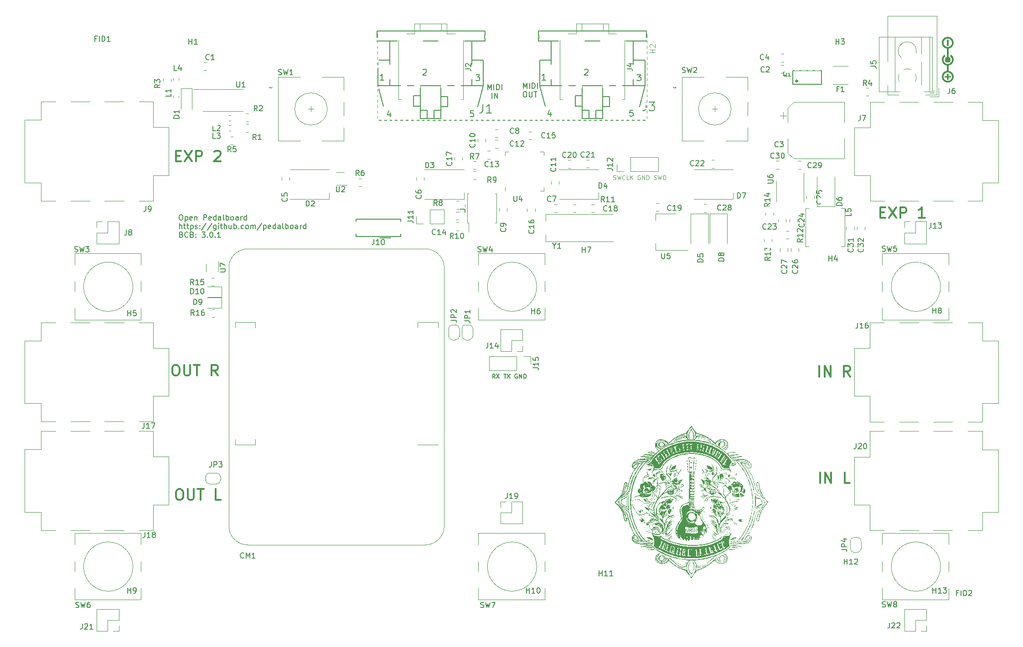
<source format=gto>
G04 #@! TF.GenerationSoftware,KiCad,Pcbnew,7.0.8-7.0.8~ubuntu23.04.1*
G04 #@! TF.CreationDate,2023-10-20T00:30:43+00:00*
G04 #@! TF.ProjectId,pedalboard-hw,70656461-6c62-46f6-9172-642d68772e6b,3.0.1*
G04 #@! TF.SameCoordinates,Original*
G04 #@! TF.FileFunction,Legend,Top*
G04 #@! TF.FilePolarity,Positive*
%FSLAX46Y46*%
G04 Gerber Fmt 4.6, Leading zero omitted, Abs format (unit mm)*
G04 Created by KiCad (PCBNEW 7.0.8-7.0.8~ubuntu23.04.1) date 2023-10-20 00:30:43*
%MOMM*%
%LPD*%
G01*
G04 APERTURE LIST*
%ADD10C,0.000000*%
%ADD11C,0.019755*%
%ADD12C,0.008210*%
%ADD13C,0.004304*%
%ADD14C,0.004635*%
%ADD15C,0.300000*%
%ADD16C,0.150000*%
%ADD17C,0.125000*%
%ADD18C,0.100000*%
%ADD19C,0.160020*%
%ADD20C,0.127000*%
%ADD21C,0.120000*%
%ADD22C,0.152400*%
%ADD23C,0.203200*%
%ADD24C,0.317500*%
%ADD25C,0.010000*%
%ADD26C,2.700000*%
%ADD27C,3.000000*%
%ADD28O,1.200000X2.200000*%
%ADD29O,2.200000X1.200000*%
%ADD30R,4.400000X1.800000*%
%ADD31O,4.000000X1.800000*%
%ADD32O,1.800000X4.000000*%
%ADD33R,2.000000X1.500000*%
%ADD34R,2.000000X3.800000*%
%ADD35R,2.600000X2.600000*%
%ADD36C,2.600000*%
%ADD37C,6.000000*%
%ADD38R,1.350000X1.350000*%
%ADD39O,1.350000X1.350000*%
%ADD40R,1.500000X1.000000*%
%ADD41R,1.700000X1.700000*%
%ADD42O,1.700000X1.700000*%
%ADD43C,0.600000*%
%ADD44R,2.000000X1.800000*%
%ADD45R,0.840000X0.840000*%
%ADD46C,0.840000*%
%ADD47O,0.850000X1.850000*%
%ADD48R,2.000000X2.000000*%
%ADD49C,2.000000*%
%ADD50C,3.200000*%
%ADD51R,5.500000X1.430000*%
%ADD52R,1.300000X0.800000*%
%ADD53R,5.600000X2.100000*%
%ADD54C,6.100000*%
%ADD55R,0.700000X0.200000*%
%ADD56R,0.650000X0.400000*%
%ADD57R,0.400000X0.650000*%
%ADD58O,1.700000X1.950000*%
G04 APERTURE END LIST*
D10*
G36*
X143329721Y-103986939D02*
G01*
X143331298Y-103988442D01*
X143332688Y-103991099D01*
X143334896Y-103999796D01*
X143336318Y-104012875D01*
X143336928Y-104030182D01*
X143336702Y-104051560D01*
X143335612Y-104076856D01*
X143333634Y-104105914D01*
X143330740Y-104138578D01*
X143322107Y-104214108D01*
X143319301Y-104235091D01*
X143316195Y-104255629D01*
X143312820Y-104275609D01*
X143309208Y-104294917D01*
X143305389Y-104313439D01*
X143301395Y-104331063D01*
X143297255Y-104347673D01*
X143293002Y-104363157D01*
X143288667Y-104377401D01*
X143284279Y-104390291D01*
X143279872Y-104401713D01*
X143275474Y-104411554D01*
X143271118Y-104419700D01*
X143268965Y-104423102D01*
X143266834Y-104426037D01*
X143264729Y-104428492D01*
X143262653Y-104430452D01*
X143260612Y-104431903D01*
X143258607Y-104432831D01*
X143253410Y-104433825D01*
X143248407Y-104433548D01*
X143243607Y-104432071D01*
X143239018Y-104429469D01*
X143234649Y-104425812D01*
X143230508Y-104421173D01*
X143226603Y-104415625D01*
X143222943Y-104409239D01*
X143219537Y-104402089D01*
X143216392Y-104394246D01*
X143210920Y-104376772D01*
X143206596Y-104357397D01*
X143203486Y-104336699D01*
X143201657Y-104315257D01*
X143201178Y-104293649D01*
X143202114Y-104272455D01*
X143204534Y-104252253D01*
X143208503Y-104233621D01*
X143211091Y-104225076D01*
X143214091Y-104217140D01*
X143217512Y-104209886D01*
X143221363Y-104203387D01*
X143225651Y-104197715D01*
X143230386Y-104192941D01*
X143234472Y-104189190D01*
X143238764Y-104184590D01*
X143243222Y-104179206D01*
X143247804Y-104173098D01*
X143252469Y-104166328D01*
X143257174Y-104158959D01*
X143261880Y-104151053D01*
X143266545Y-104142671D01*
X143271127Y-104133875D01*
X143275585Y-104124729D01*
X143279877Y-104115293D01*
X143283963Y-104105629D01*
X143287801Y-104095800D01*
X143291349Y-104085868D01*
X143294567Y-104075895D01*
X143297412Y-104065942D01*
X143304395Y-104039623D01*
X143310773Y-104018771D01*
X143316520Y-104003232D01*
X143321611Y-103992850D01*
X143323903Y-103989545D01*
X143326020Y-103987471D01*
X143327961Y-103986608D01*
X143329721Y-103986939D01*
G37*
G36*
X139005375Y-112479527D02*
G01*
X139013059Y-112480117D01*
X139020598Y-112481016D01*
X139027976Y-112482216D01*
X139035175Y-112483709D01*
X139042181Y-112485489D01*
X139048977Y-112487549D01*
X139055547Y-112489882D01*
X139061875Y-112492480D01*
X139067944Y-112495337D01*
X139073739Y-112498444D01*
X139079243Y-112501796D01*
X139084440Y-112505385D01*
X139089315Y-112509204D01*
X139093850Y-112513246D01*
X139098030Y-112517504D01*
X139101838Y-112521970D01*
X139105259Y-112526637D01*
X139108276Y-112531500D01*
X139110874Y-112536549D01*
X139113035Y-112541779D01*
X139114744Y-112547181D01*
X139115985Y-112552750D01*
X139116741Y-112558478D01*
X139116997Y-112564357D01*
X139116905Y-112565979D01*
X139116631Y-112567538D01*
X139116183Y-112569030D01*
X139115563Y-112570455D01*
X139114779Y-112571810D01*
X139113834Y-112573093D01*
X139112734Y-112574303D01*
X139111484Y-112575437D01*
X139110090Y-112576494D01*
X139108556Y-112577471D01*
X139105090Y-112579179D01*
X139101128Y-112580546D01*
X139096712Y-112581557D01*
X139091882Y-112582195D01*
X139086679Y-112582446D01*
X139081146Y-112582294D01*
X139075324Y-112581723D01*
X139069254Y-112580717D01*
X139062977Y-112579263D01*
X139056534Y-112577343D01*
X139049968Y-112574942D01*
X139042698Y-112573163D01*
X139035464Y-112571793D01*
X139028303Y-112570826D01*
X139021250Y-112570256D01*
X139014342Y-112570080D01*
X139007614Y-112570291D01*
X139001104Y-112570884D01*
X138994847Y-112571855D01*
X138991824Y-112572481D01*
X138988879Y-112573198D01*
X138986015Y-112574008D01*
X138983237Y-112574908D01*
X138980549Y-112575899D01*
X138977956Y-112576979D01*
X138975463Y-112578149D01*
X138973074Y-112579407D01*
X138970793Y-112580754D01*
X138968625Y-112582187D01*
X138966575Y-112583707D01*
X138964647Y-112585312D01*
X138962845Y-112587003D01*
X138961175Y-112588779D01*
X138959640Y-112590638D01*
X138958246Y-112592581D01*
X138955980Y-112595884D01*
X138953182Y-112599162D01*
X138949898Y-112602387D01*
X138946175Y-112605535D01*
X138942059Y-112608580D01*
X138937597Y-112611495D01*
X138932835Y-112614256D01*
X138927820Y-112616835D01*
X138922598Y-112619208D01*
X138917215Y-112621348D01*
X138911720Y-112623230D01*
X138906157Y-112624828D01*
X138900573Y-112626116D01*
X138895015Y-112627067D01*
X138889529Y-112627657D01*
X138884163Y-112627860D01*
X138876295Y-112627525D01*
X138869216Y-112626546D01*
X138862910Y-112624961D01*
X138857360Y-112622809D01*
X138852549Y-112620127D01*
X138848460Y-112616953D01*
X138845076Y-112613326D01*
X138842381Y-112609283D01*
X138840358Y-112604864D01*
X138838989Y-112600105D01*
X138838259Y-112595045D01*
X138838150Y-112589722D01*
X138838646Y-112584174D01*
X138839730Y-112578440D01*
X138841385Y-112572557D01*
X138843594Y-112566564D01*
X138846340Y-112560498D01*
X138849607Y-112554398D01*
X138853378Y-112548302D01*
X138857636Y-112542248D01*
X138862364Y-112536274D01*
X138867546Y-112530418D01*
X138873164Y-112524719D01*
X138879202Y-112519214D01*
X138885643Y-112513942D01*
X138892471Y-112508940D01*
X138899668Y-112504247D01*
X138907217Y-112499901D01*
X138915103Y-112495940D01*
X138923307Y-112492402D01*
X138931814Y-112489325D01*
X138940607Y-112486748D01*
X138948872Y-112484618D01*
X138957122Y-112482852D01*
X138965339Y-112481445D01*
X138973508Y-112480388D01*
X138981612Y-112479675D01*
X138989635Y-112479299D01*
X138997562Y-112479252D01*
X139005375Y-112479527D01*
G37*
G36*
X130646361Y-111327149D02*
G01*
X130649318Y-111328353D01*
X130651991Y-111330266D01*
X130654384Y-111332896D01*
X130656504Y-111336251D01*
X130658355Y-111340340D01*
X130659942Y-111345172D01*
X130662347Y-111357095D01*
X130663759Y-111372087D01*
X130664221Y-111390216D01*
X130663773Y-111411549D01*
X130662457Y-111436153D01*
X130660314Y-111464096D01*
X130657386Y-111495444D01*
X130655690Y-111516279D01*
X130654568Y-111536453D01*
X130654014Y-111555966D01*
X130654023Y-111574817D01*
X130654591Y-111593007D01*
X130655712Y-111610536D01*
X130657380Y-111627403D01*
X130659591Y-111643609D01*
X130662339Y-111659153D01*
X130665620Y-111674036D01*
X130669427Y-111688257D01*
X130673757Y-111701817D01*
X130678603Y-111714715D01*
X130683961Y-111726952D01*
X130689826Y-111738528D01*
X130696191Y-111749442D01*
X130701519Y-111758439D01*
X130706899Y-111768170D01*
X130717689Y-111789461D01*
X130728314Y-111812570D01*
X130738525Y-111836755D01*
X130748075Y-111861269D01*
X130756715Y-111885371D01*
X130764198Y-111908315D01*
X130770275Y-111929358D01*
X130771359Y-111934308D01*
X130772623Y-111939231D01*
X130774060Y-111944121D01*
X130775663Y-111948974D01*
X130779344Y-111958542D01*
X130783614Y-111967888D01*
X130788422Y-111976965D01*
X130793715Y-111985726D01*
X130799443Y-111994127D01*
X130805553Y-112002118D01*
X130811993Y-112009656D01*
X130818713Y-112016691D01*
X130825660Y-112023180D01*
X130832783Y-112029074D01*
X130840029Y-112034327D01*
X130847349Y-112038893D01*
X130851019Y-112040903D01*
X130854688Y-112042725D01*
X130858350Y-112044351D01*
X130861997Y-112045776D01*
X130868685Y-112048124D01*
X130875481Y-112051164D01*
X130882329Y-112054845D01*
X130889172Y-112059115D01*
X130895953Y-112063923D01*
X130902615Y-112069216D01*
X130909101Y-112074943D01*
X130915355Y-112081053D01*
X130921319Y-112087494D01*
X130926937Y-112094213D01*
X130932152Y-112101160D01*
X130936907Y-112108283D01*
X130941145Y-112115530D01*
X130944810Y-112122849D01*
X130947844Y-112130188D01*
X130949107Y-112133850D01*
X130950191Y-112137497D01*
X130953219Y-112146417D01*
X130956350Y-112154655D01*
X130959580Y-112162212D01*
X130962911Y-112169089D01*
X130966339Y-112175287D01*
X130969865Y-112180805D01*
X130973486Y-112185645D01*
X130977201Y-112189808D01*
X130981009Y-112193294D01*
X130984910Y-112196103D01*
X130988900Y-112198237D01*
X130992980Y-112199696D01*
X130997147Y-112200480D01*
X131001401Y-112200591D01*
X131005740Y-112200028D01*
X131010164Y-112198793D01*
X131014670Y-112196886D01*
X131019257Y-112194308D01*
X131023924Y-112191060D01*
X131028671Y-112187142D01*
X131033494Y-112182554D01*
X131038394Y-112177298D01*
X131043369Y-112171374D01*
X131048418Y-112164783D01*
X131053539Y-112157525D01*
X131058731Y-112149601D01*
X131069323Y-112131757D01*
X131080183Y-112111258D01*
X131091302Y-112088107D01*
X131127755Y-112015052D01*
X131163319Y-111949153D01*
X131198428Y-111890128D01*
X131233516Y-111837691D01*
X131251188Y-111813855D01*
X131269018Y-111791559D01*
X131287059Y-111770768D01*
X131305367Y-111751447D01*
X131323995Y-111733560D01*
X131342998Y-111717071D01*
X131362429Y-111701945D01*
X131382344Y-111688147D01*
X131402796Y-111675640D01*
X131423840Y-111664390D01*
X131445530Y-111654361D01*
X131467920Y-111645517D01*
X131491065Y-111637823D01*
X131515018Y-111631244D01*
X131539835Y-111625743D01*
X131565568Y-111621285D01*
X131592273Y-111617835D01*
X131620004Y-111615357D01*
X131678760Y-111613175D01*
X131742271Y-111614456D01*
X131810969Y-111618915D01*
X131835466Y-111621185D01*
X131859973Y-111624010D01*
X131908810Y-111631235D01*
X131957069Y-111640402D01*
X132004336Y-111651327D01*
X132050197Y-111663822D01*
X132094239Y-111677702D01*
X132136049Y-111692781D01*
X132175212Y-111708873D01*
X132211317Y-111725792D01*
X132228093Y-111734504D01*
X132243949Y-111743352D01*
X132258833Y-111752314D01*
X132272695Y-111761366D01*
X132285481Y-111770486D01*
X132297141Y-111779649D01*
X132307623Y-111788833D01*
X132316875Y-111798015D01*
X132324845Y-111807170D01*
X132331482Y-111816277D01*
X132336734Y-111825311D01*
X132340549Y-111834250D01*
X132342876Y-111843070D01*
X132343664Y-111851747D01*
X132343581Y-111859800D01*
X132343168Y-111866727D01*
X132342175Y-111872475D01*
X132340356Y-111876993D01*
X132339059Y-111878775D01*
X132337462Y-111880230D01*
X132335535Y-111881352D01*
X132333245Y-111882134D01*
X132330563Y-111882569D01*
X132327458Y-111882652D01*
X132319851Y-111881734D01*
X132310177Y-111879328D01*
X132298188Y-111875381D01*
X132283636Y-111869843D01*
X132266273Y-111862662D01*
X132222120Y-111843163D01*
X132163747Y-111816470D01*
X132130119Y-111802126D01*
X132097959Y-111789523D01*
X132067163Y-111778666D01*
X132037629Y-111769562D01*
X132009251Y-111762214D01*
X131981928Y-111756629D01*
X131955556Y-111752811D01*
X131930032Y-111750765D01*
X131905251Y-111750497D01*
X131881111Y-111752012D01*
X131857509Y-111755315D01*
X131834341Y-111760412D01*
X131811503Y-111767306D01*
X131788893Y-111776004D01*
X131766407Y-111786511D01*
X131743941Y-111798831D01*
X131722292Y-111810813D01*
X131695104Y-111825234D01*
X131628407Y-111859244D01*
X131552449Y-111896561D01*
X131475831Y-111932886D01*
X131443270Y-111949406D01*
X131411800Y-111967151D01*
X131381518Y-111986022D01*
X131352524Y-112005922D01*
X131324914Y-112026752D01*
X131298787Y-112048413D01*
X131274242Y-112070809D01*
X131251376Y-112093841D01*
X131230287Y-112117409D01*
X131211075Y-112141418D01*
X131193836Y-112165767D01*
X131178670Y-112190359D01*
X131165674Y-112215096D01*
X131154947Y-112239880D01*
X131150465Y-112252258D01*
X131146587Y-112264612D01*
X131143325Y-112276928D01*
X131140691Y-112289194D01*
X131138545Y-112298505D01*
X131136085Y-112307257D01*
X131133331Y-112315447D01*
X131130301Y-112323072D01*
X131127012Y-112330132D01*
X131123483Y-112336624D01*
X131119732Y-112342547D01*
X131115777Y-112347897D01*
X131111635Y-112352674D01*
X131107326Y-112356876D01*
X131102866Y-112360500D01*
X131098275Y-112363545D01*
X131093571Y-112366008D01*
X131088770Y-112367888D01*
X131083893Y-112369183D01*
X131078955Y-112369890D01*
X131073977Y-112370009D01*
X131068975Y-112369536D01*
X131063968Y-112368471D01*
X131058974Y-112366810D01*
X131054011Y-112364553D01*
X131049097Y-112361697D01*
X131044250Y-112358240D01*
X131039488Y-112354180D01*
X131034830Y-112349516D01*
X131030293Y-112344245D01*
X131025896Y-112338366D01*
X131021657Y-112331876D01*
X131017593Y-112324774D01*
X131013722Y-112317058D01*
X131010064Y-112308725D01*
X131006636Y-112299774D01*
X131002926Y-112291144D01*
X130998450Y-112282488D01*
X130993272Y-112273862D01*
X130987453Y-112265325D01*
X130981056Y-112256932D01*
X130974142Y-112248740D01*
X130966773Y-112240807D01*
X130959011Y-112233189D01*
X130950918Y-112225943D01*
X130942557Y-112219126D01*
X130933989Y-112212794D01*
X130925276Y-112207006D01*
X130916481Y-112201816D01*
X130907665Y-112197283D01*
X130898890Y-112193463D01*
X130890219Y-112190413D01*
X130874532Y-112185255D01*
X130859144Y-112177591D01*
X130843943Y-112167229D01*
X130828814Y-112153978D01*
X130813643Y-112137648D01*
X130798318Y-112118046D01*
X130782724Y-112094982D01*
X130766747Y-112068265D01*
X130750274Y-112037702D01*
X130733192Y-112003104D01*
X130715386Y-111964278D01*
X130696743Y-111921035D01*
X130656490Y-111820527D01*
X130611525Y-111700052D01*
X130597837Y-111662027D01*
X130585866Y-111627195D01*
X130575589Y-111595361D01*
X130566987Y-111566327D01*
X130560038Y-111539898D01*
X130557177Y-111527599D01*
X130554722Y-111515878D01*
X130552670Y-111504709D01*
X130551019Y-111494068D01*
X130549765Y-111483932D01*
X130548907Y-111474275D01*
X130548441Y-111465072D01*
X130548366Y-111456300D01*
X130548678Y-111447933D01*
X130549375Y-111439948D01*
X130550455Y-111432319D01*
X130551914Y-111425022D01*
X130553751Y-111418032D01*
X130555962Y-111411326D01*
X130558546Y-111404878D01*
X130561498Y-111398663D01*
X130564818Y-111392658D01*
X130568502Y-111386838D01*
X130572548Y-111381178D01*
X130576953Y-111375653D01*
X130581715Y-111370240D01*
X130586830Y-111364913D01*
X130600025Y-111352232D01*
X130611855Y-111342017D01*
X130622363Y-111334334D01*
X130627133Y-111331463D01*
X130631589Y-111329250D01*
X130635734Y-111327704D01*
X130639575Y-111326833D01*
X130643115Y-111326645D01*
X130646361Y-111327149D01*
G37*
G36*
X144702373Y-111273845D02*
G01*
X144705093Y-111274316D01*
X144707874Y-111275046D01*
X144710729Y-111276037D01*
X144713666Y-111277289D01*
X144716696Y-111278803D01*
X144719829Y-111280579D01*
X144723076Y-111282617D01*
X144726447Y-111284919D01*
X144729952Y-111287486D01*
X144737407Y-111293414D01*
X144745523Y-111300407D01*
X144754384Y-111308469D01*
X144762447Y-111316707D01*
X144766076Y-111320568D01*
X144769440Y-111324269D01*
X144772537Y-111327816D01*
X144775368Y-111331220D01*
X144777935Y-111334488D01*
X144780237Y-111337629D01*
X144782276Y-111340651D01*
X144784052Y-111343563D01*
X144785565Y-111346372D01*
X144786818Y-111349088D01*
X144787809Y-111351718D01*
X144788539Y-111354272D01*
X144789010Y-111356757D01*
X144789222Y-111359182D01*
X144789176Y-111361555D01*
X144788872Y-111363885D01*
X144788311Y-111366180D01*
X144787493Y-111368449D01*
X144786420Y-111370699D01*
X144785091Y-111372940D01*
X144783508Y-111375180D01*
X144781671Y-111377426D01*
X144779581Y-111379689D01*
X144777238Y-111381975D01*
X144774643Y-111384293D01*
X144771797Y-111386652D01*
X144768700Y-111389060D01*
X144765354Y-111391526D01*
X144757913Y-111396663D01*
X144748729Y-111402227D01*
X144739711Y-111407028D01*
X144730882Y-111411087D01*
X144722263Y-111414427D01*
X144713877Y-111417069D01*
X144705746Y-111419035D01*
X144697891Y-111420347D01*
X144690334Y-111421028D01*
X144683098Y-111421099D01*
X144676204Y-111420582D01*
X144669674Y-111419500D01*
X144663531Y-111417873D01*
X144657796Y-111415724D01*
X144652491Y-111413076D01*
X144647638Y-111409949D01*
X144643260Y-111406367D01*
X144639377Y-111402350D01*
X144636013Y-111397921D01*
X144633189Y-111393102D01*
X144630926Y-111387915D01*
X144629248Y-111382381D01*
X144628175Y-111376524D01*
X144627731Y-111370364D01*
X144627936Y-111363923D01*
X144628813Y-111357224D01*
X144630384Y-111350289D01*
X144632670Y-111343139D01*
X144635695Y-111335797D01*
X144639478Y-111328284D01*
X144644044Y-111320623D01*
X144649413Y-111312835D01*
X144655608Y-111304942D01*
X144661988Y-111297502D01*
X144667954Y-111291058D01*
X144670809Y-111288212D01*
X144673591Y-111285618D01*
X144676310Y-111283275D01*
X144678979Y-111281185D01*
X144681606Y-111279348D01*
X144684201Y-111277764D01*
X144686777Y-111276436D01*
X144689342Y-111275362D01*
X144691906Y-111274545D01*
X144694482Y-111273983D01*
X144697078Y-111273679D01*
X144699704Y-111273633D01*
X144702373Y-111273845D01*
G37*
G36*
X142231583Y-108898116D02*
G01*
X142234039Y-108898436D01*
X142236620Y-108899068D01*
X142239337Y-108900013D01*
X142242200Y-108901271D01*
X142245221Y-108902845D01*
X142248411Y-108904736D01*
X142251780Y-108906944D01*
X142255340Y-108909471D01*
X142263075Y-108915488D01*
X142271704Y-108922797D01*
X142281315Y-108931408D01*
X142291995Y-108941332D01*
X142298485Y-108947475D01*
X142304718Y-108953975D01*
X142310688Y-108960795D01*
X142316387Y-108967900D01*
X142321806Y-108975253D01*
X142326939Y-108982817D01*
X142331777Y-108990557D01*
X142336313Y-108998437D01*
X142340539Y-109006420D01*
X142344447Y-109014471D01*
X142348030Y-109022552D01*
X142351279Y-109030628D01*
X142354187Y-109038663D01*
X142356746Y-109046620D01*
X142358949Y-109054464D01*
X142360787Y-109062158D01*
X142362254Y-109069665D01*
X142363340Y-109076951D01*
X142364039Y-109083978D01*
X142364343Y-109090711D01*
X142364243Y-109097113D01*
X142363733Y-109103148D01*
X142362804Y-109108779D01*
X142361449Y-109113972D01*
X142359659Y-109118689D01*
X142357428Y-109122895D01*
X142354748Y-109126553D01*
X142351610Y-109129627D01*
X142348006Y-109132080D01*
X142343931Y-109133878D01*
X142339374Y-109134983D01*
X142334329Y-109135359D01*
X142329239Y-109134933D01*
X142323910Y-109133682D01*
X142318371Y-109131653D01*
X142312653Y-109128889D01*
X142306785Y-109125436D01*
X142300797Y-109121337D01*
X142288579Y-109111381D01*
X142276237Y-109099379D01*
X142264008Y-109085688D01*
X142252131Y-109070663D01*
X142240844Y-109054661D01*
X142230383Y-109038039D01*
X142220986Y-109021154D01*
X142212892Y-109004362D01*
X142206338Y-108988019D01*
X142201561Y-108972483D01*
X142199914Y-108965128D01*
X142198800Y-108958109D01*
X142198249Y-108951469D01*
X142198292Y-108945254D01*
X142198957Y-108939508D01*
X142200275Y-108934276D01*
X142204134Y-108925596D01*
X142207833Y-108918084D01*
X142211459Y-108911750D01*
X142213273Y-108909028D01*
X142215102Y-108906604D01*
X142216956Y-108904481D01*
X142218847Y-108902658D01*
X142220786Y-108901138D01*
X142222784Y-108899921D01*
X142224851Y-108899009D01*
X142227000Y-108898403D01*
X142229240Y-108898105D01*
X142231583Y-108898116D01*
G37*
G36*
X133694012Y-98200305D02*
G01*
X133694951Y-98200832D01*
X133695864Y-98201710D01*
X133696759Y-98202940D01*
X133697644Y-98204522D01*
X133698527Y-98206454D01*
X133700315Y-98211374D01*
X133702185Y-98217699D01*
X133704201Y-98225430D01*
X133708913Y-98245109D01*
X133710434Y-98251660D01*
X133711693Y-98258074D01*
X133712697Y-98264342D01*
X133713454Y-98270451D01*
X133713971Y-98276389D01*
X133714254Y-98282145D01*
X133714312Y-98287708D01*
X133714150Y-98293065D01*
X133713776Y-98298204D01*
X133713198Y-98303116D01*
X133712422Y-98307787D01*
X133711456Y-98312206D01*
X133710306Y-98316361D01*
X133708980Y-98320241D01*
X133707484Y-98323835D01*
X133705827Y-98327130D01*
X133704014Y-98330115D01*
X133702053Y-98332778D01*
X133699952Y-98335108D01*
X133697717Y-98337093D01*
X133695355Y-98338722D01*
X133692874Y-98339982D01*
X133690280Y-98340862D01*
X133687581Y-98341351D01*
X133684784Y-98341437D01*
X133681896Y-98341109D01*
X133678924Y-98340353D01*
X133675875Y-98339160D01*
X133672756Y-98337518D01*
X133669575Y-98335414D01*
X133666338Y-98332837D01*
X133663052Y-98329776D01*
X133661781Y-98328702D01*
X133660611Y-98327468D01*
X133659543Y-98326081D01*
X133658574Y-98324546D01*
X133656929Y-98321055D01*
X133655666Y-98317042D01*
X133654775Y-98312554D01*
X133654246Y-98307637D01*
X133654069Y-98302338D01*
X133654233Y-98296702D01*
X133654727Y-98290778D01*
X133655542Y-98284610D01*
X133656667Y-98278246D01*
X133658091Y-98271732D01*
X133659805Y-98265115D01*
X133661798Y-98258441D01*
X133664060Y-98251757D01*
X133666580Y-98245109D01*
X133675923Y-98225430D01*
X133679758Y-98217699D01*
X133683117Y-98211374D01*
X133686062Y-98206454D01*
X133687400Y-98204522D01*
X133688657Y-98202940D01*
X133689841Y-98201710D01*
X133690961Y-98200832D01*
X133692025Y-98200305D01*
X133693039Y-98200129D01*
X133694012Y-98200305D01*
G37*
G36*
X133698358Y-109122627D02*
G01*
X133699606Y-109123291D01*
X133700762Y-109124562D01*
X133701837Y-109126436D01*
X133702843Y-109128912D01*
X133703790Y-109131989D01*
X133705551Y-109139934D01*
X133707209Y-109150256D01*
X133708852Y-109162940D01*
X133712442Y-109195331D01*
X133715398Y-109215884D01*
X133718891Y-109237388D01*
X133722797Y-109259141D01*
X133726993Y-109280439D01*
X133731355Y-109300579D01*
X133735758Y-109318859D01*
X133740078Y-109334575D01*
X133742168Y-109341253D01*
X133744192Y-109347026D01*
X133749257Y-109359300D01*
X133753872Y-109371631D01*
X133758041Y-109383995D01*
X133761769Y-109396366D01*
X133765060Y-109408719D01*
X133767919Y-109421028D01*
X133770350Y-109433270D01*
X133772359Y-109445417D01*
X133773949Y-109457446D01*
X133775124Y-109469330D01*
X133775890Y-109481046D01*
X133776252Y-109492566D01*
X133776212Y-109503868D01*
X133775777Y-109514924D01*
X133774950Y-109525711D01*
X133773737Y-109536202D01*
X133772141Y-109546373D01*
X133770167Y-109556198D01*
X133767819Y-109565653D01*
X133765103Y-109574712D01*
X133762023Y-109583349D01*
X133758582Y-109591540D01*
X133754787Y-109599260D01*
X133750641Y-109606483D01*
X133746148Y-109613184D01*
X133741314Y-109619337D01*
X133736142Y-109624919D01*
X133730638Y-109629903D01*
X133724806Y-109634264D01*
X133718650Y-109637977D01*
X133712175Y-109641018D01*
X133705385Y-109643359D01*
X133684896Y-109648522D01*
X133665124Y-109652787D01*
X133646104Y-109656186D01*
X133627871Y-109658752D01*
X133610459Y-109660517D01*
X133593904Y-109661513D01*
X133578240Y-109661773D01*
X133563503Y-109661329D01*
X133549727Y-109660213D01*
X133536946Y-109658457D01*
X133525197Y-109656095D01*
X133514514Y-109653157D01*
X133504931Y-109649677D01*
X133496484Y-109645686D01*
X133489207Y-109641218D01*
X133483136Y-109636303D01*
X133478305Y-109630976D01*
X133474749Y-109625267D01*
X133472503Y-109619210D01*
X133471602Y-109612835D01*
X133472080Y-109606177D01*
X133473974Y-109599267D01*
X133477316Y-109592137D01*
X133482144Y-109584820D01*
X133488490Y-109577348D01*
X133496391Y-109569753D01*
X133505881Y-109562068D01*
X133516994Y-109554324D01*
X133529767Y-109546555D01*
X133544233Y-109538792D01*
X133560428Y-109531068D01*
X133578386Y-109523415D01*
X133588390Y-109519094D01*
X133597897Y-109514731D01*
X133606905Y-109510324D01*
X133615414Y-109505872D01*
X133623421Y-109501373D01*
X133630925Y-109496826D01*
X133637926Y-109492231D01*
X133644422Y-109487585D01*
X133650411Y-109482887D01*
X133655892Y-109478136D01*
X133660864Y-109473331D01*
X133665326Y-109468471D01*
X133669277Y-109463554D01*
X133672714Y-109458578D01*
X133675638Y-109453543D01*
X133678046Y-109448448D01*
X133679937Y-109443290D01*
X133681310Y-109438070D01*
X133682164Y-109432784D01*
X133682497Y-109427433D01*
X133682308Y-109422014D01*
X133681596Y-109416527D01*
X133680359Y-109410971D01*
X133678597Y-109405343D01*
X133676307Y-109399643D01*
X133673489Y-109393869D01*
X133670142Y-109388021D01*
X133666263Y-109382096D01*
X133661852Y-109376093D01*
X133656908Y-109370012D01*
X133651429Y-109363851D01*
X133645413Y-109357608D01*
X133640454Y-109352145D01*
X133636167Y-109346315D01*
X133632561Y-109340083D01*
X133629649Y-109333410D01*
X133627439Y-109326263D01*
X133625942Y-109318603D01*
X133625168Y-109310396D01*
X133625129Y-109301605D01*
X133625833Y-109292194D01*
X133627292Y-109282127D01*
X133629516Y-109271367D01*
X133632515Y-109259878D01*
X133636299Y-109247625D01*
X133640880Y-109234571D01*
X133646266Y-109220679D01*
X133652469Y-109205914D01*
X133668792Y-109170010D01*
X133675436Y-109155863D01*
X133681187Y-109144233D01*
X133686132Y-109135105D01*
X133690358Y-109128462D01*
X133692229Y-109126067D01*
X133693954Y-109124289D01*
X133695543Y-109123124D01*
X133697007Y-109122571D01*
X133698358Y-109122627D01*
G37*
G36*
X131621139Y-101784162D02*
G01*
X131622895Y-101784435D01*
X131627022Y-101785693D01*
X131631935Y-101787880D01*
X131637591Y-101790977D01*
X131643951Y-101794963D01*
X131650972Y-101799817D01*
X131658613Y-101805519D01*
X131666833Y-101812047D01*
X131675591Y-101819382D01*
X131684844Y-101827501D01*
X131694553Y-101836386D01*
X131703193Y-101845692D01*
X131711255Y-101855061D01*
X131718740Y-101864455D01*
X131725648Y-101873834D01*
X131731980Y-101883159D01*
X131737736Y-101892390D01*
X131742917Y-101901489D01*
X131747524Y-101910414D01*
X131751558Y-101919128D01*
X131755018Y-101927591D01*
X131757906Y-101935763D01*
X131760223Y-101943604D01*
X131761968Y-101951077D01*
X131763143Y-101958140D01*
X131763749Y-101964755D01*
X131763785Y-101970883D01*
X131763253Y-101976483D01*
X131762153Y-101981517D01*
X131760486Y-101985945D01*
X131758252Y-101989727D01*
X131755453Y-101992825D01*
X131753841Y-101994105D01*
X131752088Y-101995199D01*
X131750194Y-101996102D01*
X131748159Y-101996809D01*
X131743666Y-101997617D01*
X131738609Y-101997582D01*
X131732990Y-101996665D01*
X131726809Y-101994827D01*
X131720067Y-101992028D01*
X131712764Y-101988230D01*
X131704901Y-101983392D01*
X131696478Y-101977476D01*
X131687497Y-101970441D01*
X131680547Y-101964949D01*
X131674233Y-101960402D01*
X131668529Y-101956838D01*
X131665898Y-101955435D01*
X131663409Y-101954291D01*
X131661060Y-101953411D01*
X131658847Y-101952799D01*
X131656767Y-101952459D01*
X131654817Y-101952397D01*
X131652993Y-101952616D01*
X131651293Y-101953121D01*
X131649713Y-101953917D01*
X131648250Y-101955008D01*
X131646901Y-101956399D01*
X131645662Y-101958094D01*
X131644531Y-101960098D01*
X131643503Y-101962416D01*
X131642576Y-101965051D01*
X131641747Y-101968008D01*
X131640368Y-101974908D01*
X131639340Y-101983151D01*
X131638639Y-101992774D01*
X131638236Y-102003813D01*
X131638108Y-102016304D01*
X131638229Y-102025516D01*
X131638583Y-102034604D01*
X131639154Y-102043527D01*
X131639927Y-102052242D01*
X131640886Y-102060710D01*
X131642015Y-102068889D01*
X131643299Y-102076737D01*
X131644723Y-102084213D01*
X131646270Y-102091275D01*
X131647927Y-102097883D01*
X131649676Y-102103994D01*
X131651503Y-102109568D01*
X131653392Y-102114564D01*
X131655327Y-102118939D01*
X131657293Y-102122653D01*
X131659275Y-102125664D01*
X131663110Y-102130290D01*
X131666677Y-102136171D01*
X131669978Y-102143218D01*
X131673014Y-102151344D01*
X131678297Y-102170475D01*
X131682536Y-102192857D01*
X131685742Y-102217782D01*
X131687924Y-102244541D01*
X131689094Y-102272427D01*
X131689261Y-102300731D01*
X131688436Y-102328745D01*
X131686629Y-102355763D01*
X131683850Y-102381075D01*
X131680111Y-102403974D01*
X131675420Y-102423751D01*
X131669789Y-102439699D01*
X131666624Y-102446016D01*
X131663228Y-102451110D01*
X131659602Y-102454893D01*
X131655747Y-102457276D01*
X131647433Y-102458563D01*
X131637145Y-102457238D01*
X131625042Y-102453459D01*
X131611278Y-102447382D01*
X131596010Y-102439166D01*
X131579395Y-102428968D01*
X131542748Y-102403257D01*
X131502587Y-102371510D01*
X131460162Y-102334988D01*
X131416724Y-102294953D01*
X131373525Y-102252664D01*
X131331813Y-102209383D01*
X131292840Y-102166371D01*
X131257857Y-102124889D01*
X131228114Y-102086197D01*
X131204861Y-102051556D01*
X131196060Y-102036149D01*
X131189350Y-102022228D01*
X131184888Y-102009950D01*
X131182830Y-101999473D01*
X131183333Y-101990955D01*
X131186552Y-101984553D01*
X131195262Y-101974187D01*
X131204185Y-101964260D01*
X131213306Y-101954777D01*
X131222609Y-101945740D01*
X131232080Y-101937156D01*
X131241704Y-101929029D01*
X131251466Y-101921363D01*
X131261352Y-101914163D01*
X131271347Y-101907433D01*
X131281435Y-101901177D01*
X131291601Y-101895401D01*
X131301832Y-101890109D01*
X131312112Y-101885305D01*
X131322426Y-101880994D01*
X131332760Y-101877181D01*
X131343098Y-101873869D01*
X131353425Y-101871064D01*
X131363728Y-101868770D01*
X131373990Y-101866991D01*
X131384198Y-101865732D01*
X131394335Y-101864998D01*
X131404389Y-101864792D01*
X131414342Y-101865121D01*
X131424181Y-101865987D01*
X131433892Y-101867396D01*
X131443458Y-101869352D01*
X131452865Y-101871860D01*
X131462098Y-101874924D01*
X131471143Y-101878548D01*
X131479984Y-101882738D01*
X131488607Y-101887498D01*
X131496997Y-101892832D01*
X131505211Y-101898435D01*
X131513304Y-101903350D01*
X131521261Y-101907589D01*
X131529064Y-101911166D01*
X131536696Y-101914095D01*
X131544141Y-101916388D01*
X131551382Y-101918060D01*
X131558402Y-101919124D01*
X131565185Y-101919594D01*
X131571712Y-101919483D01*
X131577969Y-101918805D01*
X131583937Y-101917574D01*
X131589601Y-101915802D01*
X131594943Y-101913504D01*
X131599946Y-101910693D01*
X131604594Y-101907383D01*
X131608870Y-101903587D01*
X131612757Y-101899319D01*
X131616239Y-101894592D01*
X131619298Y-101889420D01*
X131621918Y-101883817D01*
X131624082Y-101877796D01*
X131625772Y-101871370D01*
X131626974Y-101864554D01*
X131627669Y-101857360D01*
X131627840Y-101849803D01*
X131627472Y-101841895D01*
X131626547Y-101833651D01*
X131625048Y-101825084D01*
X131622959Y-101816208D01*
X131620262Y-101807036D01*
X131616942Y-101797582D01*
X131615488Y-101792824D01*
X131615151Y-101790842D01*
X131615068Y-101789121D01*
X131615232Y-101787658D01*
X131615639Y-101786451D01*
X131616284Y-101785497D01*
X131617162Y-101784794D01*
X131618267Y-101784338D01*
X131619594Y-101784129D01*
X131621139Y-101784162D01*
G37*
G36*
X143260075Y-103600182D02*
G01*
X143268749Y-103600441D01*
X143277920Y-103600928D01*
X143287546Y-103601647D01*
X143297585Y-103602604D01*
X143307996Y-103603804D01*
X143322478Y-103605308D01*
X143335550Y-103607242D01*
X143347288Y-103609702D01*
X143352682Y-103611161D01*
X143357771Y-103612788D01*
X143362566Y-103614596D01*
X143367075Y-103616597D01*
X143371310Y-103618804D01*
X143375279Y-103621228D01*
X143378992Y-103623883D01*
X143382460Y-103626779D01*
X143385690Y-103629930D01*
X143388694Y-103633348D01*
X143391481Y-103637045D01*
X143394061Y-103641033D01*
X143396443Y-103645325D01*
X143398637Y-103649933D01*
X143400653Y-103654869D01*
X143402500Y-103660145D01*
X143405727Y-103671768D01*
X143408396Y-103684900D01*
X143410584Y-103699638D01*
X143412369Y-103716083D01*
X143413829Y-103734330D01*
X143417116Y-103772544D01*
X143418039Y-103787583D01*
X143418295Y-103799926D01*
X143418129Y-103805088D01*
X143417745Y-103809581D01*
X143417124Y-103813404D01*
X143416249Y-103816559D01*
X143415102Y-103819047D01*
X143413668Y-103820871D01*
X143411926Y-103822030D01*
X143409862Y-103822526D01*
X143407456Y-103822361D01*
X143404691Y-103821535D01*
X143401551Y-103820051D01*
X143398018Y-103817909D01*
X143394073Y-103815111D01*
X143389700Y-103811658D01*
X143379600Y-103802792D01*
X143367578Y-103791321D01*
X143353493Y-103777257D01*
X143318581Y-103741386D01*
X143296662Y-103717980D01*
X143276191Y-103695690D01*
X143257622Y-103674972D01*
X143241409Y-103656279D01*
X143234329Y-103647834D01*
X143228008Y-103640066D01*
X143222503Y-103633032D01*
X143217872Y-103626788D01*
X143214171Y-103621392D01*
X143211457Y-103616901D01*
X143210488Y-103615012D01*
X143209787Y-103613370D01*
X143209361Y-103611983D01*
X143209218Y-103610858D01*
X143209341Y-103609886D01*
X143209707Y-103608957D01*
X143210311Y-103608070D01*
X143211147Y-103607227D01*
X143213497Y-103605672D01*
X143216714Y-103604299D01*
X143220759Y-103603111D01*
X143225589Y-103602115D01*
X143231163Y-103601315D01*
X143237440Y-103600716D01*
X143244379Y-103600324D01*
X143251937Y-103600145D01*
X143260075Y-103600182D01*
G37*
G36*
X137602015Y-98975430D02*
G01*
X137603936Y-98975643D01*
X137605813Y-98975992D01*
X137607645Y-98976475D01*
X137609430Y-98977087D01*
X137611168Y-98977824D01*
X137612856Y-98978682D01*
X137614494Y-98979658D01*
X137616080Y-98980748D01*
X137617613Y-98981948D01*
X137619092Y-98983253D01*
X137620516Y-98984661D01*
X137623191Y-98987767D01*
X137625629Y-98991234D01*
X137627818Y-98995032D01*
X137629749Y-98999130D01*
X137631411Y-99003497D01*
X137632794Y-99008101D01*
X137633888Y-99012912D01*
X137634682Y-99017899D01*
X137635166Y-99023030D01*
X137635330Y-99028275D01*
X137635289Y-99030910D01*
X137635166Y-99033521D01*
X137634964Y-99036102D01*
X137634682Y-99038652D01*
X137634323Y-99041165D01*
X137633888Y-99043639D01*
X137633378Y-99046068D01*
X137632794Y-99048450D01*
X137632138Y-99050780D01*
X137631411Y-99053054D01*
X137630614Y-99055269D01*
X137629749Y-99057421D01*
X137628816Y-99059505D01*
X137627818Y-99061519D01*
X137626755Y-99063457D01*
X137625629Y-99065317D01*
X137624440Y-99067094D01*
X137623191Y-99068784D01*
X137621883Y-99070385D01*
X137620516Y-99071890D01*
X137619092Y-99073298D01*
X137617613Y-99074603D01*
X137616080Y-99075803D01*
X137614494Y-99076893D01*
X137612856Y-99077869D01*
X137611168Y-99078727D01*
X137609430Y-99079464D01*
X137607645Y-99080076D01*
X137605813Y-99080558D01*
X137603936Y-99080908D01*
X137602015Y-99081120D01*
X137600052Y-99081192D01*
X137598399Y-99081120D01*
X137596749Y-99080908D01*
X137595105Y-99080558D01*
X137593472Y-99080076D01*
X137591851Y-99079464D01*
X137590246Y-99078727D01*
X137588661Y-99077869D01*
X137587098Y-99076893D01*
X137584053Y-99074603D01*
X137581138Y-99071890D01*
X137578377Y-99068784D01*
X137575798Y-99065317D01*
X137573425Y-99061519D01*
X137571285Y-99057421D01*
X137569403Y-99053054D01*
X137567805Y-99048450D01*
X137566518Y-99043639D01*
X137565566Y-99038652D01*
X137564976Y-99033521D01*
X137564773Y-99028275D01*
X137564825Y-99025641D01*
X137564976Y-99023030D01*
X137565224Y-99020449D01*
X137565566Y-99017899D01*
X137565998Y-99015386D01*
X137566518Y-99012912D01*
X137567121Y-99010483D01*
X137567805Y-99008101D01*
X137568567Y-99005771D01*
X137569403Y-99003497D01*
X137570310Y-99001282D01*
X137571285Y-98999130D01*
X137572324Y-98997046D01*
X137573425Y-98995032D01*
X137574584Y-98993094D01*
X137575798Y-98991234D01*
X137577063Y-98989457D01*
X137578377Y-98987767D01*
X137579737Y-98986167D01*
X137581138Y-98984661D01*
X137582578Y-98983253D01*
X137584053Y-98981948D01*
X137585561Y-98980748D01*
X137587098Y-98979658D01*
X137588661Y-98978682D01*
X137590246Y-98977824D01*
X137591851Y-98977087D01*
X137593472Y-98976475D01*
X137595105Y-98975992D01*
X137596749Y-98975643D01*
X137598399Y-98975430D01*
X137600052Y-98975359D01*
X137602015Y-98975430D01*
G37*
G36*
X145706715Y-106647120D02*
G01*
X145708104Y-106647322D01*
X145709339Y-106647707D01*
X145710412Y-106648276D01*
X145711241Y-106649411D01*
X145711745Y-106650828D01*
X145711933Y-106652517D01*
X145711811Y-106654470D01*
X145710668Y-106659136D01*
X145708373Y-106664757D01*
X145704982Y-106671268D01*
X145700553Y-106678600D01*
X145695142Y-106686686D01*
X145688805Y-106695460D01*
X145681601Y-106704854D01*
X145673585Y-106714800D01*
X145664815Y-106725233D01*
X145655347Y-106736084D01*
X145634546Y-106758773D01*
X145611636Y-106782330D01*
X145590012Y-106802312D01*
X145571432Y-106818656D01*
X145555880Y-106831444D01*
X145543340Y-106840760D01*
X145533798Y-106846686D01*
X145530146Y-106848403D01*
X145527238Y-106849304D01*
X145525071Y-106849399D01*
X145523643Y-106848698D01*
X145522954Y-106847211D01*
X145523000Y-106844950D01*
X145523780Y-106841923D01*
X145525292Y-106838142D01*
X145530503Y-106828358D01*
X145538619Y-106815680D01*
X145549623Y-106800191D01*
X145563501Y-106781973D01*
X145580236Y-106761109D01*
X145599814Y-106737683D01*
X145622218Y-106711775D01*
X145629487Y-106703427D01*
X145636715Y-106695591D01*
X145643860Y-106688281D01*
X145650881Y-106681514D01*
X145657737Y-106675305D01*
X145664386Y-106669670D01*
X145670787Y-106664624D01*
X145676899Y-106660182D01*
X145682680Y-106656361D01*
X145688089Y-106653175D01*
X145693084Y-106650640D01*
X145695414Y-106649622D01*
X145697625Y-106648772D01*
X145699712Y-106648093D01*
X145701669Y-106647586D01*
X145703493Y-106647254D01*
X145705176Y-106647098D01*
X145706715Y-106647120D01*
G37*
G36*
X147276746Y-104482221D02*
G01*
X147286131Y-104482303D01*
X147294446Y-104482551D01*
X147301697Y-104482965D01*
X147307889Y-104483543D01*
X147310589Y-104483895D01*
X147313026Y-104484287D01*
X147315201Y-104484721D01*
X147317115Y-104485197D01*
X147318767Y-104485713D01*
X147320159Y-104486271D01*
X147321292Y-104486871D01*
X147322165Y-104487512D01*
X147322780Y-104488194D01*
X147323138Y-104488917D01*
X147323238Y-104489682D01*
X147323082Y-104490488D01*
X147322670Y-104491335D01*
X147322003Y-104492224D01*
X147321081Y-104493154D01*
X147319905Y-104494126D01*
X147318477Y-104495139D01*
X147316796Y-104496193D01*
X147314862Y-104497288D01*
X147312678Y-104498425D01*
X147307558Y-104500823D01*
X147301440Y-104503386D01*
X147296073Y-104505571D01*
X147290581Y-104508133D01*
X147285007Y-104511037D01*
X147279392Y-104514245D01*
X147273776Y-104517722D01*
X147268202Y-104521432D01*
X147262710Y-104525338D01*
X147257343Y-104529404D01*
X147252141Y-104533594D01*
X147247145Y-104537872D01*
X147242398Y-104542202D01*
X147237940Y-104546547D01*
X147233813Y-104550871D01*
X147230057Y-104555139D01*
X147226715Y-104559314D01*
X147223828Y-104563359D01*
X147220604Y-104567578D01*
X147219056Y-104569380D01*
X147217551Y-104570980D01*
X147216090Y-104572378D01*
X147214674Y-104573576D01*
X147213302Y-104574574D01*
X147211977Y-104575376D01*
X147210698Y-104575980D01*
X147209466Y-104576390D01*
X147208283Y-104576606D01*
X147207147Y-104576629D01*
X147206061Y-104576462D01*
X147205024Y-104576104D01*
X147204038Y-104575558D01*
X147203103Y-104574824D01*
X147202219Y-104573904D01*
X147201388Y-104572800D01*
X147200610Y-104571512D01*
X147199885Y-104570042D01*
X147199215Y-104568391D01*
X147198600Y-104566561D01*
X147197536Y-104562366D01*
X147196700Y-104557469D01*
X147196096Y-104551880D01*
X147195730Y-104545608D01*
X147195607Y-104538664D01*
X147195898Y-104531597D01*
X147196778Y-104524953D01*
X147197443Y-104521793D01*
X147198258Y-104518743D01*
X147199226Y-104515805D01*
X147200347Y-104512978D01*
X147201624Y-104510265D01*
X147203057Y-104507668D01*
X147204648Y-104505186D01*
X147206397Y-104502822D01*
X147208307Y-104500577D01*
X147210378Y-104498452D01*
X147212612Y-104496449D01*
X147215010Y-104494568D01*
X147217573Y-104492811D01*
X147220303Y-104491180D01*
X147223201Y-104489675D01*
X147226268Y-104488298D01*
X147229506Y-104487050D01*
X147232916Y-104485933D01*
X147236498Y-104484947D01*
X147240255Y-104484095D01*
X147248298Y-104482794D01*
X147257054Y-104482041D01*
X147266533Y-104481847D01*
X147276746Y-104482221D01*
G37*
G36*
X143572804Y-104984004D02*
G01*
X143574404Y-104984186D01*
X143577871Y-104984928D01*
X143581670Y-104986167D01*
X143585768Y-104987891D01*
X143590134Y-104990090D01*
X143594738Y-104992755D01*
X143599549Y-104995875D01*
X143604536Y-104999439D01*
X143609667Y-105003437D01*
X143614912Y-105007858D01*
X143620158Y-105012727D01*
X143625289Y-105018035D01*
X143630276Y-105023726D01*
X143635087Y-105029742D01*
X143639692Y-105036027D01*
X143644058Y-105042523D01*
X143648156Y-105049175D01*
X143651955Y-105055925D01*
X143655422Y-105062716D01*
X143658528Y-105069492D01*
X143661241Y-105076195D01*
X143663530Y-105082769D01*
X143665365Y-105089157D01*
X143666714Y-105095302D01*
X143667546Y-105101147D01*
X143667830Y-105106636D01*
X143667536Y-105111769D01*
X143666680Y-105115949D01*
X143665298Y-105119216D01*
X143663427Y-105121609D01*
X143661104Y-105123167D01*
X143658365Y-105123930D01*
X143655248Y-105123937D01*
X143651789Y-105123228D01*
X143648026Y-105121842D01*
X143643994Y-105119819D01*
X143639731Y-105117197D01*
X143635274Y-105114016D01*
X143625923Y-105106137D01*
X143616236Y-105096495D01*
X143606508Y-105085406D01*
X143597033Y-105073185D01*
X143588106Y-105060148D01*
X143580021Y-105046610D01*
X143573073Y-105032885D01*
X143567557Y-105019290D01*
X143565427Y-105012640D01*
X143563766Y-105006140D01*
X143562610Y-104999829D01*
X143561996Y-104993749D01*
X143562068Y-104992167D01*
X143562281Y-104990729D01*
X143562630Y-104989433D01*
X143563113Y-104988278D01*
X143563724Y-104987262D01*
X143564461Y-104986384D01*
X143565320Y-104985644D01*
X143566296Y-104985039D01*
X143567386Y-104984568D01*
X143568585Y-104984231D01*
X143569891Y-104984025D01*
X143571298Y-104983950D01*
X143572804Y-104984004D01*
G37*
G36*
X144227787Y-112487775D02*
G01*
X144231398Y-112488947D01*
X144234920Y-112490718D01*
X144238338Y-112493078D01*
X144241639Y-112496017D01*
X144244808Y-112499526D01*
X144247831Y-112503595D01*
X144250694Y-112508215D01*
X144253383Y-112513375D01*
X144255883Y-112519066D01*
X144258180Y-112525279D01*
X144260260Y-112532003D01*
X144262109Y-112539229D01*
X144263713Y-112546947D01*
X144265056Y-112555147D01*
X144266126Y-112563821D01*
X144266908Y-112572957D01*
X144267388Y-112582547D01*
X144267551Y-112592581D01*
X144267499Y-112597851D01*
X144267348Y-112603071D01*
X144266758Y-112613334D01*
X144265807Y-112623308D01*
X144264519Y-112632930D01*
X144262921Y-112642139D01*
X144261040Y-112650872D01*
X144258900Y-112659068D01*
X144257741Y-112662945D01*
X144256527Y-112666664D01*
X144255261Y-112670218D01*
X144253947Y-112673599D01*
X144252588Y-112676800D01*
X144251187Y-112679811D01*
X144249747Y-112682626D01*
X144248272Y-112685237D01*
X144246764Y-112687636D01*
X144245227Y-112689816D01*
X144243665Y-112691768D01*
X144242079Y-112693485D01*
X144240475Y-112694959D01*
X144238854Y-112696182D01*
X144237220Y-112697147D01*
X144235577Y-112697846D01*
X144233927Y-112698271D01*
X144232274Y-112698415D01*
X144227686Y-112698150D01*
X144223191Y-112697368D01*
X144218796Y-112696092D01*
X144214511Y-112694343D01*
X144210345Y-112692141D01*
X144206307Y-112689508D01*
X144202406Y-112686466D01*
X144198650Y-112683036D01*
X144195050Y-112679239D01*
X144191614Y-112675096D01*
X144188351Y-112670629D01*
X144185270Y-112665859D01*
X144179690Y-112655495D01*
X144174948Y-112644175D01*
X144171116Y-112632070D01*
X144168265Y-112619350D01*
X144166468Y-112606185D01*
X144165798Y-112592747D01*
X144166327Y-112579205D01*
X144167064Y-112572449D01*
X144168127Y-112565731D01*
X144169526Y-112559072D01*
X144171271Y-112552494D01*
X144173369Y-112546018D01*
X144175830Y-112539665D01*
X144179197Y-112531437D01*
X144182674Y-112523943D01*
X144186246Y-112517174D01*
X144189900Y-112511119D01*
X144193621Y-112505771D01*
X144197395Y-112501117D01*
X144201207Y-112497150D01*
X144205044Y-112493859D01*
X144208892Y-112491235D01*
X144212735Y-112489268D01*
X144216561Y-112487948D01*
X144220354Y-112487266D01*
X144224101Y-112487211D01*
X144227787Y-112487775D01*
G37*
G36*
X146040093Y-102433225D02*
G01*
X146066662Y-102435122D01*
X146093437Y-102438226D01*
X146120345Y-102442490D01*
X146147312Y-102447864D01*
X146174265Y-102454301D01*
X146201132Y-102461754D01*
X146227839Y-102470174D01*
X146254314Y-102479515D01*
X146280483Y-102489727D01*
X146306273Y-102500763D01*
X146331612Y-102512576D01*
X146356427Y-102525118D01*
X146380644Y-102538341D01*
X146404190Y-102552196D01*
X146426993Y-102566637D01*
X146448980Y-102581615D01*
X146470077Y-102597083D01*
X146490211Y-102612993D01*
X146509310Y-102629296D01*
X146527301Y-102645946D01*
X146544110Y-102662895D01*
X146559665Y-102680094D01*
X146573892Y-102697495D01*
X146586719Y-102715052D01*
X146598072Y-102732716D01*
X146607879Y-102750440D01*
X146616067Y-102768175D01*
X146622562Y-102785874D01*
X146627292Y-102803489D01*
X146630183Y-102820972D01*
X146631163Y-102838276D01*
X146630808Y-102847085D01*
X146629774Y-102855004D01*
X146628102Y-102862054D01*
X146625837Y-102868255D01*
X146623021Y-102873626D01*
X146619698Y-102878188D01*
X146615912Y-102881960D01*
X146611705Y-102884964D01*
X146607121Y-102887217D01*
X146602202Y-102888742D01*
X146596994Y-102889557D01*
X146591537Y-102889683D01*
X146585877Y-102889140D01*
X146580056Y-102887948D01*
X146574117Y-102886126D01*
X146568104Y-102883696D01*
X146562060Y-102880676D01*
X146556028Y-102877087D01*
X146550051Y-102872949D01*
X146544174Y-102868282D01*
X146538439Y-102863106D01*
X146532889Y-102857441D01*
X146527567Y-102851308D01*
X146522518Y-102844725D01*
X146517784Y-102837713D01*
X146513408Y-102830292D01*
X146509434Y-102822483D01*
X146505906Y-102814304D01*
X146502865Y-102805777D01*
X146500356Y-102796921D01*
X146498423Y-102787756D01*
X146497107Y-102778303D01*
X146494989Y-102767271D01*
X146491324Y-102756028D01*
X146486179Y-102744610D01*
X146479620Y-102733055D01*
X146471711Y-102721399D01*
X146462520Y-102709679D01*
X146440552Y-102686195D01*
X146414244Y-102662897D01*
X146384122Y-102640079D01*
X146350713Y-102618037D01*
X146314545Y-102597064D01*
X146276144Y-102577455D01*
X146236038Y-102559505D01*
X146194754Y-102543509D01*
X146152818Y-102529760D01*
X146110759Y-102518554D01*
X146069102Y-102510185D01*
X146028376Y-102504948D01*
X145989107Y-102503137D01*
X145975393Y-102502934D01*
X145962077Y-102502344D01*
X145949225Y-102501393D01*
X145936907Y-102500105D01*
X145925187Y-102498507D01*
X145914134Y-102496625D01*
X145903816Y-102494485D01*
X145894297Y-102492112D01*
X145885648Y-102489533D01*
X145881669Y-102488174D01*
X145877933Y-102486773D01*
X145874448Y-102485333D01*
X145871221Y-102483857D01*
X145868262Y-102482349D01*
X145865579Y-102480813D01*
X145863180Y-102479250D01*
X145861074Y-102477665D01*
X145859268Y-102476060D01*
X145857772Y-102474439D01*
X145856594Y-102472805D01*
X145855742Y-102471162D01*
X145855225Y-102469512D01*
X145855051Y-102467859D01*
X145855256Y-102465895D01*
X145855864Y-102463974D01*
X145856867Y-102462097D01*
X145858255Y-102460266D01*
X145862143Y-102456743D01*
X145867453Y-102453417D01*
X145874106Y-102450297D01*
X145882026Y-102447395D01*
X145891134Y-102444720D01*
X145901353Y-102442282D01*
X145912606Y-102440093D01*
X145924814Y-102438162D01*
X145937902Y-102436500D01*
X145951790Y-102435117D01*
X145966401Y-102434023D01*
X145981659Y-102433229D01*
X145997485Y-102432745D01*
X146013801Y-102432581D01*
X146040093Y-102433225D01*
G37*
G36*
X140627259Y-107920646D02*
G01*
X140633539Y-107921867D01*
X140639878Y-107923722D01*
X140646287Y-107926213D01*
X140652780Y-107929346D01*
X140659367Y-107933123D01*
X140666060Y-107937548D01*
X140672870Y-107942626D01*
X140679809Y-107948360D01*
X140686890Y-107954754D01*
X140694123Y-107961813D01*
X140701519Y-107969539D01*
X140716852Y-107987011D01*
X140732980Y-108007201D01*
X140749997Y-108030140D01*
X140767996Y-108055859D01*
X140792725Y-108094217D01*
X140802901Y-108112143D01*
X140811707Y-108129888D01*
X140819212Y-108147942D01*
X140825481Y-108166798D01*
X140830582Y-108186946D01*
X140834583Y-108208877D01*
X140837550Y-108233081D01*
X140839551Y-108260050D01*
X140840652Y-108290274D01*
X140840922Y-108324246D01*
X140839234Y-108405391D01*
X140835025Y-108507414D01*
X140831512Y-108575298D01*
X140827590Y-108638728D01*
X140823266Y-108697713D01*
X140818543Y-108752264D01*
X140813428Y-108802392D01*
X140807925Y-108848107D01*
X140802040Y-108889419D01*
X140795778Y-108926338D01*
X140789144Y-108958876D01*
X140782142Y-108987041D01*
X140778506Y-108999488D01*
X140774779Y-109010845D01*
X140770964Y-109021115D01*
X140767060Y-109030298D01*
X140763068Y-109038396D01*
X140758989Y-109045410D01*
X140754823Y-109051341D01*
X140750572Y-109056191D01*
X140746235Y-109059961D01*
X140741813Y-109062653D01*
X140737308Y-109064267D01*
X140732719Y-109064804D01*
X140730787Y-109064732D01*
X140728958Y-109064517D01*
X140727234Y-109064162D01*
X140725615Y-109063667D01*
X140724103Y-109063036D01*
X140722697Y-109062269D01*
X140721398Y-109061370D01*
X140720207Y-109060339D01*
X140719124Y-109059179D01*
X140718151Y-109057892D01*
X140717287Y-109056480D01*
X140716534Y-109054944D01*
X140715892Y-109053287D01*
X140715362Y-109051510D01*
X140714944Y-109049616D01*
X140714639Y-109047606D01*
X140714371Y-109043247D01*
X140714563Y-109038449D01*
X140715221Y-109033227D01*
X140716348Y-109027597D01*
X140717951Y-109021574D01*
X140720034Y-109015173D01*
X140722604Y-109008411D01*
X140725664Y-109001303D01*
X140728387Y-108993567D01*
X140731244Y-108982410D01*
X140737238Y-108950701D01*
X140743398Y-108907913D01*
X140749475Y-108855782D01*
X140755222Y-108796044D01*
X140760389Y-108730436D01*
X140764730Y-108660693D01*
X140767996Y-108588553D01*
X140771200Y-108480597D01*
X140772112Y-108435229D01*
X140772461Y-108394966D01*
X140772169Y-108359333D01*
X140771159Y-108327856D01*
X140770360Y-108313526D01*
X140769353Y-108300057D01*
X140768127Y-108287389D01*
X140766673Y-108275463D01*
X140764982Y-108264218D01*
X140763043Y-108253597D01*
X140760847Y-108243538D01*
X140758385Y-108233984D01*
X140755645Y-108224874D01*
X140752620Y-108216148D01*
X140749299Y-108207749D01*
X140745672Y-108199615D01*
X140741730Y-108191689D01*
X140737463Y-108183909D01*
X140732862Y-108176217D01*
X140727916Y-108168554D01*
X140716953Y-108153075D01*
X140704497Y-108136997D01*
X140696542Y-108127013D01*
X140688563Y-108117572D01*
X140680580Y-108108675D01*
X140672609Y-108100327D01*
X140664669Y-108092533D01*
X140656779Y-108085295D01*
X140648955Y-108078618D01*
X140641217Y-108072505D01*
X140633582Y-108066961D01*
X140626069Y-108061989D01*
X140618695Y-108057593D01*
X140611479Y-108053778D01*
X140604438Y-108050546D01*
X140597592Y-108047902D01*
X140590957Y-108045850D01*
X140584552Y-108044393D01*
X140578395Y-108043536D01*
X140572504Y-108043282D01*
X140566898Y-108043636D01*
X140561593Y-108044600D01*
X140556610Y-108046180D01*
X140551964Y-108048378D01*
X140547675Y-108051199D01*
X140543761Y-108054646D01*
X140540240Y-108058724D01*
X140537129Y-108063436D01*
X140534448Y-108068787D01*
X140532213Y-108074779D01*
X140530444Y-108081418D01*
X140529157Y-108088706D01*
X140528372Y-108096648D01*
X140528107Y-108105248D01*
X140527579Y-108112588D01*
X140526033Y-108121309D01*
X140523526Y-108131301D01*
X140520114Y-108142455D01*
X140515855Y-108154664D01*
X140510806Y-108167818D01*
X140498562Y-108196529D01*
X140483838Y-108227721D01*
X140467088Y-108260525D01*
X140448767Y-108294074D01*
X140429330Y-108327498D01*
X140403540Y-108364837D01*
X140375223Y-108400117D01*
X140344543Y-108433325D01*
X140311659Y-108464447D01*
X140276735Y-108493471D01*
X140239931Y-108520385D01*
X140201408Y-108545174D01*
X140161329Y-108567827D01*
X140119854Y-108588330D01*
X140077146Y-108606671D01*
X140033366Y-108622835D01*
X139988674Y-108636812D01*
X139943234Y-108648587D01*
X139897205Y-108658147D01*
X139850750Y-108665480D01*
X139804031Y-108670574D01*
X139757208Y-108673414D01*
X139710443Y-108673988D01*
X139663898Y-108672283D01*
X139617734Y-108668286D01*
X139572112Y-108661984D01*
X139527195Y-108653365D01*
X139483143Y-108642415D01*
X139440118Y-108629122D01*
X139398282Y-108613472D01*
X139357796Y-108595453D01*
X139318821Y-108575052D01*
X139281520Y-108552255D01*
X139246053Y-108527050D01*
X139212582Y-108499424D01*
X139181268Y-108469364D01*
X139152273Y-108436858D01*
X139126972Y-108405444D01*
X139105303Y-108377368D01*
X139087262Y-108352662D01*
X139072844Y-108331355D01*
X139062043Y-108313481D01*
X139057997Y-108305840D01*
X139054854Y-108299068D01*
X139052612Y-108293170D01*
X139051272Y-108288149D01*
X139050832Y-108284009D01*
X139051292Y-108280754D01*
X139052651Y-108278388D01*
X139054908Y-108276915D01*
X139058063Y-108276338D01*
X139062116Y-108276662D01*
X139067065Y-108277889D01*
X139072910Y-108280026D01*
X139079651Y-108283074D01*
X139087286Y-108287038D01*
X139105237Y-108297730D01*
X139126760Y-108312132D01*
X139151848Y-108330275D01*
X139180496Y-108352191D01*
X139217289Y-108380994D01*
X139251265Y-108406665D01*
X139282916Y-108429381D01*
X139312733Y-108449316D01*
X139341205Y-108466647D01*
X139368826Y-108481549D01*
X139396084Y-108494197D01*
X139423472Y-108504769D01*
X139451479Y-108513438D01*
X139480598Y-108520382D01*
X139511319Y-108525775D01*
X139544133Y-108529794D01*
X139579530Y-108532614D01*
X139618003Y-108534411D01*
X139660041Y-108535360D01*
X139706135Y-108535637D01*
X139767069Y-108534626D01*
X139824344Y-108531517D01*
X139878187Y-108526196D01*
X139903893Y-108522670D01*
X139928827Y-108518549D01*
X139953016Y-108513819D01*
X139976490Y-108508464D01*
X139999276Y-108502471D01*
X140021403Y-108495826D01*
X140042900Y-108488514D01*
X140063795Y-108480521D01*
X140084116Y-108471833D01*
X140103893Y-108462436D01*
X140123152Y-108452315D01*
X140141923Y-108441457D01*
X140160234Y-108429847D01*
X140178114Y-108417470D01*
X140195590Y-108404314D01*
X140212692Y-108390362D01*
X140229448Y-108375603D01*
X140245885Y-108360020D01*
X140262034Y-108343600D01*
X140277921Y-108326328D01*
X140293576Y-108308191D01*
X140309027Y-108289175D01*
X140339430Y-108248445D01*
X140369357Y-108204025D01*
X140394878Y-108164338D01*
X140420730Y-108125312D01*
X140446252Y-108087939D01*
X140470781Y-108053213D01*
X140493656Y-108022124D01*
X140514217Y-107995666D01*
X140523422Y-107984483D01*
X140531800Y-107974830D01*
X140539269Y-107966830D01*
X140545746Y-107960608D01*
X140552311Y-107953953D01*
X140558784Y-107947880D01*
X140565177Y-107942394D01*
X140571501Y-107937499D01*
X140577769Y-107933198D01*
X140583991Y-107929494D01*
X140590180Y-107926393D01*
X140596347Y-107923898D01*
X140602504Y-107922013D01*
X140608662Y-107920741D01*
X140614833Y-107920086D01*
X140621028Y-107920053D01*
X140627259Y-107920646D01*
G37*
G36*
X140412063Y-101516280D02*
G01*
X140416287Y-101517118D01*
X140420951Y-101518446D01*
X140431533Y-101522555D01*
X140443681Y-101528581D01*
X140457266Y-101536499D01*
X140472158Y-101546282D01*
X140488229Y-101557905D01*
X140505349Y-101571342D01*
X140523388Y-101586566D01*
X140542218Y-101603553D01*
X140550320Y-101611458D01*
X140558085Y-101619288D01*
X140565508Y-101627034D01*
X140572583Y-101634683D01*
X140579304Y-101642223D01*
X140585665Y-101649643D01*
X140591660Y-101656931D01*
X140597284Y-101664076D01*
X140602531Y-101671066D01*
X140607395Y-101677889D01*
X140611870Y-101684534D01*
X140615950Y-101690989D01*
X140619630Y-101697243D01*
X140622903Y-101703283D01*
X140625764Y-101709099D01*
X140628208Y-101714678D01*
X140630227Y-101720009D01*
X140631817Y-101725080D01*
X140632972Y-101729880D01*
X140633686Y-101734398D01*
X140633952Y-101738620D01*
X140633766Y-101742537D01*
X140633121Y-101746135D01*
X140632011Y-101749405D01*
X140630432Y-101752333D01*
X140629464Y-101753665D01*
X140628376Y-101754908D01*
X140627168Y-101756060D01*
X140625838Y-101757119D01*
X140622813Y-101758955D01*
X140619294Y-101760402D01*
X140615276Y-101761451D01*
X140610753Y-101762088D01*
X140605719Y-101762303D01*
X140602479Y-101761937D01*
X140598733Y-101760858D01*
X140589851Y-101756695D01*
X140579325Y-101750071D01*
X140567409Y-101741247D01*
X140554357Y-101730479D01*
X140540421Y-101718027D01*
X140525854Y-101704148D01*
X140510910Y-101689102D01*
X140495842Y-101673146D01*
X140480903Y-101656538D01*
X140466347Y-101639539D01*
X140452426Y-101622405D01*
X140439394Y-101605395D01*
X140427504Y-101588767D01*
X140417010Y-101572780D01*
X140408163Y-101557693D01*
X140401568Y-101545534D01*
X140399254Y-101540253D01*
X140397573Y-101535499D01*
X140396509Y-101531270D01*
X140396047Y-101527563D01*
X140396171Y-101524373D01*
X140396863Y-101521698D01*
X140398108Y-101519535D01*
X140399890Y-101517880D01*
X140402193Y-101516730D01*
X140405000Y-101516083D01*
X140408296Y-101515933D01*
X140412063Y-101516280D01*
G37*
G36*
X131234405Y-110107386D02*
G01*
X131298026Y-110111080D01*
X131362500Y-110117845D01*
X131427098Y-110127586D01*
X131491092Y-110140210D01*
X131553752Y-110155625D01*
X131614351Y-110173737D01*
X131672158Y-110194454D01*
X131726447Y-110217683D01*
X131776488Y-110243329D01*
X131821552Y-110271301D01*
X131830884Y-110277828D01*
X131840314Y-110284159D01*
X131849775Y-110290262D01*
X131859200Y-110296107D01*
X131868522Y-110301662D01*
X131877673Y-110306897D01*
X131886586Y-110311781D01*
X131895195Y-110316282D01*
X131903431Y-110320370D01*
X131911228Y-110324013D01*
X131918519Y-110327181D01*
X131925236Y-110329843D01*
X131931312Y-110331967D01*
X131936681Y-110333522D01*
X131941274Y-110334478D01*
X131945025Y-110334804D01*
X131948602Y-110335577D01*
X131953961Y-110337849D01*
X131960985Y-110341548D01*
X131969554Y-110346600D01*
X131990852Y-110360477D01*
X132016903Y-110378901D01*
X132046758Y-110401295D01*
X132079466Y-110427077D01*
X132114075Y-110455671D01*
X132149635Y-110486498D01*
X132188620Y-110519081D01*
X132230664Y-110552698D01*
X132274527Y-110586397D01*
X132318969Y-110619229D01*
X132362749Y-110650242D01*
X132404628Y-110678485D01*
X132443365Y-110703008D01*
X132461168Y-110713577D01*
X132477720Y-110722859D01*
X132488817Y-110729161D01*
X132499612Y-110735490D01*
X132510088Y-110741830D01*
X132520232Y-110748167D01*
X132530030Y-110754486D01*
X132539468Y-110760772D01*
X132548531Y-110767010D01*
X132557205Y-110773186D01*
X132565476Y-110779283D01*
X132573330Y-110785289D01*
X132580752Y-110791187D01*
X132587728Y-110796963D01*
X132594245Y-110802603D01*
X132600287Y-110808090D01*
X132605841Y-110813411D01*
X132610893Y-110818550D01*
X132615428Y-110823493D01*
X132619432Y-110828225D01*
X132622890Y-110832730D01*
X132625790Y-110836995D01*
X132628115Y-110841004D01*
X132629853Y-110844742D01*
X132630989Y-110848195D01*
X132631508Y-110851347D01*
X132631533Y-110852806D01*
X132631397Y-110854184D01*
X132631101Y-110855480D01*
X132630642Y-110856691D01*
X132630018Y-110857816D01*
X132629227Y-110858853D01*
X132628269Y-110859800D01*
X132627140Y-110860655D01*
X132625839Y-110861417D01*
X132624365Y-110862083D01*
X132620888Y-110863121D01*
X132616696Y-110863755D01*
X132611774Y-110863970D01*
X132597355Y-110862710D01*
X132579432Y-110859022D01*
X132558305Y-110853040D01*
X132534274Y-110844898D01*
X132507638Y-110834730D01*
X132478698Y-110822670D01*
X132415101Y-110793415D01*
X132345882Y-110758206D01*
X132273439Y-110718119D01*
X132200168Y-110674228D01*
X132163973Y-110651193D01*
X132128469Y-110627609D01*
X132077840Y-110597113D01*
X132053404Y-110582914D01*
X132029691Y-110569511D01*
X132006805Y-110556976D01*
X131984850Y-110545381D01*
X131963928Y-110534800D01*
X131944143Y-110525303D01*
X131925598Y-110516964D01*
X131908396Y-110509855D01*
X131892642Y-110504048D01*
X131878438Y-110499616D01*
X131865887Y-110496631D01*
X131860264Y-110495704D01*
X131855094Y-110495165D01*
X131850388Y-110495025D01*
X131846161Y-110495291D01*
X131842424Y-110495974D01*
X131839191Y-110497081D01*
X131833337Y-110498738D01*
X131826424Y-110499755D01*
X131818549Y-110500151D01*
X131809812Y-110499948D01*
X131800309Y-110499166D01*
X131790140Y-110497826D01*
X131779403Y-110495949D01*
X131768195Y-110493555D01*
X131756615Y-110490664D01*
X131744761Y-110487298D01*
X131732732Y-110483478D01*
X131720625Y-110479223D01*
X131708539Y-110474555D01*
X131696571Y-110469494D01*
X131684821Y-110464061D01*
X131673386Y-110458276D01*
X131662239Y-110452962D01*
X131650028Y-110448253D01*
X131636845Y-110444136D01*
X131622784Y-110440596D01*
X131607938Y-110437619D01*
X131592398Y-110435192D01*
X131559615Y-110431928D01*
X131525178Y-110430689D01*
X131489831Y-110431362D01*
X131454319Y-110433834D01*
X131419386Y-110437990D01*
X131385776Y-110443718D01*
X131354232Y-110450902D01*
X131325500Y-110459431D01*
X131312421Y-110464163D01*
X131300323Y-110469189D01*
X131289301Y-110474494D01*
X131279446Y-110480063D01*
X131270852Y-110485883D01*
X131263612Y-110491940D01*
X131257820Y-110498219D01*
X131253567Y-110504706D01*
X131250947Y-110511386D01*
X131250053Y-110518247D01*
X131249858Y-110519569D01*
X131249280Y-110520889D01*
X131247014Y-110523511D01*
X131243332Y-110526091D01*
X131238312Y-110528610D01*
X131232030Y-110531046D01*
X131224566Y-110533378D01*
X131215995Y-110535587D01*
X131206396Y-110537650D01*
X131195846Y-110539549D01*
X131184423Y-110541261D01*
X131172204Y-110542767D01*
X131159267Y-110544045D01*
X131145689Y-110545075D01*
X131131548Y-110545837D01*
X131116921Y-110546309D01*
X131101886Y-110546471D01*
X131081747Y-110546596D01*
X131063638Y-110546974D01*
X131055335Y-110547259D01*
X131047525Y-110547610D01*
X131040205Y-110548027D01*
X131033370Y-110548510D01*
X131027015Y-110549060D01*
X131021137Y-110549679D01*
X131015730Y-110550365D01*
X131010791Y-110551121D01*
X131006313Y-110551947D01*
X131002294Y-110552843D01*
X130998728Y-110553810D01*
X130995612Y-110554849D01*
X130992939Y-110555960D01*
X130990707Y-110557144D01*
X130988909Y-110558402D01*
X130988173Y-110559058D01*
X130987543Y-110559734D01*
X130987020Y-110560428D01*
X130986603Y-110561140D01*
X130986292Y-110561872D01*
X130986085Y-110562623D01*
X130985983Y-110563393D01*
X130985984Y-110564182D01*
X130986089Y-110564990D01*
X130986296Y-110565817D01*
X130986605Y-110566664D01*
X130987016Y-110567531D01*
X130988140Y-110569322D01*
X130989663Y-110571192D01*
X130991581Y-110573142D01*
X130993889Y-110575171D01*
X130996582Y-110577282D01*
X130999657Y-110579474D01*
X131003108Y-110581748D01*
X131010505Y-110586795D01*
X131016806Y-110591366D01*
X131021991Y-110595483D01*
X131026039Y-110599166D01*
X131027630Y-110600851D01*
X131028929Y-110602436D01*
X131029934Y-110603922D01*
X131030641Y-110605312D01*
X131031049Y-110606610D01*
X131031155Y-110607817D01*
X131030955Y-110608936D01*
X131030448Y-110609970D01*
X131029631Y-110610921D01*
X131028502Y-110611793D01*
X131027057Y-110612586D01*
X131025294Y-110613305D01*
X131023211Y-110613952D01*
X131020805Y-110614528D01*
X131015014Y-110615482D01*
X131007900Y-110616189D01*
X130999442Y-110616668D01*
X130989620Y-110616940D01*
X130978413Y-110617026D01*
X130969722Y-110617280D01*
X130961509Y-110618028D01*
X130953778Y-110619244D01*
X130946532Y-110620905D01*
X130939775Y-110622987D01*
X130933509Y-110625467D01*
X130927738Y-110628320D01*
X130922465Y-110631523D01*
X130917693Y-110635051D01*
X130913426Y-110638881D01*
X130909666Y-110642988D01*
X130906418Y-110647350D01*
X130903683Y-110651941D01*
X130901466Y-110656738D01*
X130899770Y-110661718D01*
X130898597Y-110666856D01*
X130897952Y-110672128D01*
X130897837Y-110677510D01*
X130898255Y-110682979D01*
X130899211Y-110688511D01*
X130900706Y-110694082D01*
X130902744Y-110699667D01*
X130905329Y-110705244D01*
X130908464Y-110710787D01*
X130912152Y-110716274D01*
X130916396Y-110721680D01*
X130921199Y-110726981D01*
X130926565Y-110732153D01*
X130932497Y-110737174D01*
X130938997Y-110742017D01*
X130946071Y-110746661D01*
X130953719Y-110751080D01*
X130961244Y-110754677D01*
X130969270Y-110757523D01*
X130977803Y-110759616D01*
X130986847Y-110760948D01*
X130996408Y-110761516D01*
X131006491Y-110761313D01*
X131017101Y-110760336D01*
X131028243Y-110758578D01*
X131039923Y-110756034D01*
X131052146Y-110752700D01*
X131064916Y-110748571D01*
X131078239Y-110743640D01*
X131092120Y-110737903D01*
X131106564Y-110731355D01*
X131121577Y-110723990D01*
X131137163Y-110715804D01*
X131164976Y-110702157D01*
X131190328Y-110690310D01*
X131213407Y-110680239D01*
X131224152Y-110675864D01*
X131234398Y-110671926D01*
X131244169Y-110668422D01*
X131253487Y-110665349D01*
X131262377Y-110662706D01*
X131270861Y-110660488D01*
X131278962Y-110658695D01*
X131286705Y-110657322D01*
X131294111Y-110656369D01*
X131301205Y-110655831D01*
X131308010Y-110655706D01*
X131314548Y-110655993D01*
X131320843Y-110656687D01*
X131326919Y-110657788D01*
X131332799Y-110659291D01*
X131338505Y-110661195D01*
X131344062Y-110663497D01*
X131349492Y-110666194D01*
X131354818Y-110669284D01*
X131360065Y-110672764D01*
X131365254Y-110676632D01*
X131370410Y-110680885D01*
X131375556Y-110685520D01*
X131380715Y-110690535D01*
X131385909Y-110695927D01*
X131391164Y-110701694D01*
X131396523Y-110709351D01*
X131400638Y-110716486D01*
X131403419Y-110723157D01*
X131404282Y-110726335D01*
X131404779Y-110729419D01*
X131404898Y-110732414D01*
X131404630Y-110735329D01*
X131403962Y-110738171D01*
X131402884Y-110740946D01*
X131401385Y-110743661D01*
X131399454Y-110746324D01*
X131397079Y-110748942D01*
X131394251Y-110751522D01*
X131390957Y-110754071D01*
X131387187Y-110756596D01*
X131378176Y-110761602D01*
X131367128Y-110766598D01*
X131353957Y-110771641D01*
X131338573Y-110776787D01*
X131320890Y-110782094D01*
X131300820Y-110787617D01*
X131278274Y-110793414D01*
X131244251Y-110802282D01*
X131206506Y-110812761D01*
X131166282Y-110824482D01*
X131124816Y-110837070D01*
X131083351Y-110850154D01*
X131043126Y-110863363D01*
X131005382Y-110876323D01*
X130971358Y-110888663D01*
X130945147Y-110897962D01*
X130921907Y-110906006D01*
X130901386Y-110912778D01*
X130892065Y-110915683D01*
X130883329Y-110918264D01*
X130875146Y-110920519D01*
X130867484Y-110922447D01*
X130860312Y-110924045D01*
X130853598Y-110925312D01*
X130847310Y-110926246D01*
X130841417Y-110926845D01*
X130835887Y-110927106D01*
X130830688Y-110927028D01*
X130825789Y-110926610D01*
X130821158Y-110925848D01*
X130816764Y-110924741D01*
X130812574Y-110923287D01*
X130808557Y-110921485D01*
X130804682Y-110919332D01*
X130800917Y-110916826D01*
X130797229Y-110913965D01*
X130793589Y-110910748D01*
X130789963Y-110907173D01*
X130786320Y-110903237D01*
X130782629Y-110898938D01*
X130778858Y-110894276D01*
X130774975Y-110889247D01*
X130766747Y-110878082D01*
X130763853Y-110874155D01*
X130761125Y-110870312D01*
X130758562Y-110866554D01*
X130756164Y-110862882D01*
X130753931Y-110859298D01*
X130751864Y-110855804D01*
X130749963Y-110852400D01*
X130748226Y-110849088D01*
X130746655Y-110845868D01*
X130745250Y-110842743D01*
X130744010Y-110839714D01*
X130742935Y-110836782D01*
X130742025Y-110833947D01*
X130741281Y-110831213D01*
X130740702Y-110828579D01*
X130740289Y-110826047D01*
X130740041Y-110823618D01*
X130739958Y-110821294D01*
X130740041Y-110819076D01*
X130740289Y-110816965D01*
X130740702Y-110814963D01*
X130741281Y-110813071D01*
X130742025Y-110811289D01*
X130742934Y-110809620D01*
X130744009Y-110808065D01*
X130745250Y-110806624D01*
X130746655Y-110805300D01*
X130748226Y-110804094D01*
X130749962Y-110803006D01*
X130751864Y-110802038D01*
X130753931Y-110801192D01*
X130756164Y-110800469D01*
X130761549Y-110798190D01*
X130766464Y-110795347D01*
X130770915Y-110791972D01*
X130774905Y-110788101D01*
X130778440Y-110783767D01*
X130781526Y-110779005D01*
X130784168Y-110773849D01*
X130786370Y-110768333D01*
X130788138Y-110762492D01*
X130789477Y-110756359D01*
X130790393Y-110749969D01*
X130790890Y-110743357D01*
X130790973Y-110736555D01*
X130790649Y-110729600D01*
X130789921Y-110722524D01*
X130788795Y-110715362D01*
X130787277Y-110708148D01*
X130785371Y-110700918D01*
X130783082Y-110693703D01*
X130780417Y-110686540D01*
X130777379Y-110679463D01*
X130773974Y-110672504D01*
X130770208Y-110665700D01*
X130766085Y-110659083D01*
X130761611Y-110652689D01*
X130756790Y-110646551D01*
X130751629Y-110640704D01*
X130746131Y-110635181D01*
X130740303Y-110630018D01*
X130734149Y-110625248D01*
X130727675Y-110620906D01*
X130720885Y-110617026D01*
X130706463Y-110608251D01*
X130693608Y-110598503D01*
X130682294Y-110587844D01*
X130672496Y-110576332D01*
X130664188Y-110564031D01*
X130657347Y-110550999D01*
X130651946Y-110537298D01*
X130647960Y-110522989D01*
X130645364Y-110508131D01*
X130644133Y-110492787D01*
X130644242Y-110477016D01*
X130645666Y-110460880D01*
X130645925Y-110459306D01*
X130793164Y-110459306D01*
X130793702Y-110465361D01*
X130794818Y-110471128D01*
X130796513Y-110476590D01*
X130798787Y-110481726D01*
X130801639Y-110486517D01*
X130805070Y-110490944D01*
X130809080Y-110494987D01*
X130813669Y-110498627D01*
X130818837Y-110501844D01*
X130824583Y-110504620D01*
X130830909Y-110506934D01*
X130837813Y-110508768D01*
X130845295Y-110510102D01*
X130853357Y-110510917D01*
X130861997Y-110511192D01*
X130865614Y-110511121D01*
X130869184Y-110510908D01*
X130872705Y-110510559D01*
X130876170Y-110510076D01*
X130879576Y-110509464D01*
X130882918Y-110508727D01*
X130886192Y-110507869D01*
X130889392Y-110506893D01*
X130892515Y-110505803D01*
X130895556Y-110504604D01*
X130898511Y-110503298D01*
X130901374Y-110501891D01*
X130904142Y-110500385D01*
X130906810Y-110498785D01*
X130909373Y-110497094D01*
X130911827Y-110495317D01*
X130914167Y-110493458D01*
X130916389Y-110491519D01*
X130918488Y-110489506D01*
X130920460Y-110487421D01*
X130922300Y-110485270D01*
X130924004Y-110483055D01*
X130925567Y-110480780D01*
X130926985Y-110478450D01*
X130928253Y-110476069D01*
X130929366Y-110473639D01*
X130930321Y-110471166D01*
X130931112Y-110468653D01*
X130931735Y-110466103D01*
X130932186Y-110463521D01*
X130932460Y-110460911D01*
X130932552Y-110458276D01*
X130932624Y-110455300D01*
X130932836Y-110452328D01*
X130933186Y-110449364D01*
X130933668Y-110446411D01*
X130934280Y-110443474D01*
X130935017Y-110440556D01*
X130935876Y-110437661D01*
X130936852Y-110434794D01*
X130937942Y-110431957D01*
X130939141Y-110429155D01*
X130940447Y-110426393D01*
X130941854Y-110423672D01*
X130943360Y-110420999D01*
X130944960Y-110418375D01*
X130948427Y-110413296D01*
X130952226Y-110408464D01*
X130956324Y-110403911D01*
X130960690Y-110399669D01*
X130965295Y-110395767D01*
X130967676Y-110393954D01*
X130970106Y-110392238D01*
X130972579Y-110390623D01*
X130975092Y-110389112D01*
X130977642Y-110387710D01*
X130980224Y-110386420D01*
X130982834Y-110385247D01*
X130985469Y-110384194D01*
X130990714Y-110381385D01*
X130995846Y-110378267D01*
X131000833Y-110374860D01*
X131005644Y-110371184D01*
X131010248Y-110367260D01*
X131014615Y-110363108D01*
X131018713Y-110358750D01*
X131022511Y-110354206D01*
X131025978Y-110349497D01*
X131029084Y-110344643D01*
X131031797Y-110339665D01*
X131034086Y-110334583D01*
X131035062Y-110332010D01*
X131035921Y-110329419D01*
X131036658Y-110326813D01*
X131037269Y-110324193D01*
X131037752Y-110321564D01*
X131038101Y-110318926D01*
X131038314Y-110316284D01*
X131038386Y-110313638D01*
X131038170Y-110307571D01*
X131037658Y-110303053D01*
X131250053Y-110303053D01*
X131250258Y-110304696D01*
X131250866Y-110306317D01*
X131251869Y-110307912D01*
X131253256Y-110309482D01*
X131257145Y-110312533D01*
X131262455Y-110315455D01*
X131269108Y-110318233D01*
X131277028Y-110320850D01*
X131286135Y-110323292D01*
X131296354Y-110325543D01*
X131307607Y-110327587D01*
X131319816Y-110329408D01*
X131332903Y-110330992D01*
X131346791Y-110332323D01*
X131361402Y-110333385D01*
X131376660Y-110334163D01*
X131392486Y-110334641D01*
X131408803Y-110334804D01*
X131425119Y-110334601D01*
X131440945Y-110334012D01*
X131456203Y-110333060D01*
X131470814Y-110331772D01*
X131484702Y-110330174D01*
X131497789Y-110328293D01*
X131509998Y-110326152D01*
X131521250Y-110323779D01*
X131531469Y-110321200D01*
X131540577Y-110318439D01*
X131548497Y-110315524D01*
X131551986Y-110314016D01*
X131555150Y-110312479D01*
X131557977Y-110310917D01*
X131560460Y-110309331D01*
X131562586Y-110307727D01*
X131564348Y-110306106D01*
X131565735Y-110304472D01*
X131566738Y-110302829D01*
X131567347Y-110301179D01*
X131567552Y-110299526D01*
X131567491Y-110297562D01*
X131567309Y-110295641D01*
X131567011Y-110293765D01*
X131566601Y-110291933D01*
X131566083Y-110290148D01*
X131565459Y-110288410D01*
X131564735Y-110286722D01*
X131563914Y-110285084D01*
X131563000Y-110283498D01*
X131561997Y-110281965D01*
X131560909Y-110280486D01*
X131559739Y-110279062D01*
X131558491Y-110277695D01*
X131557170Y-110276387D01*
X131555780Y-110275138D01*
X131554323Y-110273949D01*
X131552804Y-110272823D01*
X131551228Y-110271760D01*
X131547915Y-110269829D01*
X131544417Y-110268166D01*
X131540763Y-110266783D01*
X131536986Y-110265689D01*
X131533115Y-110264895D01*
X131529182Y-110264411D01*
X131525219Y-110264247D01*
X131514718Y-110263923D01*
X131502068Y-110262979D01*
X131487764Y-110261457D01*
X131472303Y-110259397D01*
X131456180Y-110256841D01*
X131439891Y-110253830D01*
X131423934Y-110250406D01*
X131408803Y-110246610D01*
X131401208Y-110245089D01*
X131393648Y-110243833D01*
X131386136Y-110242835D01*
X131378686Y-110242090D01*
X131371310Y-110241593D01*
X131364022Y-110241338D01*
X131356837Y-110241322D01*
X131349767Y-110241538D01*
X131342827Y-110241982D01*
X131336029Y-110242647D01*
X131329388Y-110243530D01*
X131322916Y-110244625D01*
X131316628Y-110245926D01*
X131310537Y-110247429D01*
X131304657Y-110249128D01*
X131299000Y-110251019D01*
X131293582Y-110253095D01*
X131288414Y-110255352D01*
X131283512Y-110257786D01*
X131278888Y-110260389D01*
X131274556Y-110263158D01*
X131270529Y-110266087D01*
X131266822Y-110269172D01*
X131263447Y-110272406D01*
X131260418Y-110275784D01*
X131257750Y-110279303D01*
X131255454Y-110282955D01*
X131253546Y-110286737D01*
X131252038Y-110290643D01*
X131250944Y-110294668D01*
X131250278Y-110298806D01*
X131250053Y-110303053D01*
X131037658Y-110303053D01*
X131037531Y-110301938D01*
X131036479Y-110296737D01*
X131035023Y-110291968D01*
X131033175Y-110287631D01*
X131030944Y-110283725D01*
X131028342Y-110280249D01*
X131025377Y-110277202D01*
X131022061Y-110274584D01*
X131018404Y-110272395D01*
X131014417Y-110270633D01*
X131010108Y-110269298D01*
X131005490Y-110268390D01*
X131000572Y-110267907D01*
X130995365Y-110267850D01*
X130989879Y-110268216D01*
X130984124Y-110269007D01*
X130978111Y-110270220D01*
X130971849Y-110271856D01*
X130965350Y-110273914D01*
X130951680Y-110279293D01*
X130937183Y-110286351D01*
X130921942Y-110295083D01*
X130906039Y-110305485D01*
X130889558Y-110317551D01*
X130872581Y-110331276D01*
X130863279Y-110339241D01*
X130854556Y-110347249D01*
X130846412Y-110355280D01*
X130838846Y-110363315D01*
X130831860Y-110371335D01*
X130825452Y-110379320D01*
X130819623Y-110387250D01*
X130814372Y-110395107D01*
X130809701Y-110402870D01*
X130805608Y-110410522D01*
X130802094Y-110418041D01*
X130799159Y-110425410D01*
X130796802Y-110432608D01*
X130795025Y-110439615D01*
X130793826Y-110446414D01*
X130793206Y-110452984D01*
X130793164Y-110459306D01*
X130645925Y-110459306D01*
X130648378Y-110444439D01*
X130652355Y-110427754D01*
X130657571Y-110410885D01*
X130664001Y-110393894D01*
X130671619Y-110376840D01*
X130680400Y-110359786D01*
X130690320Y-110342790D01*
X130701352Y-110325915D01*
X130713473Y-110309221D01*
X130726656Y-110292768D01*
X130740876Y-110276618D01*
X130756109Y-110260830D01*
X130772328Y-110245467D01*
X130789510Y-110230588D01*
X130807628Y-110216254D01*
X130826657Y-110202526D01*
X130846573Y-110189465D01*
X130867350Y-110177131D01*
X130888963Y-110165585D01*
X130911386Y-110154888D01*
X130954590Y-110138211D01*
X131003019Y-110125163D01*
X131055943Y-110115649D01*
X131112634Y-110109577D01*
X131172365Y-110106853D01*
X131234405Y-110107386D01*
G37*
G36*
X142515459Y-108238655D02*
G01*
X142525035Y-108239435D01*
X142534766Y-108240972D01*
X142544682Y-108243277D01*
X142554816Y-108246359D01*
X142565198Y-108250226D01*
X142575859Y-108254887D01*
X142586830Y-108260352D01*
X142598142Y-108266630D01*
X142621913Y-108281659D01*
X142647420Y-108300047D01*
X142674912Y-108321867D01*
X142704636Y-108347190D01*
X142736841Y-108376089D01*
X142771774Y-108408637D01*
X142793283Y-108429823D01*
X142812881Y-108449806D01*
X142830638Y-108468703D01*
X142846629Y-108486634D01*
X142860924Y-108503717D01*
X142873597Y-108520072D01*
X142884719Y-108535817D01*
X142894364Y-108551071D01*
X142902603Y-108565952D01*
X142909508Y-108580581D01*
X142915153Y-108595075D01*
X142919609Y-108609554D01*
X142922949Y-108624136D01*
X142925246Y-108638941D01*
X142926570Y-108654086D01*
X142926996Y-108669692D01*
X142927047Y-108675602D01*
X142927198Y-108681424D01*
X142927446Y-108687150D01*
X142927788Y-108692774D01*
X142928740Y-108703690D01*
X142930027Y-108714120D01*
X142931625Y-108724013D01*
X142933507Y-108733316D01*
X142934547Y-108737731D01*
X142935647Y-108741979D01*
X142936806Y-108746054D01*
X142938020Y-108749949D01*
X142939286Y-108753658D01*
X142940600Y-108757175D01*
X142941959Y-108760493D01*
X142943360Y-108763605D01*
X142944800Y-108766506D01*
X142946276Y-108769188D01*
X142947783Y-108771645D01*
X142949320Y-108773872D01*
X142950883Y-108775860D01*
X142952468Y-108777604D01*
X142954073Y-108779098D01*
X142955694Y-108780335D01*
X142957328Y-108781308D01*
X142958971Y-108782011D01*
X142960621Y-108782437D01*
X142962274Y-108782581D01*
X142967049Y-108782917D01*
X142971456Y-108783908D01*
X142975497Y-108785525D01*
X142979176Y-108787741D01*
X142982495Y-108790529D01*
X142985459Y-108793859D01*
X142988069Y-108797705D01*
X142990331Y-108802039D01*
X142992246Y-108806832D01*
X142993818Y-108812058D01*
X142995050Y-108817688D01*
X142995946Y-108823695D01*
X142996741Y-108836727D01*
X142996229Y-108850932D01*
X142994435Y-108866088D01*
X142991386Y-108881972D01*
X142987106Y-108898363D01*
X142981622Y-108915038D01*
X142974961Y-108931776D01*
X142967146Y-108948353D01*
X142958206Y-108964548D01*
X142948164Y-108980138D01*
X142940461Y-108990104D01*
X142933171Y-108998851D01*
X142926212Y-109006399D01*
X142922830Y-109009730D01*
X142919500Y-109012769D01*
X142916212Y-109015518D01*
X142912955Y-109017981D01*
X142909718Y-109020160D01*
X142906491Y-109022056D01*
X142903265Y-109023674D01*
X142900028Y-109025016D01*
X142896771Y-109026083D01*
X142893482Y-109026880D01*
X142890153Y-109027407D01*
X142886771Y-109027669D01*
X142883328Y-109027666D01*
X142879812Y-109027403D01*
X142876213Y-109026882D01*
X142872522Y-109026105D01*
X142868727Y-109025074D01*
X142864819Y-109023793D01*
X142860786Y-109022264D01*
X142856619Y-109020489D01*
X142847841Y-109016214D01*
X142838402Y-109010988D01*
X142828218Y-109004831D01*
X142821448Y-109001029D01*
X142814403Y-108997569D01*
X142807142Y-108994459D01*
X142799721Y-108991712D01*
X142792196Y-108989336D01*
X142784624Y-108987343D01*
X142777063Y-108985743D01*
X142769569Y-108984546D01*
X142762199Y-108983762D01*
X142755010Y-108983402D01*
X142748059Y-108983476D01*
X142741402Y-108983995D01*
X142735097Y-108984968D01*
X142729200Y-108986406D01*
X142726422Y-108987303D01*
X142723768Y-108988320D01*
X142721244Y-108989459D01*
X142718858Y-108990720D01*
X142714810Y-108993827D01*
X142711894Y-108997180D01*
X142710066Y-109000757D01*
X142709281Y-109004535D01*
X142709493Y-109008491D01*
X142710657Y-109012602D01*
X142712728Y-109016847D01*
X142715661Y-109021202D01*
X142719410Y-109025645D01*
X142723930Y-109030153D01*
X142735105Y-109039275D01*
X142748821Y-109048387D01*
X142764718Y-109057307D01*
X142782435Y-109065855D01*
X142801608Y-109073850D01*
X142821877Y-109081111D01*
X142842880Y-109087458D01*
X142864255Y-109092709D01*
X142885641Y-109096684D01*
X142906675Y-109099202D01*
X142926996Y-109100081D01*
X142935016Y-109100245D01*
X142942538Y-109100729D01*
X142949562Y-109101523D01*
X142956086Y-109102617D01*
X142962109Y-109104000D01*
X142967629Y-109105662D01*
X142972645Y-109107593D01*
X142977156Y-109109782D01*
X142981161Y-109112220D01*
X142984658Y-109114895D01*
X142987646Y-109117798D01*
X142990124Y-109120917D01*
X142992090Y-109124243D01*
X142993543Y-109127766D01*
X142994483Y-109131475D01*
X142994906Y-109135359D01*
X142994813Y-109139409D01*
X142994202Y-109143614D01*
X142993071Y-109147963D01*
X142991420Y-109152447D01*
X142989247Y-109157055D01*
X142986550Y-109161776D01*
X142983330Y-109166601D01*
X142979583Y-109171519D01*
X142975309Y-109176519D01*
X142970507Y-109181592D01*
X142965175Y-109186727D01*
X142959312Y-109191914D01*
X142952917Y-109197142D01*
X142945988Y-109202401D01*
X142938525Y-109207680D01*
X142930525Y-109212970D01*
X142918741Y-109220472D01*
X142908517Y-109227177D01*
X142899844Y-109233201D01*
X142896086Y-109235993D01*
X142892711Y-109238656D01*
X142889719Y-109241206D01*
X142887108Y-109243657D01*
X142884876Y-109246022D01*
X142883023Y-109248317D01*
X142881548Y-109250554D01*
X142880448Y-109252749D01*
X142879723Y-109254915D01*
X142879372Y-109257067D01*
X142879392Y-109259219D01*
X142879783Y-109261386D01*
X142880544Y-109263580D01*
X142881673Y-109265818D01*
X142883169Y-109268112D01*
X142885030Y-109270477D01*
X142887256Y-109272928D01*
X142889845Y-109275478D01*
X142892795Y-109278142D01*
X142896106Y-109280933D01*
X142903805Y-109286957D01*
X142912929Y-109293663D01*
X142923469Y-109301164D01*
X142931698Y-109306662D01*
X142939193Y-109312568D01*
X142945964Y-109318877D01*
X142952022Y-109325583D01*
X142957377Y-109332683D01*
X142962040Y-109340170D01*
X142966021Y-109348039D01*
X142969330Y-109356286D01*
X142971977Y-109364905D01*
X142973974Y-109373890D01*
X142975329Y-109383238D01*
X142976054Y-109392942D01*
X142976159Y-109402997D01*
X142975654Y-109413399D01*
X142974550Y-109424142D01*
X142972856Y-109435220D01*
X142970504Y-109447838D01*
X142968757Y-109459267D01*
X142968118Y-109464552D01*
X142967640Y-109469559D01*
X142967326Y-109474295D01*
X142967179Y-109478766D01*
X142967203Y-109482979D01*
X142967401Y-109486940D01*
X142967775Y-109490655D01*
X142968330Y-109494131D01*
X142969068Y-109497375D01*
X142969993Y-109500393D01*
X142971108Y-109503191D01*
X142972416Y-109505776D01*
X142973921Y-109508154D01*
X142975624Y-109510332D01*
X142977531Y-109512316D01*
X142979644Y-109514113D01*
X142981966Y-109515729D01*
X142984501Y-109517170D01*
X142987251Y-109518444D01*
X142990220Y-109519556D01*
X142993412Y-109520513D01*
X142996829Y-109521322D01*
X143000475Y-109521988D01*
X143004352Y-109522519D01*
X143008465Y-109522921D01*
X143012816Y-109523199D01*
X143022246Y-109523415D01*
X143029509Y-109523599D01*
X143036739Y-109524145D01*
X143043923Y-109525043D01*
X143051047Y-109526281D01*
X143058099Y-109527850D01*
X143065065Y-109529740D01*
X143071934Y-109531940D01*
X143078691Y-109534439D01*
X143085324Y-109537228D01*
X143091820Y-109540296D01*
X143098166Y-109543632D01*
X143104350Y-109547227D01*
X143110358Y-109551070D01*
X143116177Y-109555151D01*
X143121795Y-109559459D01*
X143127198Y-109563984D01*
X143132374Y-109568716D01*
X143137309Y-109573644D01*
X143141992Y-109578758D01*
X143146408Y-109584048D01*
X143150545Y-109589503D01*
X143154390Y-109595113D01*
X143157930Y-109600868D01*
X143161153Y-109606758D01*
X143164045Y-109612771D01*
X143166593Y-109618898D01*
X143168784Y-109625129D01*
X143170606Y-109631452D01*
X143172046Y-109637858D01*
X143173090Y-109644337D01*
X143173726Y-109650877D01*
X143173941Y-109657469D01*
X143173651Y-109663133D01*
X143173287Y-109665748D01*
X143172776Y-109668218D01*
X143172119Y-109670543D01*
X143171313Y-109672724D01*
X143170359Y-109674760D01*
X143169256Y-109676651D01*
X143168002Y-109678398D01*
X143166598Y-109680000D01*
X143165044Y-109681458D01*
X143163337Y-109682770D01*
X143161478Y-109683938D01*
X143159465Y-109684962D01*
X143157299Y-109685840D01*
X143154979Y-109686574D01*
X143152503Y-109687163D01*
X143149872Y-109687608D01*
X143147085Y-109687908D01*
X143144140Y-109688063D01*
X143137778Y-109687939D01*
X143130780Y-109687236D01*
X143123141Y-109685955D01*
X143114857Y-109684095D01*
X143105921Y-109681656D01*
X143096329Y-109678638D01*
X143082814Y-109674124D01*
X143069403Y-109669196D01*
X143042978Y-109658173D01*
X143017225Y-109645724D01*
X142992315Y-109632004D01*
X142968417Y-109617167D01*
X142945703Y-109601369D01*
X142924342Y-109584766D01*
X142904506Y-109567511D01*
X142886365Y-109549760D01*
X142870090Y-109531668D01*
X142862705Y-109522542D01*
X142855850Y-109513390D01*
X142849547Y-109504229D01*
X142843817Y-109495081D01*
X142838682Y-109485963D01*
X142834162Y-109476896D01*
X142830278Y-109467898D01*
X142827053Y-109458990D01*
X142824508Y-109450190D01*
X142822664Y-109441518D01*
X142821541Y-109432993D01*
X142821162Y-109424635D01*
X142820919Y-109415922D01*
X142820212Y-109407018D01*
X142819070Y-109397979D01*
X142817524Y-109388862D01*
X142815607Y-109379725D01*
X142813349Y-109370624D01*
X142810781Y-109361616D01*
X142807934Y-109352758D01*
X142804838Y-109344107D01*
X142801526Y-109335719D01*
X142798027Y-109327651D01*
X142794373Y-109319961D01*
X142790596Y-109312705D01*
X142786725Y-109305939D01*
X142782792Y-109299722D01*
X142778828Y-109294109D01*
X142768329Y-109283133D01*
X142755679Y-109269139D01*
X142741375Y-109252747D01*
X142725914Y-109234577D01*
X142693502Y-109195386D01*
X142662413Y-109156526D01*
X142627576Y-109113255D01*
X142584802Y-109061717D01*
X142539381Y-109008194D01*
X142496606Y-108958971D01*
X142486195Y-108948154D01*
X142476156Y-108936929D01*
X142466531Y-108925383D01*
X142457360Y-108913605D01*
X142448685Y-108901683D01*
X142440548Y-108889703D01*
X142432989Y-108877755D01*
X142426051Y-108865925D01*
X142419774Y-108854302D01*
X142414200Y-108842974D01*
X142409370Y-108832028D01*
X142405325Y-108821553D01*
X142402107Y-108811635D01*
X142399758Y-108802364D01*
X142398318Y-108793826D01*
X142397829Y-108786110D01*
X142397757Y-108782783D01*
X142397543Y-108779422D01*
X142397192Y-108776034D01*
X142396705Y-108772626D01*
X142396087Y-108769205D01*
X142395340Y-108765778D01*
X142394468Y-108762352D01*
X142393474Y-108758935D01*
X142392361Y-108755533D01*
X142391132Y-108752154D01*
X142389791Y-108748804D01*
X142388341Y-108745492D01*
X142386785Y-108742223D01*
X142385126Y-108739005D01*
X142383367Y-108735846D01*
X142381513Y-108732752D01*
X142379565Y-108729730D01*
X142377528Y-108726787D01*
X142375404Y-108723931D01*
X142373197Y-108721169D01*
X142370909Y-108718508D01*
X142368545Y-108715954D01*
X142366107Y-108713515D01*
X142363599Y-108711199D01*
X142361023Y-108709011D01*
X142358384Y-108706960D01*
X142355684Y-108705053D01*
X142352927Y-108703296D01*
X142350115Y-108701696D01*
X142347252Y-108700261D01*
X142345909Y-108699678D01*
X142522349Y-108699678D01*
X142522770Y-108704185D01*
X142523662Y-108709104D01*
X142525026Y-108714437D01*
X142526862Y-108720184D01*
X142529170Y-108726344D01*
X142531953Y-108732917D01*
X142535209Y-108739904D01*
X142538940Y-108747304D01*
X142546648Y-108761033D01*
X142553968Y-108773135D01*
X142561009Y-108783635D01*
X142564459Y-108788292D01*
X142567879Y-108792558D01*
X142571284Y-108796437D01*
X142574688Y-108799932D01*
X142578103Y-108803045D01*
X142581543Y-108805781D01*
X142585021Y-108808142D01*
X142588552Y-108810131D01*
X142592149Y-108811752D01*
X142595826Y-108813009D01*
X142599595Y-108813903D01*
X142603471Y-108814439D01*
X142607468Y-108814620D01*
X142611597Y-108814449D01*
X142615875Y-108813929D01*
X142620313Y-108813063D01*
X142624925Y-108811855D01*
X142629726Y-108810308D01*
X142634728Y-108808425D01*
X142639945Y-108806209D01*
X142651078Y-108800793D01*
X142658510Y-108796692D01*
X142750607Y-108796692D01*
X142750700Y-108799958D01*
X142750974Y-108803140D01*
X142751427Y-108806236D01*
X142752054Y-108809246D01*
X142752852Y-108812168D01*
X142753816Y-108815001D01*
X142754944Y-108817744D01*
X142756230Y-108820395D01*
X142757671Y-108822952D01*
X142759263Y-108825416D01*
X142761003Y-108827784D01*
X142762886Y-108830055D01*
X142764908Y-108832228D01*
X142767066Y-108834301D01*
X142769356Y-108836274D01*
X142771774Y-108838144D01*
X142774316Y-108839911D01*
X142776978Y-108841574D01*
X142782647Y-108844580D01*
X142788750Y-108847151D01*
X142795256Y-108849279D01*
X142802135Y-108850951D01*
X142809354Y-108852159D01*
X142816883Y-108852891D01*
X142824692Y-108853137D01*
X142828608Y-108853086D01*
X142832419Y-108852932D01*
X142836121Y-108852678D01*
X142839712Y-108852324D01*
X142843189Y-108851872D01*
X142846550Y-108851323D01*
X142849792Y-108850679D01*
X142852913Y-108849940D01*
X142855909Y-108849108D01*
X142858779Y-108848185D01*
X142861520Y-108847171D01*
X142864129Y-108846068D01*
X142866604Y-108844877D01*
X142868942Y-108843599D01*
X142871140Y-108842237D01*
X142873197Y-108840790D01*
X142875108Y-108839260D01*
X142876873Y-108837650D01*
X142878487Y-108835959D01*
X142879949Y-108834189D01*
X142881256Y-108832342D01*
X142882405Y-108830418D01*
X142883394Y-108828420D01*
X142884221Y-108826348D01*
X142884882Y-108824203D01*
X142885375Y-108821988D01*
X142885697Y-108819703D01*
X142885847Y-108817349D01*
X142885821Y-108814928D01*
X142885616Y-108812442D01*
X142885231Y-108809890D01*
X142884662Y-108807276D01*
X142882105Y-108801478D01*
X142879087Y-108795995D01*
X142875645Y-108790829D01*
X142871812Y-108785985D01*
X142867626Y-108781467D01*
X142863122Y-108777278D01*
X142858334Y-108773422D01*
X142853299Y-108769903D01*
X142848052Y-108766726D01*
X142842629Y-108763893D01*
X142837065Y-108761410D01*
X142831395Y-108759279D01*
X142825656Y-108757504D01*
X142819883Y-108756090D01*
X142814110Y-108755041D01*
X142808375Y-108754359D01*
X142802712Y-108754050D01*
X142797157Y-108754116D01*
X142791745Y-108754563D01*
X142786512Y-108755393D01*
X142781494Y-108756610D01*
X142776726Y-108758219D01*
X142772243Y-108760224D01*
X142768081Y-108762627D01*
X142764276Y-108765434D01*
X142760863Y-108768647D01*
X142757877Y-108772272D01*
X142755355Y-108776311D01*
X142753331Y-108780769D01*
X142751841Y-108785649D01*
X142750922Y-108790955D01*
X142750607Y-108796692D01*
X142658510Y-108796692D01*
X142663235Y-108794084D01*
X142676524Y-108786110D01*
X142683301Y-108781597D01*
X142689064Y-108777290D01*
X142691560Y-108775201D01*
X142693794Y-108773149D01*
X142695765Y-108771127D01*
X142697470Y-108769132D01*
X142698906Y-108767157D01*
X142700071Y-108765197D01*
X142700962Y-108763248D01*
X142701577Y-108761304D01*
X142701912Y-108759360D01*
X142701966Y-108757411D01*
X142701736Y-108755452D01*
X142701219Y-108753477D01*
X142700412Y-108751481D01*
X142699313Y-108749460D01*
X142697920Y-108747408D01*
X142696230Y-108745319D01*
X142694240Y-108743189D01*
X142691948Y-108741013D01*
X142689351Y-108738785D01*
X142686446Y-108736500D01*
X142679704Y-108731739D01*
X142671701Y-108726688D01*
X142662416Y-108721307D01*
X142651829Y-108715553D01*
X142630912Y-108705136D01*
X142621137Y-108700547D01*
X142611818Y-108696371D01*
X142602957Y-108692609D01*
X142594554Y-108689261D01*
X142586610Y-108686325D01*
X142579125Y-108683804D01*
X142572099Y-108681695D01*
X142565534Y-108680000D01*
X142559431Y-108678719D01*
X142553789Y-108677850D01*
X142548610Y-108677396D01*
X142543894Y-108677354D01*
X142539642Y-108677726D01*
X142535854Y-108678512D01*
X142532531Y-108679711D01*
X142529674Y-108681323D01*
X142527283Y-108683349D01*
X142525360Y-108685788D01*
X142523904Y-108688640D01*
X142522916Y-108691906D01*
X142522398Y-108695586D01*
X142522349Y-108699678D01*
X142345909Y-108699678D01*
X142344341Y-108698998D01*
X142341386Y-108697914D01*
X142333188Y-108693857D01*
X142325782Y-108688357D01*
X142319153Y-108681502D01*
X142313288Y-108673379D01*
X142308172Y-108664075D01*
X142303791Y-108653677D01*
X142300131Y-108642273D01*
X142297178Y-108629950D01*
X142294917Y-108616795D01*
X142293335Y-108602895D01*
X142292148Y-108573209D01*
X142293504Y-108541591D01*
X142297288Y-108508737D01*
X142299765Y-108495178D01*
X142470425Y-108495178D01*
X142470436Y-108499585D01*
X142470753Y-108503624D01*
X142471366Y-108507288D01*
X142472264Y-108510571D01*
X142473440Y-108513466D01*
X142474882Y-108515967D01*
X142476581Y-108518068D01*
X142478528Y-108519762D01*
X142480712Y-108521043D01*
X142483124Y-108521903D01*
X142485755Y-108522338D01*
X142488594Y-108522339D01*
X142491633Y-108521901D01*
X142494860Y-108521018D01*
X142498267Y-108519682D01*
X142501844Y-108517888D01*
X142505582Y-108515629D01*
X142506281Y-108515138D01*
X142661479Y-108515138D01*
X142661653Y-108517311D01*
X142662052Y-108519675D01*
X142662675Y-108522235D01*
X142663519Y-108525000D01*
X142664585Y-108527976D01*
X142667374Y-108534590D01*
X142671031Y-108542134D01*
X142675546Y-108550665D01*
X142680908Y-108560240D01*
X142687108Y-108570915D01*
X142689443Y-108574491D01*
X142691816Y-108577940D01*
X142694222Y-108581259D01*
X142696658Y-108584447D01*
X142699119Y-108587501D01*
X142701603Y-108590418D01*
X142704105Y-108593195D01*
X142706621Y-108595830D01*
X142709147Y-108598320D01*
X142711680Y-108600663D01*
X142714215Y-108602856D01*
X142716749Y-108604897D01*
X142719278Y-108606783D01*
X142721798Y-108608511D01*
X142724305Y-108610079D01*
X142726795Y-108611484D01*
X142729264Y-108612724D01*
X142731709Y-108613796D01*
X142734126Y-108614697D01*
X142736510Y-108615425D01*
X142738858Y-108615978D01*
X142741166Y-108616352D01*
X142743430Y-108616545D01*
X142745646Y-108616555D01*
X142747810Y-108616379D01*
X142749919Y-108616014D01*
X142751969Y-108615458D01*
X142753955Y-108614709D01*
X142755874Y-108613762D01*
X142757722Y-108612617D01*
X142759495Y-108611271D01*
X142761189Y-108609720D01*
X142762802Y-108608026D01*
X142764331Y-108606253D01*
X142765778Y-108604407D01*
X142767142Y-108602492D01*
X142769623Y-108598472D01*
X142771773Y-108594231D01*
X142773592Y-108589803D01*
X142775080Y-108585225D01*
X142776238Y-108580534D01*
X142777065Y-108575765D01*
X142777561Y-108570955D01*
X142777727Y-108566139D01*
X142777562Y-108561355D01*
X142777066Y-108556638D01*
X142776239Y-108552024D01*
X142775081Y-108547550D01*
X142773593Y-108543251D01*
X142771774Y-108539165D01*
X142768887Y-108535241D01*
X142765545Y-108531420D01*
X142761790Y-108527724D01*
X142757663Y-108524172D01*
X142753205Y-108520785D01*
X142748458Y-108517584D01*
X142743462Y-108514591D01*
X142738260Y-108511824D01*
X142732893Y-108509306D01*
X142727401Y-108507056D01*
X142721827Y-108505096D01*
X142716211Y-108503446D01*
X142710596Y-108502126D01*
X142705022Y-108501158D01*
X142699531Y-108500562D01*
X142694163Y-108500359D01*
X142686720Y-108500492D01*
X142680259Y-108500931D01*
X142674769Y-108501731D01*
X142672385Y-108502284D01*
X142670240Y-108502949D01*
X142668333Y-108503734D01*
X142666663Y-108504644D01*
X142665227Y-108505687D01*
X142664025Y-108506870D01*
X142663056Y-108508201D01*
X142662318Y-108509686D01*
X142661810Y-108511332D01*
X142661531Y-108513147D01*
X142661479Y-108515138D01*
X142506281Y-108515138D01*
X142509469Y-108512898D01*
X142513498Y-108509689D01*
X142517658Y-108505996D01*
X142521939Y-108501812D01*
X142526332Y-108497130D01*
X142530827Y-108491945D01*
X142535414Y-108486249D01*
X142540414Y-108479797D01*
X142544826Y-108473660D01*
X142546807Y-108470705D01*
X142548637Y-108467823D01*
X142550315Y-108465012D01*
X142551839Y-108462271D01*
X142553209Y-108459596D01*
X142554421Y-108456987D01*
X142555476Y-108454441D01*
X142556373Y-108451956D01*
X142557109Y-108449531D01*
X142557683Y-108447163D01*
X142558095Y-108444851D01*
X142558343Y-108442592D01*
X142558425Y-108440385D01*
X142558341Y-108438228D01*
X142558089Y-108436118D01*
X142557668Y-108434055D01*
X142557076Y-108432035D01*
X142556312Y-108430058D01*
X142555375Y-108428120D01*
X142554264Y-108426221D01*
X142552977Y-108424357D01*
X142551513Y-108422528D01*
X142549871Y-108420732D01*
X142548049Y-108418965D01*
X142546046Y-108417227D01*
X142543861Y-108415516D01*
X142541493Y-108413829D01*
X142538940Y-108412164D01*
X142537257Y-108411244D01*
X142535516Y-108410468D01*
X142533724Y-108409833D01*
X142531885Y-108409339D01*
X142530005Y-108408985D01*
X142528088Y-108408769D01*
X142526141Y-108408690D01*
X142524168Y-108408747D01*
X142522174Y-108408938D01*
X142520165Y-108409262D01*
X142518145Y-108409718D01*
X142516120Y-108410304D01*
X142514095Y-108411020D01*
X142512076Y-108411863D01*
X142510066Y-108412833D01*
X142508073Y-108413928D01*
X142506099Y-108415148D01*
X142504152Y-108416490D01*
X142502236Y-108417953D01*
X142500356Y-108419537D01*
X142498517Y-108421240D01*
X142496725Y-108423060D01*
X142494984Y-108424996D01*
X142493300Y-108427047D01*
X142491679Y-108429213D01*
X142490124Y-108431490D01*
X142488642Y-108433879D01*
X142487237Y-108436377D01*
X142485915Y-108438984D01*
X142484681Y-108441698D01*
X142483540Y-108444518D01*
X142482497Y-108447443D01*
X142479715Y-108454563D01*
X142477316Y-108461366D01*
X142475290Y-108467846D01*
X142473629Y-108473997D01*
X142472321Y-108479813D01*
X142471358Y-108485285D01*
X142470729Y-108490409D01*
X142470425Y-108495178D01*
X142299765Y-108495178D01*
X142303388Y-108475346D01*
X142311689Y-108442116D01*
X142322077Y-108409743D01*
X142334440Y-108378926D01*
X142348663Y-108350362D01*
X142356437Y-108337142D01*
X142364633Y-108324748D01*
X142373238Y-108313266D01*
X142382236Y-108302783D01*
X142391614Y-108293387D01*
X142401358Y-108285164D01*
X142421408Y-108270583D01*
X142440715Y-108258637D01*
X142450166Y-108253675D01*
X142459525Y-108249399D01*
X142468822Y-108245818D01*
X142478087Y-108242941D01*
X142487353Y-108240777D01*
X142496649Y-108239336D01*
X142506008Y-108238626D01*
X142515459Y-108238655D01*
G37*
G36*
X129955512Y-112279096D02*
G01*
X129956139Y-112279400D01*
X129956802Y-112279961D01*
X129957501Y-112280779D01*
X129958239Y-112281853D01*
X129959018Y-112283181D01*
X129960705Y-112286602D01*
X129962578Y-112291035D01*
X129964653Y-112296475D01*
X129966945Y-112302919D01*
X129969469Y-112310359D01*
X129971685Y-112316295D01*
X129975622Y-112323450D01*
X129981182Y-112331722D01*
X129988266Y-112341006D01*
X129996776Y-112351200D01*
X130006614Y-112362200D01*
X130017683Y-112373903D01*
X130029883Y-112386205D01*
X130057285Y-112412195D01*
X130088036Y-112439342D01*
X130104421Y-112453092D01*
X130121350Y-112466820D01*
X130138722Y-112480425D01*
X130156441Y-112493802D01*
X130183662Y-112515074D01*
X130208676Y-112534000D01*
X130231840Y-112550714D01*
X130253510Y-112565350D01*
X130274044Y-112578044D01*
X130293797Y-112588929D01*
X130313127Y-112598139D01*
X130332389Y-112605810D01*
X130351941Y-112612075D01*
X130372139Y-112617069D01*
X130393339Y-112620926D01*
X130415898Y-112623780D01*
X130440173Y-112625767D01*
X130466520Y-112627019D01*
X130495296Y-112627672D01*
X130526858Y-112627860D01*
X130552870Y-112627986D01*
X130576701Y-112628376D01*
X130598404Y-112629045D01*
X130608473Y-112629490D01*
X130618029Y-112630009D01*
X130627079Y-112630606D01*
X130635628Y-112631283D01*
X130643684Y-112632041D01*
X130651253Y-112632882D01*
X130658342Y-112633809D01*
X130664956Y-112634822D01*
X130671103Y-112635925D01*
X130676789Y-112637119D01*
X130682019Y-112638406D01*
X130686802Y-112639788D01*
X130691142Y-112641267D01*
X130695048Y-112642845D01*
X130698524Y-112644523D01*
X130701578Y-112646304D01*
X130704216Y-112648190D01*
X130706444Y-112650182D01*
X130708269Y-112652283D01*
X130709698Y-112654494D01*
X130710265Y-112655642D01*
X130710736Y-112656818D01*
X130711111Y-112658023D01*
X130711391Y-112659256D01*
X130711669Y-112661811D01*
X130711575Y-112664483D01*
X130711118Y-112667276D01*
X130710303Y-112670191D01*
X130707947Y-112675276D01*
X130704229Y-112679952D01*
X130699214Y-112684220D01*
X130692967Y-112688085D01*
X130677033Y-112694616D01*
X130656945Y-112699571D01*
X130633218Y-112702976D01*
X130606371Y-112704856D01*
X130576919Y-112705238D01*
X130545379Y-112704147D01*
X130512268Y-112701609D01*
X130478103Y-112697649D01*
X130443400Y-112692295D01*
X130408677Y-112685571D01*
X130374450Y-112677503D01*
X130341236Y-112668118D01*
X130309551Y-112657441D01*
X130279913Y-112645497D01*
X130266847Y-112639790D01*
X130253477Y-112633286D01*
X130226018Y-112618082D01*
X130197918Y-112600284D01*
X130169560Y-112580289D01*
X130141326Y-112558496D01*
X130113598Y-112535303D01*
X130086759Y-112511107D01*
X130061191Y-112486307D01*
X130037277Y-112461299D01*
X130015399Y-112436483D01*
X129995939Y-112412256D01*
X129979281Y-112389016D01*
X129965805Y-112367162D01*
X129960381Y-112356878D01*
X129955895Y-112347089D01*
X129952397Y-112337846D01*
X129949934Y-112329198D01*
X129948553Y-112321195D01*
X129948302Y-112313886D01*
X129948966Y-112305823D01*
X129949646Y-112298831D01*
X129950357Y-112292903D01*
X129951114Y-112288034D01*
X129951933Y-112284220D01*
X129952370Y-112282706D01*
X129952829Y-112281454D01*
X129953311Y-112280463D01*
X129953819Y-112279733D01*
X129954353Y-112279262D01*
X129954917Y-112279050D01*
X129955512Y-112279096D01*
G37*
G36*
X138371672Y-112454069D02*
G01*
X138375273Y-112454506D01*
X138379119Y-112455244D01*
X138383226Y-112456283D01*
X138387610Y-112457618D01*
X138397275Y-112461170D01*
X138408241Y-112465880D01*
X138420640Y-112471727D01*
X138434598Y-112478689D01*
X138450247Y-112486748D01*
X138457636Y-112491067D01*
X138464590Y-112495422D01*
X138471108Y-112499806D01*
X138477187Y-112504214D01*
X138482827Y-112508641D01*
X138488027Y-112513079D01*
X138492785Y-112517524D01*
X138497100Y-112521970D01*
X138500970Y-112526411D01*
X138504395Y-112530840D01*
X138507372Y-112535253D01*
X138509901Y-112539643D01*
X138511981Y-112544005D01*
X138513610Y-112548333D01*
X138514787Y-112552620D01*
X138515510Y-112556862D01*
X138515779Y-112561052D01*
X138515591Y-112565184D01*
X138514946Y-112569254D01*
X138513843Y-112573254D01*
X138512279Y-112577179D01*
X138510255Y-112581023D01*
X138507767Y-112584781D01*
X138504817Y-112588446D01*
X138501400Y-112592014D01*
X138497518Y-112595477D01*
X138493168Y-112598830D01*
X138488349Y-112602068D01*
X138483059Y-112605185D01*
X138477299Y-112608174D01*
X138471065Y-112611030D01*
X138464357Y-112613747D01*
X138457695Y-112616096D01*
X138450953Y-112617867D01*
X138444156Y-112619077D01*
X138437327Y-112619749D01*
X138430490Y-112619901D01*
X138423670Y-112619553D01*
X138416889Y-112618727D01*
X138410173Y-112617441D01*
X138403544Y-112615716D01*
X138397027Y-112613571D01*
X138390646Y-112611028D01*
X138384424Y-112608105D01*
X138378386Y-112604823D01*
X138372555Y-112601202D01*
X138366955Y-112597262D01*
X138361611Y-112593022D01*
X138356545Y-112588504D01*
X138351783Y-112583727D01*
X138347347Y-112578710D01*
X138343262Y-112573475D01*
X138339552Y-112568040D01*
X138336241Y-112562427D01*
X138333351Y-112556655D01*
X138330908Y-112550744D01*
X138328936Y-112544714D01*
X138327457Y-112538585D01*
X138326497Y-112532378D01*
X138326079Y-112526112D01*
X138326226Y-112519807D01*
X138326963Y-112513483D01*
X138328314Y-112507160D01*
X138330302Y-112500859D01*
X138334169Y-112490313D01*
X138337916Y-112481152D01*
X138341674Y-112473356D01*
X138343597Y-112469963D01*
X138345571Y-112466903D01*
X138347612Y-112464174D01*
X138349737Y-112461773D01*
X138351961Y-112459698D01*
X138354301Y-112457945D01*
X138356772Y-112456513D01*
X138359392Y-112455399D01*
X138362175Y-112454600D01*
X138365139Y-112454114D01*
X138368299Y-112453938D01*
X138371672Y-112454069D01*
G37*
G36*
X127415677Y-107168482D02*
G01*
X127417894Y-107170441D01*
X127423160Y-107178583D01*
X127429511Y-107192290D01*
X127445344Y-107236091D01*
X127465147Y-107301224D01*
X127488670Y-107387069D01*
X127515666Y-107493006D01*
X127545886Y-107618414D01*
X127571192Y-107711282D01*
X127605624Y-107811850D01*
X127648469Y-107918970D01*
X127699014Y-108031495D01*
X127756545Y-108148279D01*
X127820350Y-108268173D01*
X127889715Y-108390031D01*
X127963928Y-108512706D01*
X128042274Y-108635050D01*
X128124042Y-108755916D01*
X128208517Y-108874157D01*
X128294988Y-108988625D01*
X128382739Y-109098174D01*
X128471059Y-109201656D01*
X128559235Y-109297924D01*
X128646553Y-109385831D01*
X128688539Y-109426168D01*
X128725962Y-109462629D01*
X128758972Y-109495390D01*
X128773869Y-109510438D01*
X128787719Y-109524627D01*
X128800540Y-109537979D01*
X128812352Y-109550515D01*
X128823173Y-109562259D01*
X128833022Y-109573231D01*
X128841917Y-109583454D01*
X128849878Y-109592949D01*
X128856923Y-109601739D01*
X128863070Y-109609845D01*
X128868339Y-109617291D01*
X128872748Y-109624096D01*
X128876316Y-109630284D01*
X128879062Y-109635877D01*
X128880133Y-109638457D01*
X128881005Y-109640896D01*
X128881680Y-109643197D01*
X128882162Y-109645363D01*
X128882452Y-109647397D01*
X128882553Y-109649301D01*
X128882468Y-109651078D01*
X128882197Y-109652730D01*
X128881745Y-109654262D01*
X128881113Y-109655674D01*
X128880303Y-109656971D01*
X128879318Y-109658155D01*
X128878160Y-109659228D01*
X128876832Y-109660193D01*
X128875336Y-109661054D01*
X128873674Y-109661812D01*
X128871849Y-109662470D01*
X128869862Y-109663032D01*
X128865415Y-109663877D01*
X128860352Y-109664368D01*
X128854692Y-109664526D01*
X128842256Y-109662749D01*
X128827511Y-109657501D01*
X128791529Y-109637097D01*
X128747621Y-109604321D01*
X128696658Y-109560181D01*
X128639515Y-109505686D01*
X128577065Y-109441842D01*
X128439737Y-109290141D01*
X128291660Y-109113139D01*
X128139821Y-108918897D01*
X127991206Y-108715478D01*
X127920291Y-108612846D01*
X127852803Y-108510942D01*
X127801186Y-108428068D01*
X127752240Y-108343710D01*
X127706075Y-108258205D01*
X127662799Y-108171889D01*
X127622519Y-108085098D01*
X127585346Y-107998167D01*
X127551387Y-107911432D01*
X127520751Y-107825230D01*
X127493545Y-107739896D01*
X127469880Y-107655765D01*
X127449863Y-107573175D01*
X127433603Y-107492461D01*
X127421209Y-107413959D01*
X127412788Y-107338004D01*
X127408450Y-107264932D01*
X127408303Y-107195081D01*
X127408918Y-107180185D01*
X127410742Y-107171165D01*
X127412098Y-107168834D01*
X127413744Y-107167943D01*
X127415677Y-107168482D01*
G37*
G36*
X148917603Y-100917400D02*
G01*
X148924310Y-100918392D01*
X148931487Y-100920046D01*
X148939067Y-100922361D01*
X148946983Y-100925337D01*
X148955168Y-100928975D01*
X148963554Y-100933275D01*
X148972076Y-100938236D01*
X148980664Y-100943858D01*
X148994191Y-100954591D01*
X149010829Y-100972012D01*
X149030381Y-100995777D01*
X149052651Y-101025548D01*
X149104562Y-101101740D01*
X149164989Y-101197858D01*
X149232361Y-101311175D01*
X149305107Y-101438960D01*
X149381657Y-101578487D01*
X149460440Y-101727026D01*
X149588480Y-101982266D01*
X149700935Y-102223780D01*
X149751718Y-102340476D01*
X149799086Y-102455042D01*
X149843197Y-102567914D01*
X149884214Y-102679525D01*
X149922295Y-102790309D01*
X149957601Y-102900700D01*
X149990293Y-103011133D01*
X150020530Y-103122041D01*
X150048472Y-103233858D01*
X150074281Y-103347020D01*
X150120135Y-103579109D01*
X150170958Y-103845621D01*
X150192937Y-103952729D01*
X150214503Y-104049626D01*
X150237062Y-104141727D01*
X150262018Y-104234448D01*
X150290778Y-104333206D01*
X150324747Y-104443414D01*
X150342084Y-104499630D01*
X150359762Y-104553313D01*
X150377875Y-104604660D01*
X150396514Y-104653868D01*
X150415774Y-104701133D01*
X150435747Y-104746652D01*
X150456526Y-104790620D01*
X150478204Y-104833234D01*
X150500875Y-104874691D01*
X150524630Y-104915186D01*
X150549564Y-104954916D01*
X150575770Y-104994079D01*
X150603339Y-105032869D01*
X150632366Y-105071483D01*
X150662943Y-105110118D01*
X150695163Y-105148970D01*
X150722944Y-105183201D01*
X150752709Y-105219085D01*
X150814225Y-105291845D01*
X150871772Y-105359314D01*
X150917413Y-105413553D01*
X150925505Y-105423069D01*
X150933240Y-105432424D01*
X150940613Y-105441603D01*
X150947619Y-105450588D01*
X150954254Y-105459364D01*
X150960511Y-105467914D01*
X150966385Y-105476223D01*
X150971872Y-105484274D01*
X150976967Y-105492051D01*
X150981663Y-105499539D01*
X150985957Y-105506720D01*
X150989842Y-105513578D01*
X150993314Y-105520098D01*
X150996367Y-105526264D01*
X150998996Y-105532059D01*
X151001197Y-105537467D01*
X151002963Y-105542472D01*
X151004291Y-105547057D01*
X151005174Y-105551207D01*
X151005607Y-105554906D01*
X151005585Y-105558137D01*
X151005104Y-105560884D01*
X151004689Y-105562071D01*
X151004158Y-105563131D01*
X151003508Y-105564062D01*
X151002741Y-105564862D01*
X151001855Y-105565529D01*
X151000849Y-105566061D01*
X150999723Y-105566456D01*
X150998476Y-105566712D01*
X150995618Y-105566797D01*
X150992268Y-105566302D01*
X150988423Y-105565211D01*
X150984076Y-105563506D01*
X150979223Y-105561172D01*
X150973859Y-105558193D01*
X150964280Y-105549118D01*
X150946847Y-105530577D01*
X150922635Y-105503684D01*
X150892718Y-105469557D01*
X150858170Y-105429311D01*
X150820068Y-105384063D01*
X150779485Y-105334929D01*
X150737497Y-105283025D01*
X150575659Y-105085470D01*
X150515742Y-105013150D01*
X150494362Y-104988236D01*
X150479968Y-104972582D01*
X150454615Y-104940430D01*
X150427624Y-104895949D01*
X150399175Y-104839706D01*
X150369450Y-104772270D01*
X150306893Y-104606092D01*
X150241402Y-104401963D01*
X150174422Y-104164430D01*
X150107402Y-103898042D01*
X150041787Y-103607345D01*
X149979025Y-103296887D01*
X149954957Y-103187682D01*
X149921747Y-103065197D01*
X149880341Y-102931529D01*
X149831685Y-102788776D01*
X149776724Y-102639036D01*
X149716405Y-102484408D01*
X149583472Y-102168879D01*
X149440452Y-101858972D01*
X149294910Y-101571472D01*
X149223558Y-101441370D01*
X149154412Y-101323163D01*
X149088418Y-101218951D01*
X149026523Y-101130830D01*
X149012188Y-101112411D01*
X148998329Y-101094271D01*
X148972284Y-101059283D01*
X148948885Y-101026775D01*
X148928628Y-100997657D01*
X148912009Y-100972839D01*
X148899524Y-100953230D01*
X148894987Y-100945663D01*
X148891669Y-100939739D01*
X148889633Y-100935572D01*
X148888940Y-100933276D01*
X148889073Y-100931043D01*
X148889467Y-100928976D01*
X148890112Y-100927074D01*
X148891000Y-100925338D01*
X148892124Y-100923767D01*
X148893475Y-100922361D01*
X148895044Y-100921121D01*
X148896822Y-100920046D01*
X148898803Y-100919137D01*
X148900976Y-100918392D01*
X148903334Y-100917814D01*
X148905869Y-100917400D01*
X148911434Y-100917069D01*
X148917603Y-100917400D01*
G37*
G36*
X143367825Y-102035083D02*
G01*
X143371181Y-102035648D01*
X143374498Y-102036570D01*
X143377780Y-102037855D01*
X143381032Y-102039507D01*
X143384256Y-102041530D01*
X143390638Y-102046709D01*
X143396958Y-102053428D01*
X143403247Y-102061723D01*
X143409536Y-102071630D01*
X143415856Y-102083186D01*
X143422238Y-102096426D01*
X143428713Y-102111387D01*
X143435312Y-102128106D01*
X143442066Y-102146617D01*
X143449006Y-102166958D01*
X143456163Y-102189164D01*
X143467028Y-102223257D01*
X143478266Y-102256192D01*
X143489587Y-102287143D01*
X143495187Y-102301616D01*
X143500700Y-102315283D01*
X143506089Y-102328040D01*
X143511318Y-102339784D01*
X143516351Y-102350412D01*
X143521151Y-102359821D01*
X143525682Y-102367906D01*
X143529908Y-102374566D01*
X143533794Y-102379695D01*
X143535597Y-102381654D01*
X143537302Y-102383192D01*
X143539904Y-102386689D01*
X143542414Y-102391818D01*
X143544821Y-102398478D01*
X143547113Y-102406564D01*
X143549282Y-102415972D01*
X143551316Y-102426600D01*
X143554941Y-102451102D01*
X143557904Y-102479241D01*
X143560122Y-102510192D01*
X143561514Y-102543127D01*
X143561996Y-102577220D01*
X143561772Y-102603761D01*
X143561032Y-102627993D01*
X143559671Y-102650168D01*
X143557587Y-102670540D01*
X143554675Y-102689361D01*
X143552878Y-102698270D01*
X143550834Y-102706886D01*
X143548532Y-102715241D01*
X143545959Y-102723366D01*
X143543102Y-102731294D01*
X143539948Y-102739056D01*
X143536483Y-102746683D01*
X143532696Y-102754208D01*
X143528572Y-102761662D01*
X143524100Y-102769076D01*
X143519266Y-102776483D01*
X143514058Y-102783914D01*
X143502465Y-102798973D01*
X143489218Y-102814508D01*
X143474215Y-102830771D01*
X143457351Y-102848017D01*
X143438524Y-102866497D01*
X143414170Y-102890622D01*
X143392684Y-102912820D01*
X143383008Y-102923239D01*
X143374040Y-102933229D01*
X143365776Y-102942807D01*
X143358212Y-102951991D01*
X143351346Y-102960796D01*
X143345175Y-102969243D01*
X143339695Y-102977346D01*
X143334903Y-102985125D01*
X143330795Y-102992597D01*
X143327369Y-102999778D01*
X143324621Y-103006687D01*
X143322549Y-103013341D01*
X143321148Y-103019757D01*
X143320415Y-103025952D01*
X143320348Y-103031945D01*
X143320943Y-103037753D01*
X143322197Y-103043392D01*
X143324106Y-103048881D01*
X143326668Y-103054237D01*
X143329879Y-103059477D01*
X143333736Y-103064619D01*
X143338236Y-103069681D01*
X143343375Y-103074679D01*
X143349151Y-103079631D01*
X143355559Y-103084555D01*
X143362598Y-103089468D01*
X143370262Y-103094387D01*
X143378551Y-103099330D01*
X143386653Y-103104378D01*
X143393758Y-103108949D01*
X143399860Y-103113066D01*
X143404955Y-103116749D01*
X143409037Y-103120019D01*
X143410696Y-103121505D01*
X143412100Y-103122895D01*
X143413249Y-103124193D01*
X143414140Y-103125400D01*
X143414775Y-103126519D01*
X143415152Y-103127553D01*
X143415271Y-103128504D01*
X143415131Y-103129375D01*
X143414731Y-103130169D01*
X143414071Y-103130887D01*
X143413149Y-103131534D01*
X143411966Y-103132110D01*
X143410521Y-103132620D01*
X143408813Y-103133065D01*
X143406841Y-103133447D01*
X143404606Y-103133771D01*
X143399339Y-103134250D01*
X143393007Y-103134522D01*
X143385606Y-103134608D01*
X143379203Y-103134373D01*
X143372580Y-103133684D01*
X143365764Y-103132559D01*
X143358783Y-103131018D01*
X143351666Y-103129082D01*
X143344439Y-103126771D01*
X143337131Y-103124105D01*
X143329769Y-103121103D01*
X143314996Y-103114174D01*
X143300341Y-103106145D01*
X143286028Y-103097174D01*
X143272277Y-103087424D01*
X143259313Y-103077053D01*
X143247355Y-103066223D01*
X143241824Y-103060685D01*
X143236628Y-103055093D01*
X143231795Y-103049465D01*
X143227353Y-103043823D01*
X143223329Y-103038186D01*
X143219752Y-103032574D01*
X143216649Y-103027007D01*
X143214048Y-103021506D01*
X143211976Y-103016089D01*
X143210462Y-103010778D01*
X143209534Y-103005593D01*
X143209218Y-103000552D01*
X143209279Y-102998579D01*
X143209462Y-102996629D01*
X143209764Y-102994704D01*
X143210182Y-102992808D01*
X143210714Y-102990943D01*
X143211357Y-102989112D01*
X143212109Y-102987317D01*
X143212966Y-102985560D01*
X143213927Y-102983845D01*
X143214989Y-102982174D01*
X143216148Y-102980549D01*
X143217404Y-102978973D01*
X143218752Y-102977449D01*
X143220191Y-102975979D01*
X143221718Y-102974567D01*
X143223330Y-102973213D01*
X143225024Y-102971922D01*
X143226799Y-102970695D01*
X143230578Y-102968445D01*
X143234647Y-102966485D01*
X143238984Y-102964835D01*
X143243570Y-102963515D01*
X143245949Y-102962986D01*
X143248383Y-102962547D01*
X143250868Y-102962201D01*
X143253402Y-102961951D01*
X143255983Y-102961799D01*
X143258607Y-102961748D01*
X143267650Y-102961097D01*
X143276251Y-102959185D01*
X143284406Y-102956074D01*
X143292108Y-102951826D01*
X143299349Y-102946503D01*
X143306124Y-102940168D01*
X143312426Y-102932881D01*
X143318249Y-102924706D01*
X143323586Y-102915704D01*
X143328431Y-102905937D01*
X143332777Y-102895468D01*
X143336618Y-102884357D01*
X143342759Y-102860462D01*
X143346802Y-102834748D01*
X143348695Y-102807710D01*
X143348387Y-102779846D01*
X143345825Y-102751652D01*
X143340959Y-102723622D01*
X143333736Y-102696254D01*
X143329225Y-102682973D01*
X143324105Y-102670044D01*
X143318370Y-102657528D01*
X143312014Y-102645487D01*
X143305030Y-102633984D01*
X143297412Y-102623080D01*
X143291624Y-102614408D01*
X143286168Y-102604305D01*
X143281042Y-102592827D01*
X143276246Y-102580031D01*
X143271781Y-102565974D01*
X143267647Y-102550713D01*
X143263844Y-102534305D01*
X143260372Y-102516807D01*
X143257230Y-102498275D01*
X143254419Y-102478766D01*
X143249788Y-102437046D01*
X143246481Y-102392102D01*
X143244496Y-102344387D01*
X143244754Y-102304625D01*
X143245571Y-102268547D01*
X143247008Y-102235952D01*
X143247978Y-102220898D01*
X143249126Y-102206638D01*
X143250461Y-102193149D01*
X143251989Y-102180405D01*
X143253719Y-102168380D01*
X143255658Y-102157050D01*
X143257814Y-102146388D01*
X143260195Y-102136371D01*
X143262809Y-102126973D01*
X143265663Y-102118168D01*
X143268765Y-102109932D01*
X143272122Y-102102239D01*
X143275744Y-102095064D01*
X143279636Y-102088381D01*
X143283808Y-102082167D01*
X143288266Y-102076395D01*
X143293019Y-102071040D01*
X143298074Y-102066078D01*
X143303440Y-102061482D01*
X143309123Y-102057228D01*
X143315131Y-102053291D01*
X143321473Y-102049645D01*
X143328156Y-102046265D01*
X143335188Y-102043126D01*
X143342577Y-102040202D01*
X143350329Y-102037470D01*
X143357487Y-102035491D01*
X143360982Y-102035009D01*
X143364427Y-102034872D01*
X143367825Y-102035083D01*
G37*
G36*
X134317018Y-104646534D02*
G01*
X134324673Y-104647026D01*
X134331950Y-104647764D01*
X134338842Y-104648742D01*
X134345342Y-104649953D01*
X134351441Y-104651389D01*
X134357132Y-104653043D01*
X134362407Y-104654909D01*
X134367258Y-104656979D01*
X134371677Y-104659245D01*
X134375658Y-104661702D01*
X134379191Y-104664342D01*
X134382270Y-104667157D01*
X134384886Y-104670141D01*
X134387032Y-104673286D01*
X134388699Y-104676586D01*
X134389881Y-104680032D01*
X134390570Y-104683620D01*
X134390757Y-104687340D01*
X134390436Y-104691186D01*
X134389597Y-104695151D01*
X134388234Y-104699227D01*
X134386339Y-104703409D01*
X134383904Y-104707688D01*
X134380920Y-104712057D01*
X134377382Y-104716510D01*
X134373280Y-104721038D01*
X134368607Y-104725636D01*
X134361369Y-104731382D01*
X134352870Y-104736709D01*
X134343090Y-104741612D01*
X134332007Y-104746087D01*
X134319601Y-104750127D01*
X134305852Y-104753728D01*
X134290738Y-104756885D01*
X134274239Y-104759592D01*
X134256335Y-104761844D01*
X134237005Y-104763636D01*
X134216228Y-104764964D01*
X134193983Y-104765821D01*
X134170249Y-104766202D01*
X134145007Y-104766103D01*
X134089913Y-104764443D01*
X134055166Y-104763182D01*
X134041474Y-104762481D01*
X134030216Y-104761631D01*
X134021377Y-104760554D01*
X134017860Y-104759906D01*
X134014941Y-104759172D01*
X134012619Y-104758342D01*
X134010892Y-104757407D01*
X134009758Y-104756357D01*
X134009215Y-104755182D01*
X134009261Y-104753873D01*
X134009895Y-104752420D01*
X134011113Y-104750813D01*
X134012915Y-104749043D01*
X134015299Y-104747100D01*
X134018261Y-104744974D01*
X134025917Y-104740134D01*
X134035868Y-104734447D01*
X134048097Y-104727835D01*
X134079330Y-104711527D01*
X134089648Y-104706240D01*
X134100690Y-104700984D01*
X134112352Y-104695790D01*
X134124530Y-104690690D01*
X134150024Y-104680892D01*
X134176344Y-104671838D01*
X134202665Y-104663776D01*
X134228158Y-104656955D01*
X134251998Y-104651622D01*
X134263040Y-104649591D01*
X134273358Y-104648026D01*
X134282783Y-104647177D01*
X134291869Y-104646611D01*
X134300608Y-104646319D01*
X134308994Y-104646296D01*
X134317018Y-104646534D01*
G37*
G36*
X131462012Y-115745095D02*
G01*
X131470885Y-115745588D01*
X131479358Y-115746415D01*
X131487417Y-115747572D01*
X131495051Y-115749057D01*
X131502244Y-115750868D01*
X131508986Y-115753002D01*
X131515262Y-115755456D01*
X131521061Y-115758228D01*
X131526369Y-115761316D01*
X131531172Y-115764716D01*
X131535459Y-115768426D01*
X131539217Y-115772443D01*
X131542431Y-115776765D01*
X131545091Y-115781390D01*
X131547181Y-115786314D01*
X131548691Y-115791536D01*
X131549606Y-115797052D01*
X131549914Y-115802860D01*
X131547023Y-115816620D01*
X131538573Y-115830097D01*
X131524895Y-115843255D01*
X131506319Y-115856059D01*
X131455803Y-115880459D01*
X131389675Y-115903015D01*
X131310587Y-115923442D01*
X131221189Y-115941455D01*
X131124133Y-115956771D01*
X131022070Y-115969105D01*
X130917650Y-115978174D01*
X130813524Y-115983692D01*
X130712344Y-115985376D01*
X130616761Y-115982941D01*
X130529425Y-115976103D01*
X130452988Y-115964578D01*
X130390101Y-115948082D01*
X130364566Y-115937881D01*
X130343413Y-115926331D01*
X130303388Y-115898205D01*
X130289812Y-115886659D01*
X130281181Y-115876611D01*
X130278874Y-115872107D01*
X130277987Y-115867928D01*
X130278582Y-115864056D01*
X130280720Y-115860474D01*
X130284462Y-115857167D01*
X130289871Y-115854116D01*
X130305931Y-115848720D01*
X130329391Y-115844150D01*
X130360742Y-115840272D01*
X130449081Y-115834057D01*
X130574876Y-115829000D01*
X130742052Y-115824025D01*
X130835752Y-115820601D01*
X130927426Y-115815813D01*
X131014718Y-115809949D01*
X131095271Y-115803300D01*
X131166729Y-115796155D01*
X131226736Y-115788803D01*
X131272935Y-115781534D01*
X131290120Y-115778021D01*
X131302969Y-115774637D01*
X131316093Y-115770192D01*
X131328997Y-115766117D01*
X131341668Y-115762409D01*
X131354094Y-115759065D01*
X131366262Y-115756083D01*
X131378158Y-115753460D01*
X131389771Y-115751193D01*
X131401086Y-115749281D01*
X131412090Y-115747720D01*
X131422772Y-115746508D01*
X131433118Y-115745642D01*
X131443116Y-115745119D01*
X131452751Y-115744938D01*
X131462012Y-115745095D01*
G37*
G36*
X126858569Y-105244726D02*
G01*
X126862523Y-105246237D01*
X126865686Y-105248877D01*
X126868064Y-105252644D01*
X126869662Y-105257534D01*
X126870484Y-105263547D01*
X126870537Y-105270677D01*
X126869825Y-105278925D01*
X126868353Y-105288285D01*
X126866126Y-105298757D01*
X126863151Y-105310337D01*
X126859431Y-105323023D01*
X126854972Y-105336813D01*
X126843858Y-105367691D01*
X126832402Y-105392747D01*
X126816539Y-105418975D01*
X126796241Y-105446392D01*
X126771484Y-105475013D01*
X126742241Y-105504854D01*
X126708487Y-105535930D01*
X126670195Y-105568256D01*
X126627341Y-105601848D01*
X126579898Y-105636722D01*
X126527840Y-105672893D01*
X126471141Y-105710377D01*
X126409776Y-105749188D01*
X126272944Y-105830858D01*
X126117136Y-105918025D01*
X125880706Y-106047933D01*
X125692811Y-106152292D01*
X125545760Y-106235649D01*
X125485149Y-106270874D01*
X125431865Y-106302553D01*
X125384948Y-106331256D01*
X125343437Y-106357551D01*
X125306369Y-106382006D01*
X125272785Y-106405190D01*
X125241722Y-106427670D01*
X125212220Y-106450017D01*
X125183317Y-106472798D01*
X125154053Y-106496581D01*
X125126017Y-106520479D01*
X125112792Y-106531505D01*
X125100089Y-106541918D01*
X125087903Y-106551722D01*
X125076228Y-106560918D01*
X125065060Y-106569510D01*
X125054393Y-106577499D01*
X125044222Y-106584890D01*
X125034542Y-106591683D01*
X125025348Y-106597882D01*
X125016635Y-106603489D01*
X125008397Y-106608508D01*
X125000629Y-106612939D01*
X124993326Y-106616787D01*
X124986483Y-106620053D01*
X124980095Y-106622741D01*
X124974157Y-106624852D01*
X124968663Y-106626390D01*
X124963608Y-106627357D01*
X124961244Y-106627627D01*
X124958987Y-106627755D01*
X124956838Y-106627742D01*
X124954795Y-106627588D01*
X124952859Y-106627293D01*
X124951027Y-106626857D01*
X124949301Y-106626281D01*
X124947678Y-106625565D01*
X124946158Y-106624710D01*
X124944742Y-106623716D01*
X124943427Y-106622583D01*
X124942214Y-106621311D01*
X124941102Y-106619901D01*
X124940089Y-106618353D01*
X124939176Y-106616667D01*
X124938362Y-106614844D01*
X124937647Y-106612884D01*
X124937028Y-106610788D01*
X124936082Y-106606186D01*
X124935518Y-106601042D01*
X124935331Y-106595358D01*
X124936649Y-106585086D01*
X124940545Y-106573495D01*
X124955712Y-106546625D01*
X124980119Y-106515279D01*
X125013052Y-106479990D01*
X125053799Y-106441290D01*
X125101646Y-106399712D01*
X125155880Y-106355788D01*
X125215789Y-106310050D01*
X125280658Y-106263031D01*
X125349776Y-106215262D01*
X125422428Y-106167276D01*
X125497901Y-106119605D01*
X125575483Y-106072782D01*
X125654460Y-106027339D01*
X125734119Y-105983807D01*
X125813747Y-105942720D01*
X125989006Y-105855304D01*
X126064306Y-105816797D01*
X126132350Y-105781159D01*
X126193862Y-105747938D01*
X126249566Y-105716687D01*
X126300184Y-105686955D01*
X126346442Y-105658293D01*
X126389061Y-105630250D01*
X126428766Y-105602379D01*
X126466279Y-105574228D01*
X126502325Y-105545349D01*
X126537627Y-105515291D01*
X126572908Y-105483606D01*
X126608892Y-105449843D01*
X126646303Y-105413553D01*
X126683558Y-105376218D01*
X126717299Y-105343576D01*
X126747568Y-105315605D01*
X126774405Y-105292285D01*
X126786550Y-105282363D01*
X126797852Y-105273596D01*
X126808318Y-105265981D01*
X126817951Y-105259516D01*
X126826758Y-105254198D01*
X126834743Y-105250024D01*
X126841911Y-105246993D01*
X126848268Y-105245101D01*
X126853819Y-105244346D01*
X126858569Y-105244726D01*
G37*
G36*
X129280096Y-108430332D02*
G01*
X129285639Y-108431884D01*
X129291111Y-108434405D01*
X129296497Y-108437844D01*
X129301783Y-108442149D01*
X129306952Y-108447268D01*
X129311992Y-108453147D01*
X129316885Y-108459735D01*
X129326178Y-108474827D01*
X129334710Y-108492125D01*
X129342364Y-108511212D01*
X129349021Y-108531668D01*
X129354562Y-108553075D01*
X129358867Y-108575014D01*
X129361819Y-108597067D01*
X129363298Y-108618815D01*
X129363185Y-108639839D01*
X129361361Y-108659722D01*
X129359771Y-108669104D01*
X129357709Y-108678044D01*
X129355159Y-108686489D01*
X129352108Y-108694386D01*
X129300914Y-108803396D01*
X129262701Y-108883178D01*
X129247971Y-108912793D01*
X129235898Y-108935922D01*
X129226285Y-108952841D01*
X129222339Y-108959056D01*
X129218935Y-108963821D01*
X129216047Y-108967170D01*
X129213652Y-108969138D01*
X129211724Y-108969758D01*
X129210928Y-108969573D01*
X129210239Y-108969065D01*
X129209173Y-108967092D01*
X129208501Y-108963875D01*
X129208199Y-108959448D01*
X129208241Y-108953844D01*
X129209263Y-108939245D01*
X129211369Y-108920351D01*
X129218053Y-108870776D01*
X129222001Y-108839384D01*
X129225825Y-108804189D01*
X129229401Y-108766348D01*
X129232605Y-108727019D01*
X129235312Y-108687359D01*
X129237400Y-108648526D01*
X129238744Y-108611677D01*
X129239219Y-108577969D01*
X129239422Y-108562934D01*
X129240012Y-108548307D01*
X129240963Y-108534166D01*
X129242251Y-108520588D01*
X129243849Y-108507651D01*
X129245730Y-108495432D01*
X129247871Y-108484009D01*
X129250243Y-108473460D01*
X129252823Y-108463861D01*
X129255583Y-108455290D01*
X129257023Y-108451415D01*
X129258499Y-108447826D01*
X129260007Y-108444532D01*
X129261543Y-108441544D01*
X129263106Y-108438872D01*
X129264691Y-108436524D01*
X129266296Y-108434511D01*
X129267917Y-108432842D01*
X129269551Y-108431527D01*
X129271194Y-108430576D01*
X129272844Y-108429998D01*
X129274497Y-108429804D01*
X129280096Y-108430332D01*
G37*
G36*
X143395999Y-104704462D02*
G01*
X143397513Y-104704911D01*
X143399141Y-104705619D01*
X143400885Y-104706584D01*
X143402747Y-104707807D01*
X143404728Y-104709286D01*
X143406830Y-104711021D01*
X143409056Y-104713011D01*
X143413885Y-104717754D01*
X143419231Y-104723510D01*
X143425109Y-104730274D01*
X143431535Y-104738040D01*
X143438524Y-104746803D01*
X143443769Y-104753614D01*
X143448900Y-104760777D01*
X143453887Y-104768229D01*
X143458698Y-104775908D01*
X143463302Y-104783752D01*
X143467669Y-104791700D01*
X143471766Y-104799689D01*
X143475565Y-104807658D01*
X143479032Y-104815544D01*
X143482138Y-104823285D01*
X143484851Y-104830819D01*
X143487140Y-104838085D01*
X143488975Y-104845020D01*
X143490323Y-104851562D01*
X143491155Y-104857650D01*
X143491440Y-104863220D01*
X143491272Y-104869960D01*
X143490758Y-104875630D01*
X143490366Y-104878065D01*
X143489882Y-104880235D01*
X143489303Y-104882140D01*
X143488629Y-104883781D01*
X143487856Y-104885158D01*
X143486983Y-104886272D01*
X143486008Y-104887124D01*
X143484929Y-104887715D01*
X143483744Y-104888044D01*
X143482451Y-104888114D01*
X143481048Y-104887923D01*
X143479534Y-104887474D01*
X143477906Y-104886766D01*
X143476162Y-104885800D01*
X143474301Y-104884577D01*
X143472320Y-104883098D01*
X143470218Y-104881363D01*
X143467992Y-104879373D01*
X143463163Y-104874630D01*
X143457817Y-104868874D01*
X143451939Y-104862111D01*
X143445513Y-104854345D01*
X143438524Y-104845581D01*
X143433279Y-104838770D01*
X143428147Y-104831608D01*
X143423160Y-104824156D01*
X143418349Y-104816477D01*
X143413745Y-104808632D01*
X143409378Y-104800684D01*
X143405280Y-104792695D01*
X143401482Y-104784727D01*
X143398014Y-104776841D01*
X143394908Y-104769100D01*
X143392195Y-104761566D01*
X143389906Y-104754300D01*
X143388071Y-104747365D01*
X143386723Y-104740823D01*
X143385891Y-104734735D01*
X143385606Y-104729164D01*
X143385774Y-104722425D01*
X143386288Y-104716755D01*
X143386680Y-104714320D01*
X143387164Y-104712150D01*
X143387743Y-104710245D01*
X143388418Y-104708604D01*
X143389191Y-104707227D01*
X143390064Y-104706113D01*
X143391039Y-104705260D01*
X143392118Y-104704670D01*
X143393303Y-104704340D01*
X143394596Y-104704271D01*
X143395999Y-104704462D01*
G37*
G36*
X130747083Y-108855552D02*
G01*
X130750605Y-108856020D01*
X130758437Y-108857718D01*
X130767365Y-108860418D01*
X130777441Y-108864105D01*
X130788715Y-108868764D01*
X130801239Y-108874379D01*
X130815066Y-108880934D01*
X130830247Y-108888414D01*
X130836814Y-108892541D01*
X130843256Y-108896958D01*
X130849533Y-108901623D01*
X130855603Y-108906494D01*
X130861425Y-108911531D01*
X130866958Y-108916692D01*
X130872160Y-108921935D01*
X130876990Y-108927220D01*
X130881407Y-108932505D01*
X130885369Y-108937748D01*
X130888834Y-108942909D01*
X130891763Y-108947946D01*
X130893012Y-108950405D01*
X130894112Y-108952817D01*
X130895057Y-108955178D01*
X130895842Y-108957481D01*
X130896461Y-108959723D01*
X130896910Y-108961898D01*
X130897183Y-108964000D01*
X130897275Y-108966025D01*
X130898008Y-108973562D01*
X130900163Y-108981592D01*
X130903673Y-108990068D01*
X130908471Y-108998947D01*
X130921669Y-109017728D01*
X130939222Y-109037573D01*
X130960600Y-109058122D01*
X130985269Y-109079011D01*
X131012698Y-109099880D01*
X131042355Y-109120366D01*
X131073706Y-109140108D01*
X131106220Y-109158744D01*
X131139364Y-109175913D01*
X131172607Y-109191252D01*
X131205415Y-109204401D01*
X131237257Y-109214996D01*
X131267601Y-109222677D01*
X131295914Y-109227081D01*
X131308052Y-109228728D01*
X131320594Y-109230995D01*
X131333446Y-109233841D01*
X131346515Y-109237224D01*
X131359708Y-109241103D01*
X131372932Y-109245437D01*
X131386094Y-109250184D01*
X131399101Y-109255303D01*
X131411860Y-109260753D01*
X131424278Y-109266493D01*
X131436262Y-109272480D01*
X131447718Y-109278675D01*
X131458555Y-109285034D01*
X131468678Y-109291518D01*
X131477995Y-109298084D01*
X131486413Y-109304692D01*
X131621351Y-109413612D01*
X131846247Y-109593970D01*
X131902940Y-109640926D01*
X131955829Y-109685857D01*
X132003757Y-109727729D01*
X132045566Y-109765508D01*
X132063815Y-109782540D01*
X132080100Y-109798161D01*
X132094276Y-109812242D01*
X132106200Y-109824654D01*
X132115726Y-109835268D01*
X132122709Y-109843954D01*
X132125202Y-109847533D01*
X132127005Y-109850583D01*
X132128100Y-109853086D01*
X132128469Y-109855026D01*
X132129700Y-109859023D01*
X132132031Y-109864342D01*
X132139769Y-109878618D01*
X132151227Y-109897194D01*
X132165952Y-109919408D01*
X132183487Y-109944598D01*
X132203379Y-109972104D01*
X132225173Y-110001263D01*
X132248414Y-110031415D01*
X132291028Y-110085221D01*
X132326397Y-110132790D01*
X132354717Y-110174003D01*
X132376185Y-110208741D01*
X132384411Y-110223644D01*
X132390998Y-110236884D01*
X132395969Y-110248446D01*
X132399350Y-110258315D01*
X132401166Y-110266476D01*
X132401440Y-110272914D01*
X132400197Y-110277615D01*
X132397462Y-110280563D01*
X132393260Y-110281744D01*
X132387615Y-110281143D01*
X132380551Y-110278744D01*
X132372093Y-110274534D01*
X132362265Y-110268497D01*
X132351093Y-110260618D01*
X132324812Y-110239276D01*
X132293446Y-110210390D01*
X132257192Y-110173840D01*
X132216245Y-110129507D01*
X132170802Y-110077274D01*
X132137946Y-110040216D01*
X132097132Y-109997272D01*
X131996839Y-109898295D01*
X131880339Y-109789479D01*
X131758052Y-109679959D01*
X131640395Y-109578874D01*
X131537787Y-109495358D01*
X131495381Y-109463044D01*
X131460644Y-109438548D01*
X131434878Y-109423013D01*
X131425766Y-109418963D01*
X131419385Y-109417581D01*
X131416839Y-109418000D01*
X131415137Y-109419236D01*
X131414255Y-109421258D01*
X131414170Y-109424037D01*
X131414857Y-109427542D01*
X131416293Y-109431743D01*
X131421315Y-109442110D01*
X131429045Y-109454896D01*
X131439291Y-109469857D01*
X131451863Y-109486751D01*
X131466570Y-109505334D01*
X131483219Y-109525365D01*
X131501620Y-109546600D01*
X131542913Y-109591710D01*
X131565422Y-109615099D01*
X131588919Y-109638721D01*
X131613211Y-109662333D01*
X131638108Y-109685692D01*
X131656408Y-109702497D01*
X131674047Y-109718269D01*
X131690694Y-109732635D01*
X131698542Y-109739175D01*
X131706018Y-109745223D01*
X131713080Y-109750735D01*
X131719688Y-109755662D01*
X131725799Y-109759959D01*
X131731374Y-109763579D01*
X131736369Y-109766475D01*
X131740744Y-109768601D01*
X131742687Y-109769361D01*
X131744458Y-109769911D01*
X131746054Y-109770246D01*
X131747469Y-109770358D01*
X131750428Y-109771579D01*
X131755262Y-109775161D01*
X131770124Y-109788934D01*
X131791188Y-109810728D01*
X131817584Y-109839591D01*
X131848445Y-109874572D01*
X131882903Y-109914721D01*
X131920089Y-109959087D01*
X131959136Y-110006719D01*
X132044133Y-110110513D01*
X132133761Y-110217946D01*
X132218097Y-110316778D01*
X132255179Y-110359145D01*
X132287218Y-110394774D01*
X132300769Y-110410430D01*
X132313601Y-110425601D01*
X132325658Y-110440214D01*
X132336883Y-110454196D01*
X132347219Y-110467475D01*
X132356610Y-110479979D01*
X132364998Y-110491636D01*
X132372327Y-110502373D01*
X132378539Y-110512117D01*
X132383578Y-110520798D01*
X132385640Y-110524716D01*
X132387388Y-110528341D01*
X132388814Y-110531663D01*
X132389911Y-110534675D01*
X132390672Y-110537365D01*
X132391090Y-110539727D01*
X132391158Y-110541750D01*
X132390868Y-110543425D01*
X132390215Y-110544744D01*
X132389190Y-110545697D01*
X132387786Y-110546276D01*
X132385997Y-110546471D01*
X132378536Y-110542974D01*
X132364341Y-110532718D01*
X132317260Y-110493334D01*
X132247772Y-110431129D01*
X132158896Y-110348915D01*
X131935048Y-110135705D01*
X131669858Y-109876192D01*
X131532482Y-109739766D01*
X131400314Y-109610286D01*
X131276580Y-109490727D01*
X131164504Y-109384067D01*
X131067311Y-109293282D01*
X130988225Y-109221348D01*
X130930472Y-109171242D01*
X130910602Y-109155305D01*
X130897275Y-109145941D01*
X130880178Y-109135182D01*
X130863361Y-109122866D01*
X130846937Y-109109176D01*
X130831019Y-109094293D01*
X130815721Y-109078396D01*
X130801156Y-109061668D01*
X130787440Y-109044288D01*
X130774684Y-109026438D01*
X130763004Y-109008299D01*
X130752512Y-108990051D01*
X130743322Y-108971876D01*
X130735548Y-108953953D01*
X130729304Y-108936465D01*
X130724703Y-108919592D01*
X130721859Y-108903515D01*
X130721131Y-108895831D01*
X130720885Y-108888414D01*
X130721183Y-108880391D01*
X130722112Y-108873510D01*
X130722829Y-108870493D01*
X130723722Y-108867756D01*
X130724800Y-108865297D01*
X130726067Y-108863113D01*
X130727530Y-108861203D01*
X130729197Y-108859565D01*
X130731072Y-108858197D01*
X130733164Y-108857098D01*
X130735477Y-108856264D01*
X130738020Y-108855695D01*
X130740797Y-108855388D01*
X130743816Y-108855341D01*
X130747083Y-108855552D01*
G37*
G36*
X146620139Y-113539790D02*
G01*
X146639427Y-113541938D01*
X146656723Y-113545403D01*
X146671949Y-113550178D01*
X146685024Y-113556257D01*
X146695869Y-113563633D01*
X146704405Y-113572299D01*
X146707782Y-113577114D01*
X146710552Y-113582250D01*
X146712705Y-113587704D01*
X146714231Y-113593478D01*
X146715121Y-113599569D01*
X146715363Y-113605977D01*
X146713867Y-113619742D01*
X146709665Y-113634764D01*
X146702677Y-113651039D01*
X146692823Y-113668559D01*
X146680024Y-113687318D01*
X146664201Y-113707309D01*
X146645274Y-113728526D01*
X146629682Y-113743776D01*
X146611489Y-113759693D01*
X146568139Y-113793149D01*
X146516903Y-113828125D01*
X146459460Y-113863850D01*
X146397490Y-113899554D01*
X146332673Y-113934467D01*
X146266689Y-113967820D01*
X146201215Y-113998843D01*
X146137933Y-114026764D01*
X146078522Y-114050815D01*
X146024660Y-114070226D01*
X145978028Y-114084226D01*
X145940305Y-114092046D01*
X145925309Y-114093397D01*
X145913170Y-114092915D01*
X145904099Y-114090502D01*
X145898304Y-114086063D01*
X145895996Y-114079502D01*
X145897385Y-114070722D01*
X145904165Y-114053944D01*
X145908423Y-114046405D01*
X145913921Y-114039026D01*
X145921156Y-114031503D01*
X145930623Y-114023530D01*
X145942819Y-114014803D01*
X145958239Y-114005016D01*
X146000738Y-113981045D01*
X146062088Y-113949178D01*
X146257219Y-113851999D01*
X146278342Y-113841800D01*
X146298706Y-113831718D01*
X146318299Y-113821767D01*
X146337104Y-113811960D01*
X146355108Y-113802310D01*
X146372297Y-113792831D01*
X146388657Y-113783538D01*
X146404173Y-113774442D01*
X146418831Y-113765558D01*
X146432617Y-113756900D01*
X146445517Y-113748481D01*
X146457517Y-113740315D01*
X146468601Y-113732414D01*
X146478757Y-113724794D01*
X146487970Y-113717466D01*
X146496226Y-113710446D01*
X146503510Y-113703745D01*
X146509808Y-113697379D01*
X146515106Y-113691360D01*
X146519390Y-113685703D01*
X146522646Y-113680420D01*
X146524859Y-113675525D01*
X146525571Y-113673227D01*
X146526016Y-113671032D01*
X146526193Y-113668941D01*
X146526101Y-113666954D01*
X146525738Y-113665076D01*
X146525102Y-113663306D01*
X146524191Y-113661647D01*
X146523003Y-113660100D01*
X146521536Y-113658667D01*
X146519790Y-113657349D01*
X146517762Y-113656150D01*
X146515449Y-113655069D01*
X146512852Y-113654109D01*
X146509967Y-113653272D01*
X146503328Y-113651971D01*
X146495519Y-113651181D01*
X146486525Y-113650914D01*
X146469489Y-113654420D01*
X146441849Y-113664412D01*
X146405072Y-113680098D01*
X146360627Y-113700689D01*
X146254600Y-113753420D01*
X146135510Y-113816279D01*
X146015097Y-113882941D01*
X145905102Y-113947082D01*
X145817266Y-114002376D01*
X145785327Y-114024728D01*
X145763330Y-114042497D01*
X145755435Y-114049577D01*
X145747634Y-114056260D01*
X145739936Y-114062546D01*
X145732351Y-114068432D01*
X145724891Y-114073914D01*
X145717565Y-114078991D01*
X145710383Y-114083660D01*
X145703357Y-114087917D01*
X145696496Y-114091762D01*
X145689811Y-114095190D01*
X145683312Y-114098200D01*
X145677009Y-114100788D01*
X145670913Y-114102953D01*
X145665034Y-114104692D01*
X145659382Y-114106001D01*
X145653968Y-114106879D01*
X145648802Y-114107323D01*
X145643894Y-114107330D01*
X145639256Y-114106899D01*
X145634896Y-114106025D01*
X145630826Y-114104707D01*
X145627055Y-114102942D01*
X145623594Y-114100727D01*
X145620454Y-114098060D01*
X145617645Y-114094938D01*
X145615176Y-114091359D01*
X145613059Y-114087320D01*
X145611304Y-114082819D01*
X145609921Y-114077852D01*
X145608920Y-114072418D01*
X145608312Y-114066514D01*
X145608107Y-114060137D01*
X145608643Y-114052686D01*
X145610244Y-114044892D01*
X145616602Y-114028304D01*
X145627106Y-114010435D01*
X145641676Y-113991346D01*
X145660235Y-113971099D01*
X145682707Y-113949756D01*
X145709013Y-113927380D01*
X145739076Y-113904033D01*
X145772818Y-113879776D01*
X145810162Y-113854671D01*
X145851030Y-113828781D01*
X145895346Y-113802167D01*
X145943030Y-113774892D01*
X145994007Y-113747018D01*
X146048198Y-113718606D01*
X146105525Y-113689719D01*
X146145871Y-113669926D01*
X146185497Y-113651553D01*
X146224323Y-113634593D01*
X146262270Y-113619040D01*
X146299258Y-113604887D01*
X146335208Y-113592129D01*
X146370041Y-113580758D01*
X146403677Y-113570768D01*
X146436036Y-113562152D01*
X146467040Y-113554905D01*
X146496608Y-113549019D01*
X146524662Y-113544489D01*
X146551121Y-113541307D01*
X146575907Y-113539467D01*
X146598939Y-113538964D01*
X146620139Y-113539790D01*
G37*
D11*
X186073200Y-28484600D02*
X185862500Y-28484600D01*
D10*
G36*
X134693201Y-110299566D02*
G01*
X134696620Y-110299688D01*
X134699893Y-110299886D01*
X134703016Y-110300160D01*
X134705990Y-110300505D01*
X134708813Y-110300921D01*
X134711483Y-110301404D01*
X134713999Y-110301951D01*
X134716361Y-110302561D01*
X134718566Y-110303229D01*
X134720613Y-110303955D01*
X134722502Y-110304735D01*
X134724230Y-110305567D01*
X134725797Y-110306447D01*
X134727201Y-110307375D01*
X134728441Y-110308346D01*
X134729516Y-110309358D01*
X134730424Y-110310409D01*
X134731164Y-110311497D01*
X134731735Y-110312618D01*
X134732135Y-110313770D01*
X134732363Y-110314950D01*
X134732419Y-110316156D01*
X134732299Y-110317386D01*
X134732005Y-110318636D01*
X134731533Y-110319904D01*
X134730883Y-110321188D01*
X134730053Y-110322484D01*
X134729043Y-110323791D01*
X134727850Y-110325106D01*
X134726474Y-110326426D01*
X134724913Y-110327748D01*
X134706219Y-110342819D01*
X134683675Y-110363646D01*
X134657979Y-110389372D01*
X134629828Y-110419139D01*
X134568954Y-110487366D01*
X134506632Y-110561463D01*
X134448444Y-110634568D01*
X134422645Y-110668604D01*
X134399972Y-110699818D01*
X134381123Y-110727353D01*
X134366796Y-110750351D01*
X134357688Y-110767953D01*
X134355309Y-110774463D01*
X134354497Y-110779303D01*
X134355025Y-110792721D01*
X134356736Y-110803798D01*
X134358095Y-110808424D01*
X134359822Y-110812425D01*
X134361940Y-110815786D01*
X134364474Y-110818494D01*
X134367447Y-110820536D01*
X134370883Y-110821897D01*
X134374806Y-110822565D01*
X134379240Y-110822525D01*
X134384208Y-110821764D01*
X134389736Y-110820269D01*
X134402563Y-110815022D01*
X134417912Y-110806673D01*
X134435973Y-110795116D01*
X134456939Y-110780241D01*
X134481001Y-110761940D01*
X134508349Y-110740104D01*
X134539175Y-110714625D01*
X134612025Y-110652304D01*
X134648403Y-110622083D01*
X134684441Y-110593758D01*
X134719631Y-110567572D01*
X134753467Y-110543769D01*
X134785442Y-110522591D01*
X134815051Y-110504281D01*
X134841787Y-110489082D01*
X134865143Y-110477237D01*
X134875395Y-110472648D01*
X134884613Y-110468989D01*
X134892732Y-110466289D01*
X134899690Y-110464580D01*
X134905424Y-110463891D01*
X134909869Y-110464253D01*
X134912963Y-110465697D01*
X134913983Y-110466834D01*
X134914642Y-110468252D01*
X134914843Y-110471949D01*
X134913503Y-110476819D01*
X134910559Y-110482892D01*
X134905946Y-110490197D01*
X134899603Y-110498766D01*
X134891465Y-110508629D01*
X134881469Y-110519816D01*
X134869553Y-110532358D01*
X134863686Y-110537766D01*
X134858012Y-110543376D01*
X134852554Y-110549141D01*
X134847339Y-110555014D01*
X134842392Y-110560949D01*
X134837741Y-110566900D01*
X134833409Y-110572819D01*
X134829424Y-110578661D01*
X134825811Y-110584379D01*
X134822596Y-110589927D01*
X134819804Y-110595257D01*
X134817463Y-110600324D01*
X134815596Y-110605081D01*
X134814231Y-110609481D01*
X134813393Y-110613478D01*
X134813180Y-110615311D01*
X134813108Y-110617026D01*
X134812872Y-110618833D01*
X134812172Y-110620941D01*
X134809422Y-110626025D01*
X134804946Y-110632203D01*
X134798832Y-110639405D01*
X134791167Y-110647558D01*
X134782040Y-110656589D01*
X134759750Y-110676998D01*
X134732665Y-110700053D01*
X134701487Y-110725174D01*
X134666919Y-110751784D01*
X134629664Y-110779303D01*
X134596837Y-110804211D01*
X134568465Y-110827259D01*
X134544537Y-110848322D01*
X134534236Y-110858071D01*
X134525043Y-110867277D01*
X134516955Y-110875925D01*
X134509972Y-110884000D01*
X134504092Y-110891485D01*
X134499315Y-110898366D01*
X134495638Y-110904626D01*
X134493060Y-110910251D01*
X134491581Y-110915225D01*
X134491198Y-110919533D01*
X134491911Y-110923158D01*
X134493718Y-110926085D01*
X134496618Y-110928299D01*
X134500610Y-110929785D01*
X134505692Y-110930527D01*
X134511863Y-110930509D01*
X134519122Y-110929715D01*
X134527468Y-110928131D01*
X134536899Y-110925741D01*
X134547413Y-110922530D01*
X134559010Y-110918481D01*
X134571689Y-110913579D01*
X134600285Y-110901156D01*
X134633191Y-110885137D01*
X134643885Y-110879270D01*
X134654750Y-110873595D01*
X134665708Y-110868137D01*
X134676682Y-110862922D01*
X134687593Y-110857976D01*
X134698365Y-110853324D01*
X134708920Y-110848993D01*
X134719180Y-110845008D01*
X134729069Y-110841395D01*
X134738507Y-110838180D01*
X134747419Y-110835389D01*
X134755726Y-110833047D01*
X134763351Y-110831181D01*
X134770216Y-110829816D01*
X134776244Y-110828978D01*
X134781357Y-110828693D01*
X134787480Y-110828967D01*
X134792637Y-110829774D01*
X134796853Y-110831088D01*
X134800154Y-110832882D01*
X134802567Y-110835131D01*
X134804116Y-110837808D01*
X134804828Y-110840889D01*
X134804729Y-110844347D01*
X134803845Y-110848156D01*
X134802201Y-110852291D01*
X134799823Y-110856726D01*
X134796737Y-110861434D01*
X134788544Y-110871570D01*
X134777830Y-110882491D01*
X134764801Y-110893990D01*
X134749663Y-110905862D01*
X134732624Y-110917899D01*
X134713890Y-110929895D01*
X134693667Y-110941643D01*
X134672162Y-110952936D01*
X134649583Y-110963567D01*
X134626136Y-110973331D01*
X134590662Y-110988130D01*
X134556821Y-111003586D01*
X134524344Y-111019940D01*
X134492962Y-111037437D01*
X134462408Y-111056319D01*
X134432411Y-111076829D01*
X134402704Y-111099209D01*
X134373018Y-111123703D01*
X134343083Y-111150553D01*
X134312632Y-111180003D01*
X134281395Y-111212295D01*
X134249104Y-111247671D01*
X134215491Y-111286376D01*
X134180285Y-111328652D01*
X134143219Y-111374741D01*
X134104024Y-111424887D01*
X134020736Y-111533586D01*
X133945716Y-111630379D01*
X133887232Y-111704683D01*
X133866775Y-111730095D01*
X133853553Y-111745915D01*
X133841735Y-111760625D01*
X133830115Y-111776241D01*
X133807602Y-111809760D01*
X133786278Y-111845614D01*
X133766405Y-111882947D01*
X133748249Y-111920900D01*
X133732071Y-111958615D01*
X133718137Y-111995235D01*
X133706708Y-112029901D01*
X133698050Y-112061756D01*
X133692425Y-112089942D01*
X133690832Y-112102391D01*
X133690097Y-112113601D01*
X133690252Y-112123465D01*
X133691329Y-112131876D01*
X133693363Y-112138726D01*
X133696386Y-112143908D01*
X133700430Y-112147315D01*
X133705530Y-112148840D01*
X133711717Y-112148375D01*
X133719025Y-112145813D01*
X133727487Y-112141048D01*
X133737135Y-112133971D01*
X133742381Y-112129141D01*
X133747512Y-112123938D01*
X133752499Y-112118406D01*
X133757310Y-112112583D01*
X133761915Y-112106513D01*
X133766281Y-112100236D01*
X133770379Y-112093793D01*
X133774177Y-112087227D01*
X133777645Y-112080578D01*
X133780750Y-112073887D01*
X133783463Y-112067196D01*
X133785753Y-112060547D01*
X133787587Y-112053980D01*
X133788936Y-112047538D01*
X133789768Y-112041261D01*
X133790052Y-112035190D01*
X133792389Y-112021302D01*
X133799161Y-112002469D01*
X133810004Y-111979202D01*
X133824558Y-111952013D01*
X133842461Y-111921412D01*
X133863350Y-111887913D01*
X133912643Y-111814264D01*
X133969542Y-111735158D01*
X134031154Y-111654687D01*
X134094585Y-111576945D01*
X134126078Y-111540376D01*
X134156941Y-111506024D01*
X134191227Y-111470514D01*
X134227662Y-111435593D01*
X134265834Y-111401520D01*
X134305328Y-111368552D01*
X134345732Y-111336948D01*
X134386632Y-111306967D01*
X134427615Y-111278868D01*
X134468267Y-111252907D01*
X134508175Y-111229344D01*
X134546926Y-111208437D01*
X134584105Y-111190445D01*
X134619300Y-111175626D01*
X134652098Y-111164238D01*
X134682084Y-111156540D01*
X134695894Y-111154155D01*
X134708846Y-111152789D01*
X134720888Y-111152476D01*
X134731969Y-111153246D01*
X134748607Y-111155220D01*
X134762713Y-111157298D01*
X134774152Y-111159665D01*
X134782791Y-111162507D01*
X134786018Y-111164164D01*
X134788494Y-111166011D01*
X134790203Y-111168069D01*
X134791128Y-111170362D01*
X134791252Y-111172913D01*
X134790558Y-111175747D01*
X134789029Y-111178885D01*
X134786649Y-111182351D01*
X134779268Y-111190361D01*
X134768280Y-111199963D01*
X134753551Y-111211342D01*
X134734945Y-111224685D01*
X134685570Y-111258007D01*
X134619079Y-111301416D01*
X134545808Y-111350458D01*
X134474269Y-111402212D01*
X134404620Y-111456499D01*
X134337023Y-111513137D01*
X134271638Y-111571945D01*
X134208624Y-111632743D01*
X134148143Y-111695350D01*
X134090354Y-111759584D01*
X134035418Y-111825266D01*
X133983494Y-111892214D01*
X133934744Y-111960246D01*
X133889326Y-112029184D01*
X133847402Y-112098845D01*
X133809131Y-112169048D01*
X133774675Y-112239613D01*
X133744192Y-112310359D01*
X133723577Y-112359529D01*
X133701645Y-112410033D01*
X133655170Y-112512435D01*
X133607456Y-112612356D01*
X133561188Y-112704588D01*
X133519054Y-112783922D01*
X133500378Y-112817124D01*
X133483742Y-112845148D01*
X133469484Y-112867343D01*
X133457938Y-112883058D01*
X133453288Y-112888282D01*
X133449442Y-112891641D01*
X133446442Y-112893055D01*
X133444330Y-112892442D01*
X133442693Y-112889842D01*
X133441734Y-112885409D01*
X133441747Y-112871400D01*
X133444168Y-112851127D01*
X133448795Y-112825304D01*
X133463864Y-112759861D01*
X133485340Y-112680775D01*
X133511613Y-112593752D01*
X133541068Y-112504497D01*
X133572095Y-112418714D01*
X133603081Y-112342110D01*
X133608203Y-112328651D01*
X133612975Y-112314804D01*
X133617374Y-112300678D01*
X133621380Y-112286382D01*
X133624974Y-112272024D01*
X133628133Y-112257712D01*
X133630837Y-112243555D01*
X133633066Y-112229661D01*
X133634799Y-112216140D01*
X133636015Y-112203099D01*
X133636693Y-112190647D01*
X133636814Y-112178893D01*
X133636356Y-112167945D01*
X133635298Y-112157912D01*
X133633620Y-112148902D01*
X133631302Y-112141023D01*
X133627191Y-112120750D01*
X133625370Y-112097237D01*
X133625729Y-112070882D01*
X133628160Y-112042082D01*
X133632556Y-112011235D01*
X133638806Y-111978740D01*
X133646803Y-111944995D01*
X133656438Y-111910396D01*
X133667603Y-111875343D01*
X133680188Y-111840234D01*
X133694087Y-111805465D01*
X133709189Y-111771435D01*
X133725387Y-111738542D01*
X133742572Y-111707184D01*
X133760636Y-111677759D01*
X133779469Y-111650664D01*
X133789058Y-111636857D01*
X133797969Y-111623227D01*
X133806188Y-111609782D01*
X133813700Y-111596534D01*
X133820487Y-111583493D01*
X133826536Y-111570668D01*
X133831830Y-111558072D01*
X133836354Y-111545712D01*
X133840093Y-111533601D01*
X133843031Y-111521749D01*
X133845152Y-111510164D01*
X133846441Y-111498859D01*
X133846883Y-111487844D01*
X133846462Y-111477128D01*
X133845162Y-111466722D01*
X133842969Y-111456636D01*
X133841271Y-111447720D01*
X133840137Y-111438219D01*
X133839550Y-111428212D01*
X133839496Y-111417776D01*
X133839959Y-111406989D01*
X133840923Y-111395927D01*
X133842372Y-111384670D01*
X133844292Y-111373293D01*
X133846255Y-111363853D01*
X133975690Y-111363853D01*
X133975748Y-111366217D01*
X133975901Y-111368504D01*
X133976151Y-111370712D01*
X133976495Y-111372836D01*
X133976933Y-111374873D01*
X133977466Y-111376821D01*
X133978091Y-111378675D01*
X133978808Y-111380434D01*
X133979618Y-111382093D01*
X133980518Y-111383649D01*
X133981509Y-111385099D01*
X133982589Y-111386440D01*
X133983759Y-111387669D01*
X133985017Y-111388782D01*
X133986363Y-111389776D01*
X133987796Y-111390648D01*
X133989316Y-111391395D01*
X133990922Y-111392014D01*
X133992613Y-111392500D01*
X133994389Y-111392852D01*
X133996248Y-111393065D01*
X133998191Y-111393137D01*
X134000165Y-111393075D01*
X134002115Y-111392893D01*
X134004040Y-111392593D01*
X134005936Y-111392179D01*
X134007801Y-111391654D01*
X134009632Y-111391021D01*
X134011428Y-111390283D01*
X134013184Y-111389444D01*
X134014899Y-111388506D01*
X134016571Y-111387474D01*
X134018195Y-111386350D01*
X134019771Y-111385137D01*
X134021295Y-111383840D01*
X134022765Y-111382460D01*
X134024178Y-111381001D01*
X134025531Y-111379467D01*
X134026823Y-111377860D01*
X134028050Y-111376184D01*
X134029209Y-111374443D01*
X134030299Y-111372638D01*
X134031317Y-111370775D01*
X134032259Y-111368855D01*
X134033125Y-111366882D01*
X134033910Y-111364859D01*
X134034612Y-111362790D01*
X134035229Y-111360677D01*
X134035758Y-111358525D01*
X134036197Y-111356335D01*
X134036543Y-111354112D01*
X134036793Y-111351859D01*
X134036945Y-111349578D01*
X134036996Y-111347273D01*
X134037728Y-111342497D01*
X134039876Y-111336181D01*
X134043368Y-111328438D01*
X134048131Y-111319383D01*
X134054093Y-111309129D01*
X134061181Y-111297789D01*
X134078448Y-111272310D01*
X134099353Y-111243854D01*
X134123317Y-111213330D01*
X134149761Y-111181649D01*
X134178107Y-111149719D01*
X134206454Y-111117087D01*
X134232898Y-111085779D01*
X134256863Y-111056454D01*
X134267734Y-111042742D01*
X134277768Y-111029775D01*
X134286892Y-111017635D01*
X134295034Y-111006404D01*
X134302123Y-110996165D01*
X134308085Y-110987001D01*
X134312847Y-110978994D01*
X134316339Y-110972228D01*
X134318487Y-110966785D01*
X134319035Y-110964585D01*
X134319219Y-110962747D01*
X134318886Y-110957166D01*
X134318466Y-110954652D01*
X134317876Y-110952323D01*
X134317112Y-110950177D01*
X134316173Y-110948214D01*
X134315057Y-110946433D01*
X134313762Y-110944833D01*
X134312286Y-110943415D01*
X134310628Y-110942176D01*
X134308785Y-110941118D01*
X134306755Y-110940238D01*
X134304536Y-110939536D01*
X134302127Y-110939012D01*
X134299526Y-110938665D01*
X134296730Y-110938494D01*
X134290547Y-110938679D01*
X134283563Y-110939562D01*
X134275762Y-110941137D01*
X134267129Y-110943400D01*
X134257649Y-110946344D01*
X134247306Y-110949965D01*
X134236085Y-110954258D01*
X134223969Y-110959218D01*
X134221665Y-110959931D01*
X134219385Y-110960742D01*
X134217131Y-110961648D01*
X134214908Y-110962643D01*
X134212719Y-110963724D01*
X134210567Y-110964886D01*
X134206385Y-110967433D01*
X134202390Y-110970248D01*
X134198606Y-110973297D01*
X134195060Y-110976541D01*
X134191778Y-110979946D01*
X134188785Y-110983474D01*
X134186107Y-110987091D01*
X134183770Y-110990759D01*
X134181801Y-110994442D01*
X134180961Y-110996278D01*
X134180224Y-110998105D01*
X134179590Y-110999917D01*
X134179065Y-111001711D01*
X134178651Y-111003481D01*
X134178351Y-111005224D01*
X134178169Y-111006934D01*
X134178107Y-111008608D01*
X134177659Y-111012940D01*
X134176343Y-111017965D01*
X134174201Y-111023630D01*
X134171272Y-111029885D01*
X134167600Y-111036677D01*
X134163225Y-111043954D01*
X134158188Y-111051666D01*
X134152531Y-111059760D01*
X134146295Y-111068185D01*
X134139522Y-111076889D01*
X134132253Y-111085821D01*
X134124529Y-111094928D01*
X134116392Y-111104159D01*
X134107883Y-111113463D01*
X134099043Y-111122787D01*
X134089913Y-111132080D01*
X134080784Y-111141373D01*
X134071943Y-111150691D01*
X134063434Y-111159978D01*
X134055297Y-111169178D01*
X134047573Y-111178232D01*
X134040304Y-111187085D01*
X134033531Y-111195680D01*
X134027295Y-111203960D01*
X134021638Y-111211867D01*
X134016602Y-111219346D01*
X134012226Y-111226339D01*
X134008554Y-111232789D01*
X134005626Y-111238639D01*
X134003483Y-111243834D01*
X134002719Y-111246167D01*
X134002167Y-111248315D01*
X134001832Y-111250271D01*
X134001719Y-111252026D01*
X134001597Y-111254954D01*
X134001243Y-111258414D01*
X133999900Y-111266744D01*
X133997812Y-111276645D01*
X133995104Y-111287745D01*
X133991900Y-111299672D01*
X133988324Y-111312053D01*
X133984500Y-111324518D01*
X133980552Y-111336693D01*
X133979611Y-111339648D01*
X133978773Y-111342559D01*
X133978038Y-111345422D01*
X133977403Y-111348234D01*
X133976870Y-111350991D01*
X133976436Y-111353691D01*
X133976102Y-111356331D01*
X133975867Y-111358906D01*
X133975730Y-111361415D01*
X133975690Y-111363853D01*
X133846255Y-111363853D01*
X133846666Y-111361875D01*
X133849480Y-111350494D01*
X133852717Y-111339226D01*
X133856363Y-111328149D01*
X133860402Y-111317341D01*
X133864817Y-111306879D01*
X133869595Y-111296840D01*
X133874718Y-111287303D01*
X133899303Y-111242820D01*
X133928518Y-111188085D01*
X133987608Y-111075636D01*
X134007296Y-111037851D01*
X134029190Y-110998742D01*
X134053100Y-110958559D01*
X134078834Y-110917549D01*
X134106201Y-110875960D01*
X134135010Y-110834040D01*
X134165069Y-110792037D01*
X134196187Y-110750200D01*
X134228174Y-110708776D01*
X134260838Y-110668014D01*
X134293988Y-110628161D01*
X134327432Y-110589465D01*
X134360979Y-110552175D01*
X134394439Y-110516539D01*
X134427620Y-110482804D01*
X134460330Y-110451219D01*
X134477013Y-110436183D01*
X134493913Y-110421550D01*
X134510916Y-110407393D01*
X134527909Y-110393783D01*
X134544778Y-110380793D01*
X134561409Y-110368496D01*
X134577689Y-110356964D01*
X134593504Y-110346268D01*
X134608739Y-110336483D01*
X134623283Y-110327679D01*
X134637020Y-110319929D01*
X134649838Y-110313306D01*
X134661622Y-110307882D01*
X134672258Y-110303729D01*
X134681634Y-110300919D01*
X134685814Y-110300041D01*
X134689635Y-110299526D01*
X134693201Y-110299566D01*
G37*
G36*
X134408019Y-113892568D02*
G01*
X134411806Y-113893418D01*
X134415169Y-113894818D01*
X134418084Y-113896781D01*
X134420525Y-113899320D01*
X134422468Y-113902449D01*
X134423886Y-113906180D01*
X134424756Y-113910525D01*
X134425052Y-113915498D01*
X134424696Y-113921642D01*
X134423651Y-113928142D01*
X134421953Y-113934962D01*
X134419636Y-113942067D01*
X134416735Y-113949420D01*
X134413285Y-113956984D01*
X134404877Y-113972604D01*
X134394692Y-113988638D01*
X134383008Y-114004795D01*
X134370104Y-114020787D01*
X134356260Y-114036325D01*
X134341755Y-114051118D01*
X134326867Y-114064878D01*
X134311875Y-114077314D01*
X134297060Y-114088139D01*
X134282699Y-114097062D01*
X134275776Y-114100720D01*
X134269072Y-114103794D01*
X134262621Y-114106247D01*
X134256458Y-114108045D01*
X134250618Y-114109150D01*
X134245135Y-114109526D01*
X134233394Y-114109462D01*
X134223307Y-114109175D01*
X134214874Y-114108526D01*
X134208094Y-114107376D01*
X134205324Y-114106570D01*
X134202967Y-114105586D01*
X134201024Y-114104407D01*
X134199495Y-114103015D01*
X134198379Y-114101393D01*
X134197676Y-114099524D01*
X134197386Y-114097390D01*
X134197511Y-114094974D01*
X134198048Y-114092258D01*
X134198999Y-114089225D01*
X134200363Y-114085857D01*
X134202141Y-114082138D01*
X134206936Y-114073572D01*
X134213386Y-114063389D01*
X134221489Y-114051450D01*
X134231245Y-114037613D01*
X134255719Y-114003693D01*
X134262102Y-113995210D01*
X134268666Y-113986967D01*
X134275387Y-113978977D01*
X134282239Y-113971254D01*
X134289197Y-113963809D01*
X134296236Y-113956657D01*
X134303330Y-113949809D01*
X134310455Y-113943280D01*
X134317584Y-113937081D01*
X134324694Y-113931225D01*
X134331758Y-113925727D01*
X134338753Y-113920597D01*
X134345651Y-113915850D01*
X134352429Y-113911499D01*
X134359060Y-113907556D01*
X134365521Y-113904033D01*
X134371785Y-113900945D01*
X134377828Y-113898304D01*
X134383623Y-113896123D01*
X134389147Y-113894415D01*
X134394374Y-113893192D01*
X134399278Y-113892468D01*
X134403835Y-113892256D01*
X134408019Y-113892568D01*
G37*
G36*
X137820205Y-112428907D02*
G01*
X137824947Y-112429863D01*
X137829463Y-112431387D01*
X137833743Y-112433479D01*
X137837780Y-112436139D01*
X137841566Y-112439364D01*
X137845095Y-112443156D01*
X137848357Y-112447513D01*
X137851345Y-112452434D01*
X137854051Y-112457920D01*
X137856469Y-112463968D01*
X137858589Y-112470580D01*
X137860404Y-112477753D01*
X137861906Y-112485487D01*
X137863088Y-112493783D01*
X137863942Y-112502638D01*
X137864460Y-112512053D01*
X137864635Y-112522026D01*
X137864382Y-112532861D01*
X137863608Y-112542889D01*
X137863017Y-112547607D01*
X137862286Y-112552132D01*
X137861411Y-112556465D01*
X137860390Y-112560610D01*
X137859219Y-112564569D01*
X137857895Y-112568344D01*
X137856415Y-112571939D01*
X137854775Y-112575355D01*
X137852972Y-112578596D01*
X137851003Y-112581663D01*
X137848865Y-112584560D01*
X137846555Y-112587289D01*
X137844068Y-112589853D01*
X137841403Y-112592254D01*
X137838556Y-112594494D01*
X137835523Y-112596577D01*
X137832302Y-112598505D01*
X137828889Y-112600281D01*
X137825281Y-112601907D01*
X137821474Y-112603385D01*
X137817466Y-112604719D01*
X137813254Y-112605910D01*
X137808833Y-112606963D01*
X137804201Y-112607878D01*
X137794290Y-112609307D01*
X137783496Y-112610220D01*
X137773492Y-112610717D01*
X137763987Y-112610887D01*
X137754985Y-112610734D01*
X137746489Y-112610261D01*
X137738501Y-112609474D01*
X137731026Y-112608375D01*
X137724067Y-112606969D01*
X137717626Y-112605259D01*
X137711707Y-112603249D01*
X137706313Y-112600944D01*
X137701447Y-112598346D01*
X137697113Y-112595461D01*
X137693315Y-112592291D01*
X137690054Y-112588841D01*
X137687334Y-112585115D01*
X137685159Y-112581116D01*
X137683532Y-112576848D01*
X137682455Y-112572315D01*
X137681933Y-112567522D01*
X137681969Y-112562471D01*
X137682565Y-112557167D01*
X137683725Y-112551614D01*
X137685452Y-112545815D01*
X137687750Y-112539775D01*
X137690621Y-112533497D01*
X137694069Y-112526985D01*
X137698097Y-112520244D01*
X137702709Y-112513276D01*
X137707907Y-112506086D01*
X137713695Y-112498678D01*
X137720075Y-112491055D01*
X137727052Y-112483222D01*
X137734275Y-112475573D01*
X137741387Y-112468503D01*
X137748380Y-112462010D01*
X137755247Y-112456094D01*
X137761979Y-112450755D01*
X137768569Y-112445991D01*
X137775009Y-112441801D01*
X137781292Y-112438187D01*
X137787409Y-112435145D01*
X137793353Y-112432677D01*
X137799116Y-112430781D01*
X137804690Y-112429456D01*
X137810069Y-112428703D01*
X137815243Y-112428520D01*
X137820205Y-112428907D01*
G37*
G36*
X145311383Y-103173992D02*
G01*
X145314820Y-103175679D01*
X145318527Y-103178406D01*
X145322474Y-103182103D01*
X145330966Y-103192135D01*
X145340051Y-103205220D01*
X145349488Y-103220806D01*
X145359034Y-103238341D01*
X145368445Y-103257271D01*
X145377479Y-103277043D01*
X145385892Y-103297105D01*
X145393443Y-103316903D01*
X145399888Y-103335884D01*
X145404984Y-103353496D01*
X145408489Y-103369186D01*
X145410159Y-103382400D01*
X145410230Y-103387907D01*
X145409751Y-103392586D01*
X145408693Y-103396371D01*
X145407024Y-103399191D01*
X145403275Y-103402441D01*
X145399321Y-103404932D01*
X145395182Y-103406690D01*
X145390880Y-103407743D01*
X145386436Y-103408115D01*
X145381870Y-103407835D01*
X145377206Y-103406928D01*
X145372463Y-103405421D01*
X145367663Y-103403340D01*
X145362828Y-103400712D01*
X145357978Y-103397564D01*
X145353136Y-103393921D01*
X145348322Y-103389811D01*
X145343557Y-103385259D01*
X145334263Y-103374939D01*
X145325424Y-103363171D01*
X145317210Y-103350168D01*
X145309792Y-103336142D01*
X145303340Y-103321305D01*
X145298025Y-103305868D01*
X145294017Y-103290044D01*
X145292557Y-103282052D01*
X145291488Y-103274044D01*
X145290830Y-103266044D01*
X145290607Y-103258080D01*
X145290688Y-103249571D01*
X145290930Y-103241275D01*
X145291327Y-103233237D01*
X145291874Y-103225503D01*
X145292566Y-103218122D01*
X145293397Y-103211138D01*
X145294363Y-103204598D01*
X145295457Y-103198550D01*
X145296676Y-103193038D01*
X145298014Y-103188111D01*
X145298725Y-103185881D01*
X145299465Y-103183814D01*
X145300232Y-103181917D01*
X145301025Y-103180195D01*
X145301844Y-103178653D01*
X145302688Y-103177298D01*
X145303557Y-103176136D01*
X145304449Y-103175172D01*
X145305365Y-103174412D01*
X145306304Y-103173862D01*
X145307264Y-103173527D01*
X145308246Y-103173415D01*
X145311383Y-103173992D01*
G37*
G36*
X130877787Y-106268169D02*
G01*
X130898267Y-106270749D01*
X130920772Y-106275292D01*
X130944776Y-106281587D01*
X130969751Y-106289422D01*
X130995170Y-106298585D01*
X131020507Y-106308864D01*
X131045235Y-106320047D01*
X131068825Y-106331924D01*
X131090751Y-106344280D01*
X131110487Y-106356905D01*
X131127504Y-106369588D01*
X131134828Y-106375884D01*
X131141275Y-106382115D01*
X131146780Y-106388254D01*
X131151275Y-106394275D01*
X131168105Y-106418804D01*
X131182894Y-106440853D01*
X131195667Y-106460504D01*
X131206451Y-106477840D01*
X131211105Y-106485665D01*
X131215272Y-106492943D01*
X131218954Y-106499683D01*
X131222154Y-106505897D01*
X131224877Y-106511593D01*
X131227125Y-106516783D01*
X131228901Y-106521477D01*
X131230209Y-106525685D01*
X131231052Y-106529418D01*
X131231433Y-106532686D01*
X131231355Y-106535499D01*
X131231145Y-106536738D01*
X131230822Y-106537867D01*
X131230386Y-106538888D01*
X131229837Y-106539802D01*
X131229176Y-106540609D01*
X131228403Y-106541312D01*
X131227518Y-106541912D01*
X131226523Y-106542410D01*
X131224200Y-106543104D01*
X131221439Y-106543405D01*
X131218241Y-106543324D01*
X131214611Y-106542871D01*
X131210551Y-106542057D01*
X131206065Y-106540890D01*
X131201155Y-106539383D01*
X131195826Y-106537545D01*
X131190080Y-106535387D01*
X131183187Y-106533120D01*
X131175783Y-106530316D01*
X131167934Y-106527015D01*
X131159708Y-106523260D01*
X131151172Y-106519092D01*
X131142393Y-106514551D01*
X131133439Y-106509680D01*
X131124375Y-106504519D01*
X131106192Y-106493495D01*
X131088381Y-106481809D01*
X131079783Y-106475822D01*
X131071479Y-106469793D01*
X131063538Y-106463764D01*
X131056025Y-106457776D01*
X131048348Y-106451044D01*
X131039922Y-106444106D01*
X131030825Y-106437002D01*
X131021133Y-106429774D01*
X131000276Y-106415111D01*
X130977973Y-106400449D01*
X130954842Y-106386117D01*
X130931505Y-106372447D01*
X130908581Y-106359769D01*
X130886691Y-106348415D01*
X130880562Y-106345459D01*
X130874741Y-106342544D01*
X130869226Y-106339671D01*
X130864016Y-106336839D01*
X130859107Y-106334048D01*
X130854500Y-106331299D01*
X130850190Y-106328591D01*
X130846177Y-106325925D01*
X130842459Y-106323300D01*
X130839033Y-106320716D01*
X130835898Y-106318173D01*
X130833051Y-106315672D01*
X130830492Y-106313212D01*
X130828217Y-106310794D01*
X130826225Y-106308417D01*
X130824514Y-106306081D01*
X130823083Y-106303787D01*
X130821928Y-106301533D01*
X130821048Y-106299322D01*
X130820442Y-106297151D01*
X130820107Y-106295022D01*
X130820042Y-106292935D01*
X130820244Y-106290888D01*
X130820711Y-106288883D01*
X130821442Y-106286920D01*
X130822434Y-106284997D01*
X130823686Y-106283116D01*
X130825196Y-106281277D01*
X130826962Y-106279478D01*
X130828982Y-106277722D01*
X130831253Y-106276006D01*
X130833774Y-106274332D01*
X130838910Y-106271702D01*
X130845014Y-106269749D01*
X130852019Y-106268445D01*
X130859861Y-106267765D01*
X130868472Y-106267682D01*
X130877787Y-106268169D01*
G37*
G36*
X142227940Y-113192670D02*
G01*
X142231707Y-113193358D01*
X142235811Y-113194709D01*
X142240236Y-113196733D01*
X142244968Y-113199438D01*
X142249994Y-113202832D01*
X142255299Y-113206923D01*
X142260869Y-113211721D01*
X142266689Y-113217233D01*
X142272746Y-113223468D01*
X142279025Y-113230434D01*
X142285511Y-113238139D01*
X142292192Y-113246593D01*
X142299052Y-113255803D01*
X142325274Y-113292070D01*
X142354704Y-113330465D01*
X142386915Y-113370556D01*
X142421477Y-113411907D01*
X142495939Y-113496656D01*
X142574660Y-113581240D01*
X142654207Y-113662186D01*
X142731149Y-113736022D01*
X142767572Y-113769188D01*
X142802056Y-113799274D01*
X142834174Y-113825846D01*
X142863496Y-113848470D01*
X142895496Y-113872701D01*
X142924033Y-113895144D01*
X142949119Y-113915831D01*
X142960370Y-113925525D01*
X142970763Y-113934791D01*
X142980297Y-113943633D01*
X142988975Y-113952056D01*
X142996798Y-113960063D01*
X143003767Y-113967657D01*
X143009883Y-113974843D01*
X143015148Y-113981625D01*
X143019562Y-113988006D01*
X143023128Y-113993991D01*
X143025847Y-113999583D01*
X143027719Y-114004786D01*
X143028746Y-114009604D01*
X143028930Y-114014041D01*
X143028706Y-114016118D01*
X143028272Y-114018101D01*
X143027627Y-114019991D01*
X143026772Y-114021788D01*
X143025707Y-114023492D01*
X143024433Y-114025104D01*
X143021255Y-114028056D01*
X143017240Y-114030645D01*
X143012389Y-114032877D01*
X143006704Y-114034755D01*
X143000185Y-114036282D01*
X142992834Y-114037464D01*
X142984653Y-114038303D01*
X142975642Y-114038804D01*
X142965803Y-114038970D01*
X142957431Y-114037295D01*
X142946324Y-114032393D01*
X142916634Y-114013641D01*
X142878180Y-113984182D01*
X142832408Y-113945483D01*
X142780766Y-113899013D01*
X142724700Y-113846237D01*
X142605086Y-113727643D01*
X142485141Y-113601443D01*
X142428663Y-113539159D01*
X142376442Y-113479376D01*
X142329926Y-113423562D01*
X142290563Y-113373185D01*
X142259798Y-113329711D01*
X142239079Y-113294609D01*
X142233764Y-113284275D01*
X142229056Y-113274446D01*
X142224938Y-113265129D01*
X142221399Y-113256334D01*
X142218422Y-113248068D01*
X142215995Y-113240341D01*
X142214103Y-113233160D01*
X142212731Y-113226533D01*
X142211866Y-113220471D01*
X142211492Y-113214979D01*
X142211597Y-113210068D01*
X142212166Y-113205746D01*
X142213184Y-113202020D01*
X142214638Y-113198900D01*
X142216513Y-113196393D01*
X142218795Y-113194508D01*
X142221469Y-113193254D01*
X142224522Y-113192638D01*
X142227940Y-113192670D01*
G37*
G36*
X144525961Y-103254995D02*
G01*
X144527255Y-103255744D01*
X144528826Y-103257169D01*
X144532837Y-103262057D01*
X144538069Y-103269684D01*
X144544592Y-103280075D01*
X144561804Y-103309255D01*
X144585051Y-103349803D01*
X144599435Y-103375999D01*
X144606002Y-103388387D01*
X144612150Y-103400287D01*
X144617877Y-103411689D01*
X144623180Y-103422581D01*
X144628059Y-103432953D01*
X144632511Y-103442793D01*
X144636533Y-103452090D01*
X144640125Y-103460834D01*
X144643284Y-103469013D01*
X144646009Y-103476617D01*
X144648296Y-103483634D01*
X144650146Y-103490054D01*
X144651554Y-103495865D01*
X144652520Y-103501056D01*
X144653042Y-103505618D01*
X144653117Y-103509538D01*
X144652744Y-103512805D01*
X144652389Y-103514190D01*
X144651921Y-103515409D01*
X144651340Y-103516459D01*
X144650646Y-103517338D01*
X144649838Y-103518047D01*
X144648916Y-103518583D01*
X144647881Y-103518944D01*
X144646731Y-103519131D01*
X144645466Y-103519140D01*
X144644087Y-103518971D01*
X144642593Y-103518623D01*
X144640984Y-103518093D01*
X144637419Y-103516486D01*
X144633390Y-103514139D01*
X144628895Y-103511041D01*
X144623932Y-103507180D01*
X144618500Y-103502546D01*
X144612597Y-103497128D01*
X144606219Y-103490914D01*
X144601512Y-103485101D01*
X144596676Y-103478305D01*
X144591747Y-103470621D01*
X144586761Y-103462141D01*
X144581755Y-103452958D01*
X144576763Y-103443166D01*
X144566972Y-103422123D01*
X144557678Y-103399757D01*
X144549168Y-103376813D01*
X144541734Y-103354034D01*
X144538511Y-103342939D01*
X144535664Y-103332165D01*
X144528815Y-103297473D01*
X144526315Y-103283912D01*
X144524529Y-103272909D01*
X144523528Y-103264490D01*
X144523385Y-103258681D01*
X144523657Y-103256763D01*
X144524172Y-103255507D01*
X144524937Y-103254917D01*
X144525961Y-103254995D01*
G37*
G36*
X132384737Y-101577952D02*
G01*
X132387320Y-101578156D01*
X132389779Y-101578469D01*
X132392109Y-101578891D01*
X132394304Y-101579425D01*
X132396360Y-101580071D01*
X132398271Y-101580831D01*
X132400032Y-101581706D01*
X132401639Y-101582697D01*
X132403085Y-101583806D01*
X132404366Y-101585033D01*
X132405476Y-101586381D01*
X132406410Y-101587850D01*
X132407164Y-101589442D01*
X132408852Y-101594253D01*
X132409962Y-101599408D01*
X132410515Y-101604876D01*
X132410533Y-101610629D01*
X132410037Y-101616638D01*
X132409047Y-101622874D01*
X132407586Y-101629308D01*
X132405675Y-101635910D01*
X132403335Y-101642651D01*
X132400588Y-101649503D01*
X132397454Y-101656437D01*
X132393955Y-101663422D01*
X132385948Y-101677435D01*
X132376737Y-101691307D01*
X132366492Y-101704808D01*
X132355384Y-101717704D01*
X132343584Y-101729762D01*
X132331261Y-101740751D01*
X132324958Y-101745772D01*
X132318588Y-101750438D01*
X132312172Y-101754721D01*
X132305733Y-101758590D01*
X132299291Y-101762018D01*
X132292868Y-101764975D01*
X132286485Y-101767432D01*
X132280163Y-101769360D01*
X132271614Y-101771156D01*
X132263817Y-101771952D01*
X132256761Y-101771799D01*
X132250432Y-101770751D01*
X132244819Y-101768861D01*
X132239910Y-101766181D01*
X132235692Y-101762765D01*
X132232153Y-101758665D01*
X132229280Y-101753935D01*
X132227062Y-101748628D01*
X132225485Y-101742796D01*
X132224539Y-101736493D01*
X132224210Y-101729770D01*
X132224486Y-101722683D01*
X132225356Y-101715283D01*
X132226806Y-101707623D01*
X132228824Y-101699756D01*
X132231399Y-101691736D01*
X132234518Y-101683615D01*
X132238168Y-101675446D01*
X132242337Y-101667282D01*
X132247014Y-101659176D01*
X132252185Y-101651182D01*
X132257839Y-101643351D01*
X132263964Y-101635738D01*
X132270546Y-101628394D01*
X132277574Y-101621374D01*
X132285035Y-101614730D01*
X132292918Y-101608514D01*
X132301209Y-101602780D01*
X132309897Y-101597581D01*
X132318970Y-101592970D01*
X132326859Y-101589830D01*
X132334624Y-101587031D01*
X132342224Y-101584583D01*
X132349617Y-101582497D01*
X132356762Y-101580783D01*
X132363618Y-101579452D01*
X132370143Y-101578513D01*
X132373268Y-101578194D01*
X132376296Y-101577977D01*
X132379220Y-101577863D01*
X132382035Y-101577855D01*
X132384737Y-101577952D01*
G37*
G36*
X136616103Y-105114484D02*
G01*
X136622293Y-105115566D01*
X136624946Y-105116228D01*
X136627304Y-105116978D01*
X136629364Y-105117822D01*
X136631126Y-105118763D01*
X136632588Y-105119808D01*
X136633749Y-105120961D01*
X136634608Y-105122228D01*
X136635164Y-105123614D01*
X136635414Y-105125124D01*
X136635358Y-105126763D01*
X136634995Y-105128536D01*
X136634323Y-105130449D01*
X136633341Y-105132507D01*
X136632047Y-105134714D01*
X136630441Y-105137077D01*
X136628521Y-105139599D01*
X136623734Y-105145146D01*
X136617676Y-105151396D01*
X136610336Y-105158389D01*
X136601704Y-105166168D01*
X136591770Y-105174774D01*
X136580524Y-105184248D01*
X136570719Y-105192579D01*
X136561162Y-105200371D01*
X136551872Y-105207627D01*
X136542869Y-105214345D01*
X136534174Y-105220525D01*
X136525807Y-105226168D01*
X136517787Y-105231274D01*
X136510134Y-105235842D01*
X136502869Y-105239873D01*
X136496012Y-105243366D01*
X136489582Y-105246322D01*
X136483600Y-105248741D01*
X136478086Y-105250622D01*
X136473059Y-105251965D01*
X136468540Y-105252771D01*
X136464549Y-105253040D01*
X136461105Y-105252771D01*
X136458229Y-105251965D01*
X136457011Y-105251361D01*
X136455941Y-105250622D01*
X136455024Y-105249748D01*
X136454261Y-105248741D01*
X136453656Y-105247599D01*
X136453209Y-105246322D01*
X136452805Y-105243366D01*
X136453069Y-105239873D01*
X136454020Y-105235842D01*
X136455680Y-105231274D01*
X136458067Y-105226168D01*
X136461203Y-105220525D01*
X136465106Y-105214345D01*
X136469798Y-105207627D01*
X136475298Y-105200371D01*
X136481625Y-105192579D01*
X136488801Y-105184248D01*
X136495613Y-105177061D01*
X136502782Y-105170075D01*
X136510250Y-105163327D01*
X136517961Y-105156853D01*
X136525858Y-105150688D01*
X136533884Y-105144870D01*
X136541983Y-105139435D01*
X136550097Y-105134418D01*
X136558169Y-105129856D01*
X136566144Y-105125784D01*
X136573964Y-105122240D01*
X136581571Y-105119259D01*
X136588910Y-105116878D01*
X136595923Y-105115132D01*
X136602554Y-105114058D01*
X136605709Y-105113784D01*
X136608746Y-105113692D01*
X136616103Y-105114484D01*
G37*
G36*
X145135826Y-111168240D02*
G01*
X145138829Y-111168726D01*
X145141389Y-111169521D01*
X145143509Y-111170627D01*
X145144404Y-111171297D01*
X145145190Y-111172043D01*
X145145867Y-111172868D01*
X145146434Y-111173770D01*
X145146894Y-111174749D01*
X145147244Y-111175806D01*
X145147621Y-111178152D01*
X145147567Y-111180808D01*
X145147084Y-111183774D01*
X145146174Y-111187051D01*
X145144839Y-111190637D01*
X145143081Y-111194534D01*
X145140902Y-111198740D01*
X145138304Y-111203257D01*
X145135288Y-111208084D01*
X145131857Y-111213220D01*
X145130742Y-111215194D01*
X145129387Y-111217144D01*
X145125987Y-111220965D01*
X145121718Y-111224662D01*
X145116644Y-111228214D01*
X145110825Y-111231600D01*
X145104324Y-111234801D01*
X145097203Y-111237795D01*
X145089524Y-111240561D01*
X145081349Y-111243079D01*
X145072739Y-111245329D01*
X145063758Y-111247289D01*
X145054467Y-111248940D01*
X145044927Y-111250259D01*
X145035202Y-111251227D01*
X145025352Y-111251823D01*
X145015440Y-111252026D01*
X144984207Y-111250772D01*
X144971978Y-111250089D01*
X144962028Y-111249270D01*
X144954372Y-111248245D01*
X144951409Y-111247633D01*
X144949026Y-111246941D01*
X144947224Y-111246162D01*
X144946005Y-111245286D01*
X144945372Y-111244304D01*
X144945326Y-111243207D01*
X144945869Y-111241986D01*
X144947003Y-111240631D01*
X144948730Y-111239135D01*
X144951052Y-111237488D01*
X144957488Y-111233703D01*
X144966327Y-111229205D01*
X144977585Y-111223922D01*
X144991276Y-111217781D01*
X145026024Y-111202635D01*
X145046242Y-111193995D01*
X145064574Y-111186595D01*
X145073038Y-111183360D01*
X145081036Y-111180435D01*
X145088570Y-111177820D01*
X145095642Y-111175515D01*
X145102255Y-111173521D01*
X145108409Y-111171836D01*
X145114107Y-111170461D01*
X145119352Y-111169397D01*
X145124144Y-111168643D01*
X145128486Y-111168198D01*
X145132379Y-111168064D01*
X145135826Y-111168240D01*
G37*
G36*
X146948187Y-99648902D02*
G01*
X146967673Y-99649831D01*
X146985428Y-99651700D01*
X146993752Y-99653042D01*
X147001757Y-99654685D01*
X147009482Y-99656651D01*
X147016965Y-99658962D01*
X147024243Y-99661640D01*
X147031356Y-99664707D01*
X147038341Y-99668184D01*
X147045236Y-99672095D01*
X147052079Y-99676460D01*
X147058908Y-99681302D01*
X147065763Y-99686642D01*
X147072679Y-99692503D01*
X147086854Y-99705876D01*
X147101736Y-99721594D01*
X147117631Y-99739834D01*
X147134843Y-99760772D01*
X147153679Y-99784583D01*
X147174441Y-99811443D01*
X147244886Y-99907188D01*
X147346420Y-100040307D01*
X147587192Y-100351193D01*
X147685266Y-100479288D01*
X147783093Y-100611311D01*
X147879762Y-100745897D01*
X147974364Y-100881682D01*
X148065990Y-101017301D01*
X148153730Y-101151391D01*
X148236674Y-101282587D01*
X148313913Y-101409525D01*
X148429856Y-101610603D01*
X148543287Y-101821565D01*
X148653846Y-102041386D01*
X148761169Y-102269035D01*
X148864896Y-102503485D01*
X148964664Y-102743707D01*
X149060112Y-102988673D01*
X149150878Y-103237355D01*
X149236601Y-103488723D01*
X149316918Y-103741751D01*
X149391468Y-103995409D01*
X149459889Y-104248669D01*
X149521820Y-104500503D01*
X149576898Y-104749883D01*
X149624763Y-104995779D01*
X149665051Y-105237164D01*
X149720890Y-105619818D01*
X149740892Y-105771582D01*
X149757215Y-105911852D01*
X149771057Y-106051792D01*
X149783618Y-106202564D01*
X149809692Y-106581249D01*
X149822176Y-106844950D01*
X149827550Y-107095422D01*
X149825317Y-107339279D01*
X149814982Y-107583137D01*
X149796047Y-107833609D01*
X149768018Y-108097310D01*
X149730398Y-108380855D01*
X149682690Y-108690859D01*
X149644987Y-108918621D01*
X149608606Y-109145060D01*
X149555691Y-109488136D01*
X149531025Y-109632477D01*
X149499584Y-109784456D01*
X149461704Y-109943193D01*
X149417721Y-110107812D01*
X149367971Y-110277433D01*
X149312790Y-110451178D01*
X149187478Y-110807524D01*
X149044472Y-111169824D01*
X148886459Y-111531050D01*
X148716127Y-111884173D01*
X148627180Y-112055499D01*
X148536162Y-112222165D01*
X148374649Y-112500956D01*
X148203835Y-112777018D01*
X148025992Y-113047292D01*
X147843395Y-113308720D01*
X147658318Y-113558241D01*
X147473034Y-113792797D01*
X147381025Y-113903507D01*
X147289818Y-114009329D01*
X147199695Y-114109879D01*
X147110942Y-114204776D01*
X147076339Y-114242348D01*
X147044464Y-114277811D01*
X147016063Y-114310381D01*
X147003397Y-114325335D01*
X146991878Y-114339271D01*
X146981599Y-114352091D01*
X146972654Y-114363697D01*
X146965135Y-114373990D01*
X146959136Y-114382872D01*
X146954748Y-114390246D01*
X146953188Y-114393336D01*
X146952067Y-114396012D01*
X146951394Y-114398262D01*
X146951183Y-114400073D01*
X146951445Y-114401433D01*
X146952191Y-114402330D01*
X146971779Y-114404329D01*
X147022911Y-114405087D01*
X147205749Y-114403213D01*
X147472593Y-114397370D01*
X147795329Y-114388220D01*
X148087384Y-114378560D01*
X148212055Y-114373167D01*
X148323999Y-114367164D01*
X148424347Y-114360375D01*
X148514231Y-114352626D01*
X148594781Y-114343739D01*
X148667131Y-114333540D01*
X148732411Y-114321852D01*
X148791754Y-114308501D01*
X148846290Y-114293309D01*
X148897153Y-114276103D01*
X148945473Y-114256705D01*
X148992382Y-114234940D01*
X149039013Y-114210633D01*
X149086496Y-114183608D01*
X149118145Y-114165500D01*
X149144394Y-114152017D01*
X149165382Y-114142905D01*
X149173947Y-114139910D01*
X149181250Y-114137913D01*
X149187306Y-114136882D01*
X149192135Y-114136785D01*
X149195753Y-114137592D01*
X149198179Y-114139270D01*
X149199428Y-114141788D01*
X149199519Y-114145114D01*
X149198470Y-114149216D01*
X149196297Y-114154064D01*
X149193019Y-114159624D01*
X149188652Y-114165866D01*
X149176722Y-114180267D01*
X149160648Y-114197014D01*
X149140569Y-114215855D01*
X149116625Y-114236535D01*
X149088955Y-114258801D01*
X149057698Y-114282401D01*
X149022995Y-114307080D01*
X148976983Y-114336742D01*
X148929730Y-114363628D01*
X148880493Y-114387859D01*
X148828527Y-114409552D01*
X148773089Y-114428826D01*
X148713434Y-114445801D01*
X148648818Y-114460596D01*
X148578496Y-114473328D01*
X148501726Y-114484117D01*
X148417762Y-114493082D01*
X148325861Y-114500342D01*
X148225278Y-114506015D01*
X147995090Y-114513078D01*
X147721246Y-114515221D01*
X147539931Y-114514697D01*
X147388588Y-114513016D01*
X147323393Y-114511689D01*
X147264778Y-114510012D01*
X147212435Y-114507962D01*
X147166062Y-114505519D01*
X147125352Y-114502663D01*
X147090001Y-114499373D01*
X147059704Y-114495628D01*
X147034156Y-114491408D01*
X147013052Y-114486691D01*
X146996087Y-114481458D01*
X146989062Y-114478641D01*
X146982957Y-114475688D01*
X146977735Y-114472594D01*
X146973357Y-114469359D01*
X146966457Y-114463694D01*
X146959005Y-114458603D01*
X146951025Y-114454081D01*
X146942544Y-114450121D01*
X146933588Y-114446720D01*
X146924182Y-114443872D01*
X146914352Y-114441571D01*
X146904125Y-114439813D01*
X146893525Y-114438593D01*
X146882579Y-114437905D01*
X146871313Y-114437744D01*
X146859752Y-114438105D01*
X146847923Y-114438982D01*
X146835850Y-114440371D01*
X146823561Y-114442267D01*
X146811081Y-114444664D01*
X146797563Y-114447335D01*
X146784795Y-114449407D01*
X146772784Y-114450905D01*
X146761533Y-114451851D01*
X146751050Y-114452267D01*
X146741340Y-114452176D01*
X146732410Y-114451600D01*
X146724264Y-114450563D01*
X146716908Y-114449086D01*
X146710350Y-114447193D01*
X146704593Y-114444905D01*
X146699645Y-114442246D01*
X146695510Y-114439239D01*
X146692195Y-114435905D01*
X146689706Y-114432267D01*
X146688048Y-114428349D01*
X146687227Y-114424172D01*
X146687249Y-114419759D01*
X146688120Y-114415134D01*
X146689846Y-114410317D01*
X146692432Y-114405333D01*
X146695884Y-114400203D01*
X146700209Y-114394951D01*
X146705411Y-114389598D01*
X146711497Y-114384168D01*
X146718472Y-114378684D01*
X146726343Y-114373166D01*
X146735114Y-114367640D01*
X146744793Y-114362126D01*
X146755384Y-114356647D01*
X146766894Y-114351227D01*
X146779329Y-114345888D01*
X146808489Y-114331934D01*
X146839308Y-114313635D01*
X146872121Y-114290612D01*
X146907266Y-114262489D01*
X146945077Y-114228888D01*
X146985890Y-114189432D01*
X147030041Y-114143744D01*
X147077867Y-114091446D01*
X147185885Y-113965514D01*
X147312630Y-113808617D01*
X147460790Y-113617737D01*
X147633052Y-113389858D01*
X147822924Y-113129175D01*
X148003572Y-112867092D01*
X148174949Y-112603697D01*
X148337009Y-112339076D01*
X148489705Y-112073319D01*
X148632991Y-111806513D01*
X148766820Y-111538745D01*
X148891145Y-111270105D01*
X149005921Y-111000678D01*
X149111101Y-110730554D01*
X149206638Y-110459821D01*
X149292486Y-110188565D01*
X149368597Y-109916875D01*
X149434927Y-109644840D01*
X149491427Y-109372545D01*
X149538052Y-109100081D01*
X149596701Y-108734515D01*
X149632805Y-108522132D01*
X149668579Y-108323970D01*
X149685525Y-108218869D01*
X149700632Y-108101789D01*
X149725243Y-107838349D01*
X149742248Y-107546963D01*
X149751481Y-107240942D01*
X149752776Y-106933598D01*
X149745969Y-106638243D01*
X149730894Y-106368189D01*
X149707385Y-106136748D01*
X149628176Y-105561775D01*
X149599547Y-105366252D01*
X149573770Y-105206738D01*
X149547497Y-105064255D01*
X149517380Y-104919830D01*
X149480070Y-104754486D01*
X149432217Y-104549248D01*
X149325978Y-104123462D01*
X149216638Y-103731906D01*
X149159733Y-103546225D01*
X149100766Y-103365816D01*
X149039308Y-103189582D01*
X148974930Y-103016428D01*
X148907204Y-102845259D01*
X148835700Y-102674978D01*
X148759990Y-102504491D01*
X148679644Y-102332701D01*
X148503331Y-101980833D01*
X148303329Y-101610610D01*
X148223255Y-101471005D01*
X148134850Y-101324729D01*
X148039624Y-101173791D01*
X147939086Y-101020203D01*
X147834745Y-100865974D01*
X147728108Y-100713114D01*
X147620687Y-100563634D01*
X147513989Y-100419543D01*
X147409523Y-100282853D01*
X147308799Y-100155573D01*
X147213325Y-100039714D01*
X147124610Y-99937285D01*
X147044164Y-99850297D01*
X146973494Y-99780760D01*
X146914111Y-99730685D01*
X146889123Y-99713573D01*
X146867523Y-99702081D01*
X146830550Y-99685772D01*
X146816162Y-99679160D01*
X146804574Y-99673473D01*
X146795839Y-99668634D01*
X146790008Y-99664564D01*
X146788198Y-99662794D01*
X146787133Y-99661187D01*
X146786821Y-99659734D01*
X146787266Y-99658425D01*
X146788476Y-99657250D01*
X146790458Y-99656200D01*
X146793217Y-99655265D01*
X146796761Y-99654435D01*
X146806226Y-99653053D01*
X146818906Y-99651976D01*
X146854115Y-99650425D01*
X146902801Y-99649164D01*
X146926665Y-99648739D01*
X146948187Y-99648902D01*
G37*
G36*
X142493142Y-112468385D02*
G01*
X142497324Y-112470020D01*
X142508955Y-112477046D01*
X142525215Y-112489281D01*
X142546437Y-112506963D01*
X142605086Y-112559617D01*
X142687548Y-112636911D01*
X142796467Y-112740746D01*
X142814348Y-112758345D01*
X142832193Y-112775370D01*
X142849883Y-112791744D01*
X142867299Y-112807389D01*
X142884322Y-112822228D01*
X142900833Y-112836184D01*
X142916714Y-112849178D01*
X142931846Y-112861133D01*
X142946110Y-112871973D01*
X142959386Y-112881618D01*
X142971557Y-112889992D01*
X142982503Y-112897018D01*
X142992106Y-112902617D01*
X143000246Y-112906712D01*
X143006805Y-112909226D01*
X143009454Y-112909866D01*
X143011664Y-112910082D01*
X143017540Y-112911091D01*
X143024525Y-112913402D01*
X143032530Y-112916934D01*
X143041464Y-112921602D01*
X143061761Y-112934018D01*
X143084700Y-112949989D01*
X143109560Y-112968854D01*
X143135625Y-112989952D01*
X143162175Y-113012621D01*
X143188493Y-113036199D01*
X143213861Y-113060026D01*
X143237559Y-113083439D01*
X143258869Y-113105777D01*
X143277074Y-113126378D01*
X143291455Y-113144582D01*
X143296986Y-113152578D01*
X143301293Y-113159727D01*
X143304284Y-113165945D01*
X143305871Y-113171151D01*
X143305962Y-113175261D01*
X143304469Y-113178192D01*
X143295724Y-113184201D01*
X143284162Y-113187108D01*
X143269961Y-113187057D01*
X143253302Y-113184194D01*
X143234364Y-113178662D01*
X143213327Y-113170604D01*
X143165673Y-113147490D01*
X143111776Y-113116004D01*
X143053073Y-113077300D01*
X142991001Y-113032528D01*
X142926996Y-112982842D01*
X142862495Y-112929394D01*
X142798935Y-112873336D01*
X142737752Y-112815820D01*
X142680383Y-112758000D01*
X142628264Y-112701027D01*
X142582832Y-112646055D01*
X142545523Y-112594234D01*
X142530364Y-112569866D01*
X142517775Y-112546718D01*
X142497049Y-112504702D01*
X142490489Y-112489250D01*
X142486906Y-112477817D01*
X142486334Y-112473683D01*
X142486631Y-112470643D01*
X142487836Y-112468727D01*
X142489993Y-112467965D01*
X142493142Y-112468385D01*
G37*
G36*
X145555162Y-110415019D02*
G01*
X145590468Y-110415942D01*
X145597030Y-110416324D01*
X145603482Y-110416807D01*
X145609817Y-110417388D01*
X145616030Y-110418065D01*
X145622114Y-110418834D01*
X145628062Y-110419694D01*
X145633868Y-110420642D01*
X145639526Y-110421675D01*
X145645028Y-110422791D01*
X145650369Y-110423987D01*
X145655542Y-110425260D01*
X145660541Y-110426609D01*
X145665359Y-110428029D01*
X145669989Y-110429520D01*
X145674426Y-110431077D01*
X145678662Y-110432699D01*
X145682692Y-110434383D01*
X145686508Y-110436127D01*
X145690105Y-110437928D01*
X145693476Y-110439782D01*
X145696615Y-110441689D01*
X145699514Y-110443644D01*
X145702168Y-110445646D01*
X145704570Y-110447692D01*
X145706713Y-110449779D01*
X145708592Y-110451905D01*
X145710199Y-110454067D01*
X145711529Y-110456262D01*
X145712574Y-110458489D01*
X145713329Y-110460744D01*
X145713786Y-110463025D01*
X145713940Y-110465329D01*
X145713554Y-110471076D01*
X145712419Y-110476413D01*
X145710574Y-110481343D01*
X145708056Y-110485870D01*
X145704902Y-110489995D01*
X145701150Y-110493724D01*
X145696838Y-110497058D01*
X145692002Y-110500002D01*
X145686680Y-110502558D01*
X145680910Y-110504730D01*
X145674730Y-110506520D01*
X145668176Y-110507933D01*
X145661286Y-110508971D01*
X145654097Y-110509638D01*
X145638975Y-110509869D01*
X145623108Y-110508654D01*
X145606798Y-110506018D01*
X145590342Y-110501986D01*
X145574042Y-110496585D01*
X145558196Y-110489840D01*
X145543105Y-110481778D01*
X145535936Y-110477260D01*
X145529068Y-110472423D01*
X145522538Y-110467270D01*
X145516385Y-110461803D01*
X145509078Y-110453691D01*
X145503073Y-110446521D01*
X145498433Y-110440238D01*
X145495218Y-110434793D01*
X145494166Y-110432369D01*
X145493492Y-110430134D01*
X145493207Y-110428083D01*
X145493317Y-110426208D01*
X145493830Y-110424504D01*
X145494753Y-110422965D01*
X145496095Y-110421583D01*
X145497864Y-110420352D01*
X145500067Y-110419265D01*
X145502711Y-110418317D01*
X145509357Y-110416810D01*
X145517863Y-110415778D01*
X145528291Y-110415170D01*
X145540703Y-110414934D01*
X145555162Y-110415019D01*
G37*
G36*
X143984444Y-102875203D02*
G01*
X143986011Y-102875587D01*
X143987484Y-102876212D01*
X143988858Y-102877081D01*
X143993002Y-102879778D01*
X143996836Y-102882579D01*
X144000358Y-102885483D01*
X144003568Y-102888491D01*
X144006466Y-102891602D01*
X144009050Y-102894816D01*
X144011320Y-102898134D01*
X144013276Y-102901555D01*
X144014917Y-102905079D01*
X144016242Y-102908707D01*
X144017250Y-102912438D01*
X144017941Y-102916272D01*
X144018314Y-102920210D01*
X144018369Y-102924251D01*
X144018104Y-102928396D01*
X144017520Y-102932644D01*
X144016616Y-102936995D01*
X144015390Y-102941449D01*
X144013843Y-102946007D01*
X144011974Y-102950668D01*
X144009781Y-102955433D01*
X144007265Y-102960301D01*
X144004425Y-102965272D01*
X144001260Y-102970347D01*
X143993952Y-102980806D01*
X143985336Y-102991679D01*
X143975409Y-103002965D01*
X143964163Y-103014665D01*
X143950316Y-103027361D01*
X143937884Y-103037691D01*
X143926879Y-103045686D01*
X143921914Y-103048816D01*
X143917310Y-103051375D01*
X143913068Y-103053365D01*
X143909188Y-103054791D01*
X143905673Y-103055656D01*
X143902524Y-103055964D01*
X143899741Y-103055719D01*
X143897327Y-103054925D01*
X143895282Y-103053586D01*
X143893608Y-103051706D01*
X143892306Y-103049288D01*
X143891377Y-103046337D01*
X143890823Y-103042856D01*
X143890645Y-103038849D01*
X143890844Y-103034320D01*
X143891422Y-103029273D01*
X143893718Y-103017641D01*
X143897544Y-103003983D01*
X143902910Y-102988331D01*
X143909826Y-102970714D01*
X143918303Y-102951165D01*
X143923009Y-102941496D01*
X143927845Y-102932355D01*
X143932774Y-102923771D01*
X143937759Y-102915777D01*
X143942766Y-102908403D01*
X143945266Y-102904958D01*
X143947757Y-102901679D01*
X143950235Y-102898572D01*
X143952696Y-102895638D01*
X143955135Y-102892883D01*
X143957548Y-102890310D01*
X143959930Y-102887923D01*
X143962276Y-102885726D01*
X143964582Y-102883723D01*
X143966843Y-102881918D01*
X143969055Y-102880314D01*
X143971214Y-102878915D01*
X143973315Y-102877726D01*
X143975353Y-102876750D01*
X143977324Y-102875991D01*
X143979223Y-102875453D01*
X143981045Y-102875140D01*
X143982788Y-102875055D01*
X143984444Y-102875203D01*
G37*
G36*
X151194632Y-108083382D02*
G01*
X151195990Y-108084761D01*
X151196203Y-108086894D01*
X151195259Y-108089778D01*
X151193151Y-108093415D01*
X151189867Y-108097803D01*
X151185399Y-108102941D01*
X151179736Y-108108830D01*
X151164789Y-108122854D01*
X151144947Y-108139870D01*
X151120135Y-108159873D01*
X151090274Y-108182858D01*
X151076277Y-108193349D01*
X151062141Y-108203612D01*
X151047974Y-108213586D01*
X151033884Y-108223208D01*
X151019981Y-108232416D01*
X151006372Y-108241150D01*
X150993166Y-108249346D01*
X150980471Y-108256942D01*
X150968397Y-108263877D01*
X150957051Y-108270089D01*
X150946543Y-108275514D01*
X150936980Y-108280093D01*
X150928471Y-108283762D01*
X150921125Y-108286459D01*
X150915050Y-108288123D01*
X150912523Y-108288548D01*
X150910355Y-108288692D01*
X150908051Y-108288733D01*
X150905770Y-108288855D01*
X150903517Y-108289058D01*
X150901295Y-108289340D01*
X150899106Y-108289698D01*
X150896953Y-108290134D01*
X150894841Y-108290644D01*
X150892772Y-108291227D01*
X150890750Y-108291884D01*
X150888777Y-108292611D01*
X150886857Y-108293408D01*
X150884994Y-108294273D01*
X150883189Y-108295206D01*
X150881448Y-108296204D01*
X150879772Y-108297267D01*
X150878166Y-108298393D01*
X150876632Y-108299582D01*
X150875173Y-108300831D01*
X150873793Y-108302139D01*
X150872495Y-108303506D01*
X150871283Y-108304929D01*
X150870159Y-108306409D01*
X150869126Y-108307942D01*
X150868189Y-108309528D01*
X150867350Y-108311166D01*
X150866612Y-108312854D01*
X150865979Y-108314592D01*
X150865453Y-108316377D01*
X150865039Y-108318209D01*
X150864739Y-108320086D01*
X150864557Y-108322007D01*
X150864496Y-108323970D01*
X150864445Y-108325623D01*
X150864292Y-108327273D01*
X150864042Y-108328917D01*
X150863696Y-108330550D01*
X150863258Y-108332171D01*
X150862728Y-108333776D01*
X150862111Y-108335361D01*
X150861409Y-108336924D01*
X150860624Y-108338461D01*
X150859759Y-108339969D01*
X150858816Y-108341444D01*
X150857798Y-108342884D01*
X150856708Y-108344285D01*
X150855549Y-108345644D01*
X150854322Y-108346958D01*
X150853030Y-108348224D01*
X150851677Y-108349438D01*
X150850264Y-108350597D01*
X150848794Y-108351698D01*
X150847270Y-108352737D01*
X150845694Y-108353712D01*
X150844069Y-108354619D01*
X150842398Y-108355455D01*
X150840683Y-108356217D01*
X150838926Y-108356901D01*
X150837131Y-108357504D01*
X150835299Y-108358024D01*
X150833434Y-108358456D01*
X150831538Y-108358798D01*
X150829614Y-108359046D01*
X150827663Y-108359197D01*
X150825690Y-108359248D01*
X150821237Y-108359615D01*
X150815864Y-108360695D01*
X150809644Y-108362457D01*
X150802648Y-108364871D01*
X150794950Y-108367904D01*
X150786622Y-108371526D01*
X150777735Y-108375707D01*
X150768363Y-108380415D01*
X150758577Y-108385618D01*
X150748450Y-108391287D01*
X150738055Y-108397390D01*
X150727463Y-108403896D01*
X150716747Y-108410774D01*
X150705980Y-108417994D01*
X150695233Y-108425523D01*
X150684579Y-108433331D01*
X150674129Y-108440395D01*
X150663977Y-108447015D01*
X150654178Y-108453159D01*
X150644781Y-108458797D01*
X150635839Y-108463897D01*
X150627404Y-108468429D01*
X150619526Y-108472362D01*
X150612259Y-108475664D01*
X150608870Y-108477069D01*
X150605653Y-108478305D01*
X150602614Y-108479367D01*
X150599760Y-108480253D01*
X150597097Y-108480958D01*
X150594632Y-108481478D01*
X150592371Y-108481809D01*
X150590320Y-108481948D01*
X150588487Y-108481890D01*
X150586877Y-108481633D01*
X150585497Y-108481171D01*
X150584353Y-108480501D01*
X150583452Y-108479619D01*
X150582801Y-108478522D01*
X150582406Y-108477204D01*
X150582272Y-108475664D01*
X150584003Y-108469467D01*
X150589176Y-108461477D01*
X150597760Y-108451720D01*
X150609723Y-108440221D01*
X150643664Y-108412103D01*
X150690752Y-108377328D01*
X150750739Y-108336104D01*
X150823375Y-108288637D01*
X150908413Y-108235135D01*
X151005606Y-108175803D01*
X151043338Y-108153519D01*
X151077106Y-108134289D01*
X151106833Y-108118108D01*
X151132441Y-108104971D01*
X151153853Y-108094873D01*
X151170992Y-108087808D01*
X151177934Y-108085411D01*
X151183779Y-108083771D01*
X151188517Y-108082887D01*
X151192138Y-108082757D01*
X151194632Y-108083382D01*
G37*
G36*
X130831163Y-98008885D02*
G01*
X130877087Y-98011087D01*
X130924174Y-98014921D01*
X130971798Y-98020326D01*
X131019334Y-98027241D01*
X131066157Y-98035602D01*
X131111642Y-98045348D01*
X131155163Y-98056417D01*
X131196095Y-98068747D01*
X131233813Y-98082276D01*
X131267691Y-98096941D01*
X131313787Y-98119032D01*
X131331486Y-98127901D01*
X131345413Y-98135417D01*
X131355412Y-98141651D01*
X131361329Y-98146676D01*
X131362708Y-98148757D01*
X131363009Y-98150564D01*
X131362211Y-98152104D01*
X131360296Y-98153387D01*
X131357244Y-98154422D01*
X131353035Y-98155218D01*
X131341072Y-98156129D01*
X131324251Y-98156193D01*
X131302418Y-98155481D01*
X131243094Y-98152023D01*
X131161858Y-98146331D01*
X131074404Y-98139715D01*
X130994537Y-98133088D01*
X130922152Y-98126441D01*
X130857146Y-98119763D01*
X130799417Y-98113043D01*
X130748860Y-98106272D01*
X130705372Y-98099438D01*
X130686247Y-98095995D01*
X130668851Y-98092533D01*
X130653170Y-98089050D01*
X130639192Y-98085544D01*
X130626904Y-98082016D01*
X130616292Y-98078463D01*
X130607345Y-98074884D01*
X130600049Y-98071278D01*
X130594391Y-98067644D01*
X130590358Y-98063980D01*
X130588947Y-98062136D01*
X130587937Y-98060285D01*
X130587328Y-98058425D01*
X130587116Y-98056557D01*
X130587301Y-98054681D01*
X130587881Y-98052796D01*
X130588855Y-98050903D01*
X130590220Y-98049000D01*
X130594120Y-98045168D01*
X130599567Y-98041299D01*
X130606549Y-98037390D01*
X130615053Y-98033442D01*
X130640869Y-98024543D01*
X130671600Y-98017650D01*
X130706621Y-98012699D01*
X130745305Y-98009629D01*
X130787027Y-98008379D01*
X130831163Y-98008885D01*
G37*
G36*
X136389979Y-105328966D02*
G01*
X136393415Y-105329920D01*
X136396220Y-105331344D01*
X136398393Y-105333243D01*
X136399930Y-105335619D01*
X136400829Y-105338478D01*
X136401087Y-105341822D01*
X136400701Y-105345655D01*
X136399670Y-105349983D01*
X136397990Y-105354807D01*
X136392674Y-105365964D01*
X136384733Y-105379157D01*
X136374146Y-105394417D01*
X136360893Y-105411775D01*
X136344953Y-105431262D01*
X136326304Y-105452909D01*
X136304927Y-105476748D01*
X136280801Y-105502808D01*
X136224219Y-105561719D01*
X136189292Y-105598134D01*
X136156474Y-105632771D01*
X136126550Y-105664845D01*
X136100306Y-105693571D01*
X136078526Y-105718162D01*
X136069556Y-105728662D01*
X136061996Y-105737834D01*
X136055946Y-105745579D01*
X136051503Y-105751800D01*
X136048765Y-105756398D01*
X136048066Y-105758058D01*
X136047830Y-105759276D01*
X136049417Y-105761207D01*
X136054079Y-105764306D01*
X136072028Y-105773718D01*
X136100478Y-105786933D01*
X136138229Y-105803373D01*
X136184083Y-105822459D01*
X136236842Y-105843612D01*
X136295305Y-105866253D01*
X136358275Y-105889804D01*
X136414218Y-105911720D01*
X136465665Y-105932509D01*
X136512668Y-105952203D01*
X136555279Y-105970832D01*
X136593549Y-105988428D01*
X136611072Y-105996848D01*
X136627529Y-106005021D01*
X136642927Y-106012951D01*
X136657273Y-106020643D01*
X136670571Y-106028099D01*
X136682830Y-106035324D01*
X136694055Y-106042321D01*
X136704253Y-106049096D01*
X136713431Y-106055650D01*
X136721594Y-106061989D01*
X136728750Y-106068116D01*
X136734904Y-106074035D01*
X136740064Y-106079749D01*
X136744235Y-106085264D01*
X136747425Y-106090582D01*
X136749639Y-106095708D01*
X136750884Y-106100645D01*
X136751145Y-106103044D01*
X136751167Y-106105397D01*
X136750949Y-106107705D01*
X136750494Y-106109969D01*
X136749800Y-106112188D01*
X136748871Y-106114363D01*
X136746305Y-106118584D01*
X136742802Y-106122637D01*
X136737982Y-106125921D01*
X136731192Y-106127749D01*
X136722036Y-106127985D01*
X136710115Y-106126495D01*
X136695032Y-106123145D01*
X136676388Y-106117800D01*
X136626826Y-106100588D01*
X136558248Y-106073785D01*
X136467470Y-106036316D01*
X136206579Y-105925081D01*
X136181702Y-105914917D01*
X136156219Y-105905616D01*
X136130437Y-105897215D01*
X136104660Y-105889748D01*
X136079193Y-105883254D01*
X136054341Y-105877766D01*
X136030409Y-105873323D01*
X136007701Y-105869960D01*
X135986523Y-105867713D01*
X135967180Y-105866618D01*
X135949976Y-105866712D01*
X135942272Y-105867216D01*
X135935216Y-105868030D01*
X135928848Y-105869160D01*
X135923206Y-105870610D01*
X135918327Y-105872383D01*
X135914249Y-105874486D01*
X135911012Y-105876922D01*
X135908652Y-105879696D01*
X135907208Y-105882812D01*
X135906718Y-105886275D01*
X135906780Y-105888248D01*
X135906962Y-105890199D01*
X135907262Y-105892123D01*
X135907676Y-105894020D01*
X135908201Y-105895885D01*
X135908835Y-105897716D01*
X135909572Y-105899512D01*
X135910412Y-105901268D01*
X135911349Y-105902983D01*
X135912381Y-105904655D01*
X135913505Y-105906280D01*
X135914718Y-105907855D01*
X135916016Y-105909379D01*
X135917396Y-105910849D01*
X135918854Y-105912262D01*
X135920389Y-105913616D01*
X135921995Y-105914907D01*
X135923671Y-105916134D01*
X135925413Y-105917294D01*
X135927217Y-105918384D01*
X135929081Y-105919401D01*
X135931001Y-105920344D01*
X135932973Y-105921209D01*
X135934996Y-105921994D01*
X135937065Y-105922697D01*
X135939178Y-105923314D01*
X135941330Y-105923843D01*
X135943519Y-105924282D01*
X135945742Y-105924628D01*
X135947996Y-105924878D01*
X135950276Y-105925030D01*
X135952580Y-105925081D01*
X135968110Y-105929646D01*
X135999923Y-105942582D01*
X136103117Y-105989022D01*
X136402813Y-106132338D01*
X136703169Y-106282269D01*
X136807190Y-106336977D01*
X136839540Y-106355288D01*
X136855690Y-106366054D01*
X136859891Y-106370941D01*
X136863255Y-106375675D01*
X136865811Y-106380248D01*
X136867590Y-106384650D01*
X136868622Y-106388875D01*
X136868938Y-106392912D01*
X136868567Y-106396755D01*
X136867541Y-106400394D01*
X136865890Y-106403822D01*
X136863644Y-106407029D01*
X136860834Y-106410007D01*
X136857489Y-106412748D01*
X136853640Y-106415244D01*
X136849318Y-106417486D01*
X136844553Y-106419466D01*
X136839375Y-106421175D01*
X136827902Y-106423748D01*
X136815142Y-106425137D01*
X136801338Y-106425275D01*
X136786734Y-106424096D01*
X136771571Y-106421532D01*
X136756093Y-106417516D01*
X136748312Y-106414942D01*
X136740543Y-106411980D01*
X136732817Y-106408622D01*
X136725163Y-106404859D01*
X136660120Y-106371675D01*
X136554066Y-106319310D01*
X136421553Y-106255038D01*
X136277135Y-106186136D01*
X136205635Y-106151568D01*
X136137732Y-106117289D01*
X136075039Y-106084251D01*
X136019166Y-106053403D01*
X135994292Y-106039098D01*
X135971728Y-106025698D01*
X135951675Y-106013321D01*
X135934335Y-106002085D01*
X135919909Y-105992111D01*
X135908600Y-105983516D01*
X135900609Y-105976420D01*
X135897920Y-105973471D01*
X135896136Y-105970941D01*
X135893291Y-105966357D01*
X135890073Y-105961881D01*
X135886524Y-105957539D01*
X135882687Y-105953358D01*
X135878601Y-105949363D01*
X135874308Y-105945579D01*
X135869850Y-105942033D01*
X135865268Y-105938751D01*
X135860603Y-105935758D01*
X135855897Y-105933081D01*
X135851191Y-105930744D01*
X135846526Y-105928774D01*
X135841944Y-105927197D01*
X135837486Y-105926039D01*
X135833194Y-105925325D01*
X135831122Y-105925142D01*
X135829108Y-105925081D01*
X135821883Y-105924129D01*
X135812236Y-105921353D01*
X135786409Y-105910805D01*
X135753089Y-105894385D01*
X135713738Y-105873046D01*
X135669819Y-105847739D01*
X135622795Y-105819413D01*
X135525278Y-105757512D01*
X135432887Y-105694949D01*
X135392270Y-105665796D01*
X135357322Y-105639331D01*
X135329506Y-105616504D01*
X135310283Y-105598265D01*
X135304351Y-105591164D01*
X135301116Y-105585566D01*
X135300761Y-105581591D01*
X135303468Y-105579358D01*
X135309314Y-105578728D01*
X135317490Y-105579441D01*
X135327847Y-105581436D01*
X135340235Y-105584650D01*
X135370503Y-105594490D01*
X135407097Y-105608463D01*
X135448817Y-105626075D01*
X135494465Y-105646828D01*
X135542841Y-105670227D01*
X135592747Y-105695776D01*
X135685606Y-105744614D01*
X135722902Y-105763493D01*
X135755521Y-105778238D01*
X135770407Y-105783957D01*
X135784522Y-105788518D01*
X135797998Y-105791880D01*
X135810966Y-105794002D01*
X135823560Y-105794843D01*
X135835911Y-105794361D01*
X135848153Y-105792514D01*
X135860417Y-105789262D01*
X135872836Y-105784563D01*
X135885543Y-105778375D01*
X135898669Y-105770658D01*
X135912348Y-105761370D01*
X135926711Y-105750470D01*
X135941892Y-105737916D01*
X135975234Y-105707682D01*
X136013434Y-105670337D01*
X136057551Y-105625551D01*
X136167773Y-105512331D01*
X136204354Y-105476088D01*
X136239487Y-105441996D01*
X136272388Y-105410880D01*
X136302271Y-105383567D01*
X136315835Y-105371595D01*
X136328351Y-105360885D01*
X136339719Y-105351538D01*
X136349841Y-105343659D01*
X136358620Y-105337351D01*
X136365957Y-105332717D01*
X136369055Y-105331061D01*
X136371755Y-105329861D01*
X136374045Y-105329132D01*
X136375914Y-105328887D01*
X136385915Y-105328478D01*
X136389979Y-105328966D01*
G37*
G36*
X146296748Y-109491214D02*
G01*
X146313718Y-109493483D01*
X146320695Y-109495120D01*
X146326574Y-109497096D01*
X146331284Y-109499418D01*
X146334754Y-109502089D01*
X146336914Y-109505114D01*
X146337693Y-109508498D01*
X146337022Y-109512245D01*
X146334830Y-109516359D01*
X146331482Y-109520137D01*
X146326158Y-109524174D01*
X146310107Y-109532903D01*
X146287732Y-109542303D01*
X146260085Y-109552133D01*
X146228221Y-109562149D01*
X146193195Y-109572108D01*
X146117871Y-109590884D01*
X146042547Y-109606517D01*
X146007521Y-109612549D01*
X145975657Y-109617066D01*
X145948010Y-109619826D01*
X145925634Y-109620586D01*
X145909584Y-109619104D01*
X145904260Y-109617445D01*
X145900912Y-109615135D01*
X145900074Y-109614082D01*
X145899541Y-109612909D01*
X145899308Y-109611621D01*
X145899369Y-109610223D01*
X145899719Y-109608719D01*
X145900354Y-109607113D01*
X145902456Y-109603616D01*
X145905632Y-109599767D01*
X145909842Y-109595603D01*
X145915044Y-109591160D01*
X145921197Y-109586474D01*
X145928260Y-109581581D01*
X145936191Y-109576517D01*
X145944948Y-109571319D01*
X145954491Y-109566023D01*
X145964779Y-109560665D01*
X145975769Y-109555281D01*
X145987420Y-109549908D01*
X145999692Y-109544580D01*
X146024733Y-109534458D01*
X146051857Y-109525281D01*
X146080500Y-109517086D01*
X146110099Y-109509909D01*
X146140091Y-109503786D01*
X146169913Y-109498754D01*
X146199000Y-109494848D01*
X146226791Y-109492105D01*
X146252721Y-109490561D01*
X146276228Y-109490252D01*
X146296748Y-109491214D01*
G37*
G36*
X130281362Y-114083719D02*
G01*
X130318609Y-114087201D01*
X130360775Y-114094714D01*
X130406487Y-114105757D01*
X130454368Y-114119827D01*
X130503046Y-114136425D01*
X130551144Y-114155048D01*
X130597290Y-114175196D01*
X130640107Y-114196367D01*
X130678222Y-114218060D01*
X130710260Y-114239774D01*
X130723570Y-114250482D01*
X130734845Y-114261007D01*
X130743914Y-114271287D01*
X130750605Y-114281258D01*
X130754745Y-114290859D01*
X130756164Y-114300026D01*
X130755808Y-114305523D01*
X130754768Y-114310767D01*
X130753082Y-114315751D01*
X130750789Y-114320469D01*
X130747928Y-114324916D01*
X130744536Y-114329086D01*
X130740654Y-114332973D01*
X130736320Y-114336571D01*
X130731572Y-114339875D01*
X130726450Y-114342878D01*
X130720991Y-114345575D01*
X130715236Y-114347960D01*
X130709222Y-114350028D01*
X130702989Y-114351771D01*
X130696574Y-114353186D01*
X130690018Y-114354265D01*
X130683358Y-114355003D01*
X130676633Y-114355394D01*
X130669883Y-114355432D01*
X130663146Y-114355112D01*
X130656460Y-114354428D01*
X130649865Y-114353373D01*
X130643399Y-114351943D01*
X130637101Y-114350131D01*
X130631010Y-114347931D01*
X130625164Y-114345338D01*
X130619602Y-114342346D01*
X130614363Y-114338948D01*
X130609486Y-114335140D01*
X130605010Y-114330916D01*
X130600973Y-114326268D01*
X130597414Y-1143211
... [3324430 chars truncated]
</source>
